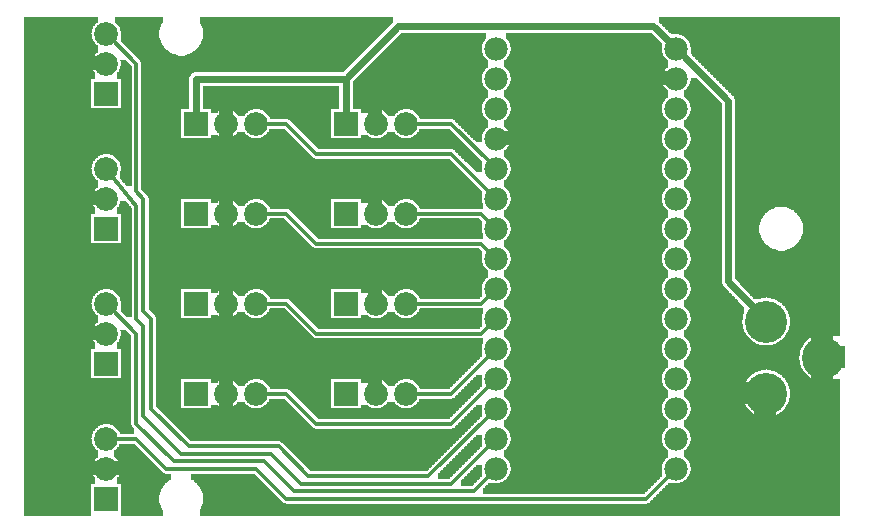
<source format=gtl>
G04 MADE WITH FRITZING*
G04 WWW.FRITZING.ORG*
G04 DOUBLE SIDED*
G04 HOLES PLATED*
G04 CONTOUR ON CENTER OF CONTOUR VECTOR*
%ASAXBY*%
%FSLAX23Y23*%
%MOIN*%
%OFA0B0*%
%SFA1.0B1.0*%
%ADD10C,0.075000*%
%ADD11C,0.078000*%
%ADD12C,0.140000*%
%ADD13C,0.079370*%
%ADD14R,0.079370X0.079370*%
%ADD15C,0.012000*%
%ADD16C,0.024000*%
%LNCOPPER1*%
G90*
G70*
G54D10*
X109Y1631D03*
X428Y1645D03*
X1301Y1577D03*
X1715Y1569D03*
X893Y1411D03*
X425Y185D03*
X2330Y1625D03*
G54D11*
X2213Y198D03*
X2213Y298D03*
X2213Y398D03*
X2213Y498D03*
X2213Y598D03*
X2213Y698D03*
X2213Y798D03*
X2213Y898D03*
X2213Y998D03*
X2213Y1098D03*
X2213Y1198D03*
X2213Y1298D03*
X2213Y1398D03*
X2213Y1498D03*
X2213Y1598D03*
X1613Y198D03*
X1613Y298D03*
X1613Y398D03*
X1613Y498D03*
X1613Y598D03*
X1613Y698D03*
X1613Y798D03*
X1613Y898D03*
X1613Y998D03*
X1613Y1098D03*
X1613Y1198D03*
X1613Y1298D03*
X1613Y1398D03*
X1613Y1498D03*
X1613Y1598D03*
G54D12*
X2513Y688D03*
X2513Y448D03*
X2703Y568D03*
G54D13*
X1113Y1348D03*
X1213Y1348D03*
X1313Y1348D03*
X613Y1348D03*
X713Y1348D03*
X813Y1348D03*
X613Y1048D03*
X713Y1048D03*
X813Y1048D03*
X1113Y448D03*
X1213Y448D03*
X1313Y448D03*
X613Y448D03*
X713Y448D03*
X813Y448D03*
X613Y748D03*
X713Y748D03*
X813Y748D03*
X1113Y748D03*
X1213Y748D03*
X1313Y748D03*
X1113Y1048D03*
X1213Y1048D03*
X1313Y1048D03*
X313Y1448D03*
X313Y1548D03*
X313Y1648D03*
X313Y998D03*
X313Y1098D03*
X313Y1198D03*
X313Y548D03*
X313Y648D03*
X313Y748D03*
X313Y98D03*
X313Y198D03*
X313Y298D03*
G54D14*
X1113Y1348D03*
X613Y1348D03*
X613Y1048D03*
X1113Y448D03*
X613Y448D03*
X613Y748D03*
X1113Y748D03*
X1113Y1048D03*
X313Y1448D03*
X313Y998D03*
X313Y548D03*
X313Y98D03*
G54D15*
X1591Y1219D02*
X1463Y1347D01*
D02*
X1463Y1347D02*
X1338Y1348D01*
D02*
X1013Y1247D02*
X1463Y1247D01*
D02*
X1463Y1247D02*
X1595Y1115D01*
D02*
X913Y1347D02*
X1013Y1247D01*
D02*
X838Y1348D02*
X913Y1347D01*
D02*
X1338Y1048D02*
X1562Y1048D01*
D02*
X1562Y1048D02*
X1595Y1015D01*
D02*
X1013Y948D02*
X1562Y948D01*
D02*
X1562Y948D02*
X1595Y915D01*
D02*
X913Y1048D02*
X1013Y948D01*
D02*
X843Y1048D02*
X913Y1048D01*
D02*
X1013Y648D02*
X1562Y648D01*
D02*
X1562Y648D02*
X1591Y677D01*
D02*
X913Y748D02*
X1013Y648D01*
D02*
X843Y748D02*
X913Y748D01*
D02*
X1562Y748D02*
X1343Y748D01*
D02*
X1591Y777D02*
X1562Y748D01*
D02*
X1591Y576D02*
X1463Y447D01*
D02*
X1463Y447D02*
X1343Y448D01*
D02*
X1463Y347D02*
X1591Y476D01*
D02*
X1013Y347D02*
X1463Y347D01*
D02*
X913Y447D02*
X1013Y347D01*
D02*
X838Y448D02*
X913Y447D01*
D02*
X1595Y380D02*
X1387Y172D01*
D02*
X1387Y172D02*
X987Y173D01*
D02*
X987Y173D02*
X888Y272D01*
D02*
X888Y272D02*
X588Y272D01*
D02*
X588Y272D02*
X462Y398D01*
D02*
X462Y398D02*
X462Y698D01*
D02*
X462Y698D02*
X437Y723D01*
D02*
X437Y723D02*
X437Y1098D01*
D02*
X437Y1098D02*
X413Y1123D01*
D02*
X413Y1123D02*
X413Y1548D01*
D02*
X413Y1548D02*
X331Y1630D01*
D02*
X1595Y280D02*
X1463Y148D01*
D02*
X1463Y148D02*
X962Y148D01*
D02*
X962Y148D02*
X863Y247D01*
D02*
X863Y247D02*
X563Y247D01*
D02*
X563Y247D02*
X437Y373D01*
D02*
X437Y373D02*
X437Y673D01*
D02*
X437Y673D02*
X413Y698D01*
D02*
X413Y698D02*
X413Y1073D01*
D02*
X413Y1073D02*
X328Y1178D01*
D02*
X1538Y123D02*
X938Y123D01*
D02*
X938Y123D02*
X838Y223D01*
D02*
X1595Y180D02*
X1538Y123D01*
D02*
X838Y223D02*
X538Y223D01*
D02*
X538Y223D02*
X413Y347D01*
D02*
X413Y347D02*
X413Y648D01*
D02*
X413Y648D02*
X331Y730D01*
D02*
X2113Y98D02*
X913Y98D01*
D02*
X913Y98D02*
X812Y197D01*
D02*
X2195Y180D02*
X2113Y98D01*
D02*
X812Y197D02*
X512Y197D01*
D02*
X512Y197D02*
X413Y297D01*
D02*
X413Y297D02*
X343Y298D01*
G54D16*
D02*
X1113Y1379D02*
X1113Y1497D01*
D02*
X612Y1497D02*
X613Y1379D01*
D02*
X1113Y1497D02*
X612Y1497D01*
D02*
X2387Y822D02*
X2387Y1423D01*
D02*
X2387Y1423D02*
X2234Y1576D01*
D02*
X2471Y732D02*
X2387Y822D01*
D02*
X1113Y1497D02*
X1287Y1673D01*
D02*
X1287Y1673D02*
X2137Y1673D01*
D02*
X2137Y1673D02*
X2191Y1619D01*
G36*
X40Y1705D02*
X40Y1399D01*
X262Y1399D01*
X262Y1497D01*
X276Y1497D01*
X276Y1519D01*
X274Y1519D01*
X274Y1521D01*
X272Y1521D01*
X272Y1523D01*
X270Y1523D01*
X270Y1527D01*
X268Y1527D01*
X268Y1531D01*
X266Y1531D01*
X266Y1535D01*
X264Y1535D01*
X264Y1547D01*
X262Y1547D01*
X262Y1549D01*
X264Y1549D01*
X264Y1561D01*
X266Y1561D01*
X266Y1565D01*
X268Y1565D01*
X268Y1569D01*
X270Y1569D01*
X270Y1573D01*
X272Y1573D01*
X272Y1575D01*
X274Y1575D01*
X274Y1577D01*
X276Y1577D01*
X276Y1581D01*
X278Y1581D01*
X278Y1583D01*
X280Y1583D01*
X280Y1585D01*
X284Y1585D01*
X284Y1587D01*
X286Y1587D01*
X286Y1609D01*
X284Y1609D01*
X284Y1611D01*
X280Y1611D01*
X280Y1613D01*
X278Y1613D01*
X278Y1615D01*
X276Y1615D01*
X276Y1619D01*
X274Y1619D01*
X274Y1621D01*
X272Y1621D01*
X272Y1623D01*
X270Y1623D01*
X270Y1627D01*
X268Y1627D01*
X268Y1631D01*
X266Y1631D01*
X266Y1635D01*
X264Y1635D01*
X264Y1647D01*
X262Y1647D01*
X262Y1649D01*
X264Y1649D01*
X264Y1661D01*
X266Y1661D01*
X266Y1665D01*
X268Y1665D01*
X268Y1669D01*
X270Y1669D01*
X270Y1673D01*
X272Y1673D01*
X272Y1675D01*
X274Y1675D01*
X274Y1677D01*
X276Y1677D01*
X276Y1681D01*
X278Y1681D01*
X278Y1683D01*
X280Y1683D01*
X280Y1685D01*
X284Y1685D01*
X284Y1705D01*
X40Y1705D01*
G37*
D02*
G36*
X360Y1559D02*
X360Y1557D01*
X362Y1557D01*
X362Y1539D01*
X360Y1539D01*
X360Y1533D01*
X358Y1533D01*
X358Y1529D01*
X356Y1529D01*
X356Y1525D01*
X354Y1525D01*
X354Y1521D01*
X352Y1521D01*
X352Y1519D01*
X350Y1519D01*
X350Y1517D01*
X348Y1517D01*
X348Y1497D01*
X362Y1497D01*
X362Y1399D01*
X398Y1399D01*
X398Y1541D01*
X396Y1541D01*
X396Y1543D01*
X394Y1543D01*
X394Y1545D01*
X392Y1545D01*
X392Y1547D01*
X390Y1547D01*
X390Y1549D01*
X388Y1549D01*
X388Y1551D01*
X386Y1551D01*
X386Y1553D01*
X384Y1553D01*
X384Y1555D01*
X382Y1555D01*
X382Y1557D01*
X380Y1557D01*
X380Y1559D01*
X360Y1559D01*
G37*
D02*
G36*
X40Y1399D02*
X40Y1397D01*
X398Y1397D01*
X398Y1399D01*
X40Y1399D01*
G37*
D02*
G36*
X40Y1399D02*
X40Y1397D01*
X398Y1397D01*
X398Y1399D01*
X40Y1399D01*
G37*
D02*
G36*
X40Y1397D02*
X40Y1247D01*
X324Y1247D01*
X324Y1245D01*
X330Y1245D01*
X330Y1243D01*
X334Y1243D01*
X334Y1241D01*
X336Y1241D01*
X336Y1239D01*
X340Y1239D01*
X340Y1237D01*
X342Y1237D01*
X342Y1235D01*
X344Y1235D01*
X344Y1233D01*
X346Y1233D01*
X346Y1231D01*
X348Y1231D01*
X348Y1229D01*
X350Y1229D01*
X350Y1227D01*
X352Y1227D01*
X352Y1225D01*
X354Y1225D01*
X354Y1221D01*
X356Y1221D01*
X356Y1219D01*
X358Y1219D01*
X358Y1213D01*
X360Y1213D01*
X360Y1207D01*
X362Y1207D01*
X362Y1189D01*
X360Y1189D01*
X360Y1163D01*
X362Y1163D01*
X362Y1161D01*
X364Y1161D01*
X364Y1159D01*
X366Y1159D01*
X366Y1155D01*
X368Y1155D01*
X368Y1153D01*
X370Y1153D01*
X370Y1151D01*
X372Y1151D01*
X372Y1149D01*
X374Y1149D01*
X374Y1145D01*
X376Y1145D01*
X376Y1143D01*
X378Y1143D01*
X378Y1141D01*
X398Y1141D01*
X398Y1397D01*
X40Y1397D01*
G37*
D02*
G36*
X40Y1247D02*
X40Y949D01*
X262Y949D01*
X262Y1047D01*
X276Y1047D01*
X276Y1069D01*
X274Y1069D01*
X274Y1071D01*
X272Y1071D01*
X272Y1073D01*
X270Y1073D01*
X270Y1077D01*
X268Y1077D01*
X268Y1081D01*
X266Y1081D01*
X266Y1085D01*
X264Y1085D01*
X264Y1097D01*
X262Y1097D01*
X262Y1099D01*
X264Y1099D01*
X264Y1111D01*
X266Y1111D01*
X266Y1115D01*
X268Y1115D01*
X268Y1119D01*
X270Y1119D01*
X270Y1123D01*
X272Y1123D01*
X272Y1125D01*
X274Y1125D01*
X274Y1127D01*
X276Y1127D01*
X276Y1131D01*
X278Y1131D01*
X278Y1133D01*
X280Y1133D01*
X280Y1135D01*
X284Y1135D01*
X284Y1137D01*
X286Y1137D01*
X286Y1159D01*
X284Y1159D01*
X284Y1161D01*
X280Y1161D01*
X280Y1163D01*
X278Y1163D01*
X278Y1165D01*
X276Y1165D01*
X276Y1169D01*
X274Y1169D01*
X274Y1171D01*
X272Y1171D01*
X272Y1173D01*
X270Y1173D01*
X270Y1177D01*
X268Y1177D01*
X268Y1181D01*
X266Y1181D01*
X266Y1185D01*
X264Y1185D01*
X264Y1197D01*
X262Y1197D01*
X262Y1199D01*
X264Y1199D01*
X264Y1211D01*
X266Y1211D01*
X266Y1215D01*
X268Y1215D01*
X268Y1219D01*
X270Y1219D01*
X270Y1223D01*
X272Y1223D01*
X272Y1225D01*
X274Y1225D01*
X274Y1227D01*
X276Y1227D01*
X276Y1231D01*
X278Y1231D01*
X278Y1233D01*
X280Y1233D01*
X280Y1235D01*
X284Y1235D01*
X284Y1237D01*
X286Y1237D01*
X286Y1239D01*
X288Y1239D01*
X288Y1241D01*
X292Y1241D01*
X292Y1243D01*
X296Y1243D01*
X296Y1245D01*
X302Y1245D01*
X302Y1247D01*
X40Y1247D01*
G37*
D02*
G36*
X360Y1089D02*
X360Y1083D01*
X358Y1083D01*
X358Y1079D01*
X356Y1079D01*
X356Y1075D01*
X354Y1075D01*
X354Y1071D01*
X352Y1071D01*
X352Y1069D01*
X350Y1069D01*
X350Y1067D01*
X348Y1067D01*
X348Y1047D01*
X362Y1047D01*
X362Y949D01*
X398Y949D01*
X398Y1067D01*
X396Y1067D01*
X396Y1069D01*
X394Y1069D01*
X394Y1073D01*
X392Y1073D01*
X392Y1075D01*
X390Y1075D01*
X390Y1077D01*
X388Y1077D01*
X388Y1079D01*
X386Y1079D01*
X386Y1083D01*
X384Y1083D01*
X384Y1085D01*
X382Y1085D01*
X382Y1087D01*
X380Y1087D01*
X380Y1089D01*
X360Y1089D01*
G37*
D02*
G36*
X40Y949D02*
X40Y947D01*
X398Y947D01*
X398Y949D01*
X40Y949D01*
G37*
D02*
G36*
X40Y949D02*
X40Y947D01*
X398Y947D01*
X398Y949D01*
X40Y949D01*
G37*
D02*
G36*
X40Y947D02*
X40Y797D01*
X324Y797D01*
X324Y795D01*
X330Y795D01*
X330Y793D01*
X334Y793D01*
X334Y791D01*
X336Y791D01*
X336Y789D01*
X340Y789D01*
X340Y787D01*
X342Y787D01*
X342Y785D01*
X344Y785D01*
X344Y783D01*
X346Y783D01*
X346Y781D01*
X348Y781D01*
X348Y779D01*
X350Y779D01*
X350Y777D01*
X352Y777D01*
X352Y775D01*
X354Y775D01*
X354Y771D01*
X356Y771D01*
X356Y769D01*
X358Y769D01*
X358Y763D01*
X360Y763D01*
X360Y757D01*
X362Y757D01*
X362Y721D01*
X364Y721D01*
X364Y719D01*
X366Y719D01*
X366Y717D01*
X368Y717D01*
X368Y715D01*
X370Y715D01*
X370Y713D01*
X372Y713D01*
X372Y711D01*
X374Y711D01*
X374Y709D01*
X376Y709D01*
X376Y707D01*
X378Y707D01*
X378Y705D01*
X398Y705D01*
X398Y947D01*
X40Y947D01*
G37*
D02*
G36*
X40Y797D02*
X40Y499D01*
X262Y499D01*
X262Y597D01*
X276Y597D01*
X276Y619D01*
X274Y619D01*
X274Y621D01*
X272Y621D01*
X272Y623D01*
X270Y623D01*
X270Y627D01*
X268Y627D01*
X268Y631D01*
X266Y631D01*
X266Y635D01*
X264Y635D01*
X264Y647D01*
X262Y647D01*
X262Y649D01*
X264Y649D01*
X264Y661D01*
X266Y661D01*
X266Y665D01*
X268Y665D01*
X268Y669D01*
X270Y669D01*
X270Y673D01*
X272Y673D01*
X272Y675D01*
X274Y675D01*
X274Y677D01*
X276Y677D01*
X276Y681D01*
X278Y681D01*
X278Y683D01*
X280Y683D01*
X280Y685D01*
X284Y685D01*
X284Y687D01*
X286Y687D01*
X286Y709D01*
X284Y709D01*
X284Y711D01*
X280Y711D01*
X280Y713D01*
X278Y713D01*
X278Y715D01*
X276Y715D01*
X276Y719D01*
X274Y719D01*
X274Y721D01*
X272Y721D01*
X272Y723D01*
X270Y723D01*
X270Y727D01*
X268Y727D01*
X268Y731D01*
X266Y731D01*
X266Y735D01*
X264Y735D01*
X264Y747D01*
X262Y747D01*
X262Y749D01*
X264Y749D01*
X264Y761D01*
X266Y761D01*
X266Y765D01*
X268Y765D01*
X268Y769D01*
X270Y769D01*
X270Y773D01*
X272Y773D01*
X272Y775D01*
X274Y775D01*
X274Y777D01*
X276Y777D01*
X276Y781D01*
X278Y781D01*
X278Y783D01*
X280Y783D01*
X280Y785D01*
X284Y785D01*
X284Y787D01*
X286Y787D01*
X286Y789D01*
X288Y789D01*
X288Y791D01*
X292Y791D01*
X292Y793D01*
X296Y793D01*
X296Y795D01*
X302Y795D01*
X302Y797D01*
X40Y797D01*
G37*
D02*
G36*
X360Y659D02*
X360Y657D01*
X362Y657D01*
X362Y639D01*
X360Y639D01*
X360Y633D01*
X358Y633D01*
X358Y629D01*
X356Y629D01*
X356Y625D01*
X354Y625D01*
X354Y621D01*
X352Y621D01*
X352Y619D01*
X350Y619D01*
X350Y617D01*
X348Y617D01*
X348Y597D01*
X362Y597D01*
X362Y499D01*
X396Y499D01*
X396Y643D01*
X394Y643D01*
X394Y645D01*
X392Y645D01*
X392Y647D01*
X390Y647D01*
X390Y649D01*
X388Y649D01*
X388Y651D01*
X386Y651D01*
X386Y653D01*
X384Y653D01*
X384Y655D01*
X382Y655D01*
X382Y657D01*
X380Y657D01*
X380Y659D01*
X360Y659D01*
G37*
D02*
G36*
X40Y499D02*
X40Y497D01*
X396Y497D01*
X396Y499D01*
X40Y499D01*
G37*
D02*
G36*
X40Y499D02*
X40Y497D01*
X396Y497D01*
X396Y499D01*
X40Y499D01*
G37*
D02*
G36*
X40Y497D02*
X40Y347D01*
X324Y347D01*
X324Y345D01*
X330Y345D01*
X330Y343D01*
X334Y343D01*
X334Y341D01*
X336Y341D01*
X336Y339D01*
X340Y339D01*
X340Y337D01*
X342Y337D01*
X342Y335D01*
X344Y335D01*
X344Y333D01*
X346Y333D01*
X346Y331D01*
X348Y331D01*
X348Y329D01*
X350Y329D01*
X350Y327D01*
X352Y327D01*
X352Y325D01*
X354Y325D01*
X354Y321D01*
X356Y321D01*
X356Y319D01*
X358Y319D01*
X358Y313D01*
X406Y313D01*
X406Y333D01*
X404Y333D01*
X404Y335D01*
X402Y335D01*
X402Y337D01*
X400Y337D01*
X400Y339D01*
X398Y339D01*
X398Y343D01*
X396Y343D01*
X396Y497D01*
X40Y497D01*
G37*
D02*
G36*
X40Y347D02*
X40Y41D01*
X262Y41D01*
X262Y147D01*
X276Y147D01*
X276Y169D01*
X274Y169D01*
X274Y171D01*
X272Y171D01*
X272Y173D01*
X270Y173D01*
X270Y177D01*
X268Y177D01*
X268Y181D01*
X266Y181D01*
X266Y185D01*
X264Y185D01*
X264Y197D01*
X262Y197D01*
X262Y199D01*
X264Y199D01*
X264Y211D01*
X266Y211D01*
X266Y215D01*
X268Y215D01*
X268Y219D01*
X270Y219D01*
X270Y223D01*
X272Y223D01*
X272Y225D01*
X274Y225D01*
X274Y227D01*
X276Y227D01*
X276Y231D01*
X278Y231D01*
X278Y233D01*
X280Y233D01*
X280Y235D01*
X284Y235D01*
X284Y237D01*
X286Y237D01*
X286Y259D01*
X284Y259D01*
X284Y261D01*
X280Y261D01*
X280Y263D01*
X278Y263D01*
X278Y265D01*
X276Y265D01*
X276Y269D01*
X274Y269D01*
X274Y271D01*
X272Y271D01*
X272Y273D01*
X270Y273D01*
X270Y277D01*
X268Y277D01*
X268Y281D01*
X266Y281D01*
X266Y285D01*
X264Y285D01*
X264Y297D01*
X262Y297D01*
X262Y299D01*
X264Y299D01*
X264Y311D01*
X266Y311D01*
X266Y315D01*
X268Y315D01*
X268Y319D01*
X270Y319D01*
X270Y323D01*
X272Y323D01*
X272Y325D01*
X274Y325D01*
X274Y327D01*
X276Y327D01*
X276Y331D01*
X278Y331D01*
X278Y333D01*
X280Y333D01*
X280Y335D01*
X284Y335D01*
X284Y337D01*
X286Y337D01*
X286Y339D01*
X288Y339D01*
X288Y341D01*
X292Y341D01*
X292Y343D01*
X296Y343D01*
X296Y345D01*
X302Y345D01*
X302Y347D01*
X40Y347D01*
G37*
D02*
G36*
X342Y1705D02*
X342Y1685D01*
X344Y1685D01*
X344Y1683D01*
X346Y1683D01*
X346Y1681D01*
X348Y1681D01*
X348Y1679D01*
X350Y1679D01*
X350Y1677D01*
X352Y1677D01*
X352Y1675D01*
X354Y1675D01*
X354Y1671D01*
X356Y1671D01*
X356Y1669D01*
X358Y1669D01*
X358Y1663D01*
X360Y1663D01*
X360Y1657D01*
X362Y1657D01*
X362Y1621D01*
X364Y1621D01*
X364Y1619D01*
X366Y1619D01*
X366Y1617D01*
X368Y1617D01*
X368Y1615D01*
X370Y1615D01*
X370Y1613D01*
X372Y1613D01*
X372Y1611D01*
X374Y1611D01*
X374Y1609D01*
X376Y1609D01*
X376Y1607D01*
X378Y1607D01*
X378Y1605D01*
X380Y1605D01*
X380Y1603D01*
X382Y1603D01*
X382Y1601D01*
X384Y1601D01*
X384Y1599D01*
X386Y1599D01*
X386Y1597D01*
X388Y1597D01*
X388Y1595D01*
X390Y1595D01*
X390Y1593D01*
X392Y1593D01*
X392Y1591D01*
X394Y1591D01*
X394Y1589D01*
X396Y1589D01*
X396Y1587D01*
X398Y1587D01*
X398Y1585D01*
X400Y1585D01*
X400Y1583D01*
X402Y1583D01*
X402Y1581D01*
X404Y1581D01*
X404Y1579D01*
X406Y1579D01*
X406Y1577D01*
X408Y1577D01*
X408Y1575D01*
X552Y1575D01*
X552Y1577D01*
X544Y1577D01*
X544Y1579D01*
X538Y1579D01*
X538Y1581D01*
X532Y1581D01*
X532Y1583D01*
X528Y1583D01*
X528Y1585D01*
X526Y1585D01*
X526Y1587D01*
X522Y1587D01*
X522Y1589D01*
X520Y1589D01*
X520Y1591D01*
X518Y1591D01*
X518Y1593D01*
X514Y1593D01*
X514Y1595D01*
X512Y1595D01*
X512Y1597D01*
X510Y1597D01*
X510Y1599D01*
X508Y1599D01*
X508Y1601D01*
X506Y1601D01*
X506Y1605D01*
X504Y1605D01*
X504Y1607D01*
X502Y1607D01*
X502Y1611D01*
X500Y1611D01*
X500Y1613D01*
X498Y1613D01*
X498Y1617D01*
X496Y1617D01*
X496Y1621D01*
X494Y1621D01*
X494Y1627D01*
X492Y1627D01*
X492Y1635D01*
X490Y1635D01*
X490Y1661D01*
X492Y1661D01*
X492Y1669D01*
X494Y1669D01*
X494Y1675D01*
X496Y1675D01*
X496Y1679D01*
X498Y1679D01*
X498Y1683D01*
X500Y1683D01*
X500Y1685D01*
X502Y1685D01*
X502Y1705D01*
X342Y1705D01*
G37*
D02*
G36*
X624Y1705D02*
X624Y1685D01*
X626Y1685D01*
X626Y1681D01*
X628Y1681D01*
X628Y1677D01*
X630Y1677D01*
X630Y1673D01*
X632Y1673D01*
X632Y1667D01*
X634Y1667D01*
X634Y1657D01*
X636Y1657D01*
X636Y1639D01*
X634Y1639D01*
X634Y1629D01*
X632Y1629D01*
X632Y1623D01*
X630Y1623D01*
X630Y1619D01*
X628Y1619D01*
X628Y1615D01*
X626Y1615D01*
X626Y1611D01*
X624Y1611D01*
X624Y1609D01*
X622Y1609D01*
X622Y1605D01*
X620Y1605D01*
X620Y1603D01*
X618Y1603D01*
X618Y1601D01*
X616Y1601D01*
X616Y1599D01*
X614Y1599D01*
X614Y1597D01*
X612Y1597D01*
X612Y1595D01*
X610Y1595D01*
X610Y1593D01*
X608Y1593D01*
X608Y1591D01*
X606Y1591D01*
X606Y1589D01*
X602Y1589D01*
X602Y1587D01*
X600Y1587D01*
X600Y1585D01*
X596Y1585D01*
X596Y1583D01*
X592Y1583D01*
X592Y1581D01*
X588Y1581D01*
X588Y1579D01*
X582Y1579D01*
X582Y1577D01*
X574Y1577D01*
X574Y1575D01*
X1160Y1575D01*
X1160Y1577D01*
X1162Y1577D01*
X1162Y1579D01*
X1164Y1579D01*
X1164Y1581D01*
X1166Y1581D01*
X1166Y1583D01*
X1168Y1583D01*
X1168Y1585D01*
X1170Y1585D01*
X1170Y1587D01*
X1172Y1587D01*
X1172Y1589D01*
X1174Y1589D01*
X1174Y1591D01*
X1176Y1591D01*
X1176Y1593D01*
X1178Y1593D01*
X1178Y1595D01*
X1180Y1595D01*
X1180Y1597D01*
X1182Y1597D01*
X1182Y1599D01*
X1184Y1599D01*
X1184Y1601D01*
X1186Y1601D01*
X1186Y1603D01*
X1188Y1603D01*
X1188Y1605D01*
X1190Y1605D01*
X1190Y1607D01*
X1192Y1607D01*
X1192Y1609D01*
X1194Y1609D01*
X1194Y1611D01*
X1196Y1611D01*
X1196Y1613D01*
X1198Y1613D01*
X1198Y1615D01*
X1200Y1615D01*
X1200Y1617D01*
X1202Y1617D01*
X1202Y1619D01*
X1204Y1619D01*
X1204Y1621D01*
X1206Y1621D01*
X1206Y1623D01*
X1208Y1623D01*
X1208Y1625D01*
X1210Y1625D01*
X1210Y1627D01*
X1212Y1627D01*
X1212Y1629D01*
X1214Y1629D01*
X1214Y1631D01*
X1216Y1631D01*
X1216Y1633D01*
X1218Y1633D01*
X1218Y1635D01*
X1220Y1635D01*
X1220Y1637D01*
X1222Y1637D01*
X1222Y1639D01*
X1224Y1639D01*
X1224Y1641D01*
X1226Y1641D01*
X1226Y1643D01*
X1228Y1643D01*
X1228Y1645D01*
X1230Y1645D01*
X1230Y1647D01*
X1232Y1647D01*
X1232Y1649D01*
X1234Y1649D01*
X1234Y1651D01*
X1236Y1651D01*
X1236Y1653D01*
X1238Y1653D01*
X1238Y1655D01*
X1240Y1655D01*
X1240Y1657D01*
X1242Y1657D01*
X1242Y1659D01*
X1244Y1659D01*
X1244Y1661D01*
X1246Y1661D01*
X1246Y1663D01*
X1248Y1663D01*
X1248Y1665D01*
X1250Y1665D01*
X1250Y1667D01*
X1252Y1667D01*
X1252Y1669D01*
X1254Y1669D01*
X1254Y1671D01*
X1256Y1671D01*
X1256Y1673D01*
X1258Y1673D01*
X1258Y1675D01*
X1260Y1675D01*
X1260Y1677D01*
X1262Y1677D01*
X1262Y1679D01*
X1264Y1679D01*
X1264Y1683D01*
X1266Y1683D01*
X1266Y1685D01*
X1268Y1685D01*
X1268Y1705D01*
X624Y1705D01*
G37*
D02*
G36*
X410Y1575D02*
X410Y1573D01*
X1158Y1573D01*
X1158Y1575D01*
X410Y1575D01*
G37*
D02*
G36*
X410Y1575D02*
X410Y1573D01*
X1158Y1573D01*
X1158Y1575D01*
X410Y1575D01*
G37*
D02*
G36*
X412Y1573D02*
X412Y1571D01*
X414Y1571D01*
X414Y1569D01*
X416Y1569D01*
X416Y1567D01*
X418Y1567D01*
X418Y1565D01*
X420Y1565D01*
X420Y1563D01*
X422Y1563D01*
X422Y1561D01*
X424Y1561D01*
X424Y1559D01*
X426Y1559D01*
X426Y1555D01*
X428Y1555D01*
X428Y1549D01*
X430Y1549D01*
X430Y1299D01*
X562Y1299D01*
X562Y1397D01*
X590Y1397D01*
X590Y1503D01*
X592Y1503D01*
X592Y1507D01*
X594Y1507D01*
X594Y1511D01*
X596Y1511D01*
X596Y1513D01*
X598Y1513D01*
X598Y1515D01*
X600Y1515D01*
X600Y1517D01*
X604Y1517D01*
X604Y1519D01*
X1104Y1519D01*
X1104Y1521D01*
X1106Y1521D01*
X1106Y1523D01*
X1108Y1523D01*
X1108Y1525D01*
X1110Y1525D01*
X1110Y1527D01*
X1112Y1527D01*
X1112Y1529D01*
X1114Y1529D01*
X1114Y1531D01*
X1116Y1531D01*
X1116Y1533D01*
X1118Y1533D01*
X1118Y1535D01*
X1120Y1535D01*
X1120Y1537D01*
X1122Y1537D01*
X1122Y1539D01*
X1124Y1539D01*
X1124Y1541D01*
X1126Y1541D01*
X1126Y1543D01*
X1128Y1543D01*
X1128Y1545D01*
X1130Y1545D01*
X1130Y1547D01*
X1132Y1547D01*
X1132Y1549D01*
X1134Y1549D01*
X1134Y1551D01*
X1136Y1551D01*
X1136Y1553D01*
X1138Y1553D01*
X1138Y1555D01*
X1140Y1555D01*
X1140Y1557D01*
X1142Y1557D01*
X1142Y1559D01*
X1144Y1559D01*
X1144Y1561D01*
X1146Y1561D01*
X1146Y1563D01*
X1148Y1563D01*
X1148Y1565D01*
X1150Y1565D01*
X1150Y1567D01*
X1152Y1567D01*
X1152Y1569D01*
X1154Y1569D01*
X1154Y1571D01*
X1156Y1571D01*
X1156Y1573D01*
X412Y1573D01*
G37*
D02*
G36*
X858Y1331D02*
X858Y1329D01*
X856Y1329D01*
X856Y1325D01*
X854Y1325D01*
X854Y1321D01*
X852Y1321D01*
X852Y1319D01*
X850Y1319D01*
X850Y1317D01*
X848Y1317D01*
X848Y1315D01*
X846Y1315D01*
X846Y1313D01*
X844Y1313D01*
X844Y1311D01*
X842Y1311D01*
X842Y1309D01*
X840Y1309D01*
X840Y1307D01*
X836Y1307D01*
X836Y1305D01*
X834Y1305D01*
X834Y1303D01*
X830Y1303D01*
X830Y1301D01*
X824Y1301D01*
X824Y1299D01*
X938Y1299D01*
X938Y1301D01*
X936Y1301D01*
X936Y1303D01*
X934Y1303D01*
X934Y1305D01*
X932Y1305D01*
X932Y1307D01*
X930Y1307D01*
X930Y1309D01*
X928Y1309D01*
X928Y1311D01*
X926Y1311D01*
X926Y1313D01*
X924Y1313D01*
X924Y1315D01*
X922Y1315D01*
X922Y1317D01*
X920Y1317D01*
X920Y1319D01*
X918Y1319D01*
X918Y1321D01*
X916Y1321D01*
X916Y1323D01*
X914Y1323D01*
X914Y1325D01*
X912Y1325D01*
X912Y1327D01*
X910Y1327D01*
X910Y1329D01*
X908Y1329D01*
X908Y1331D01*
X858Y1331D01*
G37*
D02*
G36*
X752Y1321D02*
X752Y1319D01*
X750Y1319D01*
X750Y1317D01*
X748Y1317D01*
X748Y1315D01*
X746Y1315D01*
X746Y1313D01*
X744Y1313D01*
X744Y1311D01*
X742Y1311D01*
X742Y1309D01*
X740Y1309D01*
X740Y1307D01*
X736Y1307D01*
X736Y1305D01*
X734Y1305D01*
X734Y1303D01*
X730Y1303D01*
X730Y1301D01*
X724Y1301D01*
X724Y1299D01*
X802Y1299D01*
X802Y1301D01*
X796Y1301D01*
X796Y1303D01*
X792Y1303D01*
X792Y1305D01*
X788Y1305D01*
X788Y1307D01*
X786Y1307D01*
X786Y1309D01*
X784Y1309D01*
X784Y1311D01*
X780Y1311D01*
X780Y1313D01*
X778Y1313D01*
X778Y1315D01*
X776Y1315D01*
X776Y1319D01*
X774Y1319D01*
X774Y1321D01*
X752Y1321D01*
G37*
D02*
G36*
X662Y1311D02*
X662Y1299D01*
X702Y1299D01*
X702Y1301D01*
X696Y1301D01*
X696Y1303D01*
X692Y1303D01*
X692Y1305D01*
X688Y1305D01*
X688Y1307D01*
X686Y1307D01*
X686Y1309D01*
X684Y1309D01*
X684Y1311D01*
X662Y1311D01*
G37*
D02*
G36*
X430Y1299D02*
X430Y1297D01*
X940Y1297D01*
X940Y1299D01*
X430Y1299D01*
G37*
D02*
G36*
X430Y1299D02*
X430Y1297D01*
X940Y1297D01*
X940Y1299D01*
X430Y1299D01*
G37*
D02*
G36*
X430Y1299D02*
X430Y1297D01*
X940Y1297D01*
X940Y1299D01*
X430Y1299D01*
G37*
D02*
G36*
X430Y1299D02*
X430Y1297D01*
X940Y1297D01*
X940Y1299D01*
X430Y1299D01*
G37*
D02*
G36*
X430Y1297D02*
X430Y1127D01*
X432Y1127D01*
X432Y1125D01*
X434Y1125D01*
X434Y1123D01*
X436Y1123D01*
X436Y1121D01*
X438Y1121D01*
X438Y1119D01*
X440Y1119D01*
X440Y1117D01*
X442Y1117D01*
X442Y1115D01*
X444Y1115D01*
X444Y1113D01*
X446Y1113D01*
X446Y1111D01*
X448Y1111D01*
X448Y1109D01*
X450Y1109D01*
X450Y1107D01*
X452Y1107D01*
X452Y1101D01*
X454Y1101D01*
X454Y1097D01*
X1324Y1097D01*
X1324Y1095D01*
X1330Y1095D01*
X1330Y1093D01*
X1334Y1093D01*
X1334Y1091D01*
X1336Y1091D01*
X1336Y1089D01*
X1340Y1089D01*
X1340Y1087D01*
X1342Y1087D01*
X1342Y1085D01*
X1344Y1085D01*
X1344Y1083D01*
X1346Y1083D01*
X1346Y1081D01*
X1348Y1081D01*
X1348Y1079D01*
X1350Y1079D01*
X1350Y1077D01*
X1352Y1077D01*
X1352Y1075D01*
X1354Y1075D01*
X1354Y1071D01*
X1356Y1071D01*
X1356Y1067D01*
X1358Y1067D01*
X1358Y1065D01*
X1568Y1065D01*
X1568Y1083D01*
X1566Y1083D01*
X1566Y1089D01*
X1564Y1089D01*
X1564Y1125D01*
X1562Y1125D01*
X1562Y1127D01*
X1560Y1127D01*
X1560Y1129D01*
X1558Y1129D01*
X1558Y1131D01*
X1556Y1131D01*
X1556Y1133D01*
X1554Y1133D01*
X1554Y1135D01*
X1552Y1135D01*
X1552Y1137D01*
X1550Y1137D01*
X1550Y1139D01*
X1548Y1139D01*
X1548Y1141D01*
X1546Y1141D01*
X1546Y1143D01*
X1544Y1143D01*
X1544Y1145D01*
X1542Y1145D01*
X1542Y1147D01*
X1540Y1147D01*
X1540Y1149D01*
X1538Y1149D01*
X1538Y1151D01*
X1536Y1151D01*
X1536Y1153D01*
X1534Y1153D01*
X1534Y1155D01*
X1532Y1155D01*
X1532Y1157D01*
X1530Y1157D01*
X1530Y1159D01*
X1528Y1159D01*
X1528Y1161D01*
X1526Y1161D01*
X1526Y1163D01*
X1524Y1163D01*
X1524Y1165D01*
X1522Y1165D01*
X1522Y1167D01*
X1520Y1167D01*
X1520Y1169D01*
X1518Y1169D01*
X1518Y1171D01*
X1516Y1171D01*
X1516Y1173D01*
X1514Y1173D01*
X1514Y1175D01*
X1512Y1175D01*
X1512Y1177D01*
X1510Y1177D01*
X1510Y1179D01*
X1508Y1179D01*
X1508Y1181D01*
X1506Y1181D01*
X1506Y1183D01*
X1504Y1183D01*
X1504Y1185D01*
X1502Y1185D01*
X1502Y1187D01*
X1500Y1187D01*
X1500Y1189D01*
X1498Y1189D01*
X1498Y1191D01*
X1496Y1191D01*
X1496Y1193D01*
X1494Y1193D01*
X1494Y1195D01*
X1492Y1195D01*
X1492Y1197D01*
X1490Y1197D01*
X1490Y1199D01*
X1488Y1199D01*
X1488Y1201D01*
X1486Y1201D01*
X1486Y1203D01*
X1484Y1203D01*
X1484Y1205D01*
X1482Y1205D01*
X1482Y1207D01*
X1480Y1207D01*
X1480Y1209D01*
X1478Y1209D01*
X1478Y1211D01*
X1476Y1211D01*
X1476Y1213D01*
X1474Y1213D01*
X1474Y1215D01*
X1472Y1215D01*
X1472Y1217D01*
X1470Y1217D01*
X1470Y1219D01*
X1468Y1219D01*
X1468Y1221D01*
X1466Y1221D01*
X1466Y1223D01*
X1464Y1223D01*
X1464Y1225D01*
X1462Y1225D01*
X1462Y1227D01*
X1460Y1227D01*
X1460Y1229D01*
X1458Y1229D01*
X1458Y1231D01*
X1010Y1231D01*
X1010Y1233D01*
X1006Y1233D01*
X1006Y1235D01*
X1002Y1235D01*
X1002Y1237D01*
X1000Y1237D01*
X1000Y1239D01*
X998Y1239D01*
X998Y1241D01*
X996Y1241D01*
X996Y1243D01*
X994Y1243D01*
X994Y1245D01*
X992Y1245D01*
X992Y1247D01*
X990Y1247D01*
X990Y1249D01*
X988Y1249D01*
X988Y1251D01*
X986Y1251D01*
X986Y1253D01*
X984Y1253D01*
X984Y1255D01*
X982Y1255D01*
X982Y1257D01*
X980Y1257D01*
X980Y1259D01*
X978Y1259D01*
X978Y1261D01*
X976Y1261D01*
X976Y1263D01*
X974Y1263D01*
X974Y1265D01*
X972Y1265D01*
X972Y1267D01*
X970Y1267D01*
X970Y1269D01*
X968Y1269D01*
X968Y1271D01*
X966Y1271D01*
X966Y1273D01*
X964Y1273D01*
X964Y1275D01*
X962Y1275D01*
X962Y1277D01*
X960Y1277D01*
X960Y1279D01*
X958Y1279D01*
X958Y1281D01*
X956Y1281D01*
X956Y1283D01*
X954Y1283D01*
X954Y1285D01*
X952Y1285D01*
X952Y1287D01*
X950Y1287D01*
X950Y1289D01*
X948Y1289D01*
X948Y1291D01*
X946Y1291D01*
X946Y1293D01*
X944Y1293D01*
X944Y1295D01*
X942Y1295D01*
X942Y1297D01*
X430Y1297D01*
G37*
D02*
G36*
X454Y1097D02*
X454Y999D01*
X562Y999D01*
X562Y1097D01*
X454Y1097D01*
G37*
D02*
G36*
X662Y1097D02*
X662Y1085D01*
X684Y1085D01*
X684Y1087D01*
X686Y1087D01*
X686Y1089D01*
X688Y1089D01*
X688Y1091D01*
X692Y1091D01*
X692Y1093D01*
X696Y1093D01*
X696Y1095D01*
X702Y1095D01*
X702Y1097D01*
X662Y1097D01*
G37*
D02*
G36*
X724Y1097D02*
X724Y1095D01*
X730Y1095D01*
X730Y1093D01*
X734Y1093D01*
X734Y1091D01*
X736Y1091D01*
X736Y1089D01*
X740Y1089D01*
X740Y1087D01*
X742Y1087D01*
X742Y1085D01*
X744Y1085D01*
X744Y1083D01*
X746Y1083D01*
X746Y1081D01*
X748Y1081D01*
X748Y1079D01*
X750Y1079D01*
X750Y1077D01*
X752Y1077D01*
X752Y1075D01*
X774Y1075D01*
X774Y1077D01*
X776Y1077D01*
X776Y1081D01*
X778Y1081D01*
X778Y1083D01*
X780Y1083D01*
X780Y1085D01*
X784Y1085D01*
X784Y1087D01*
X786Y1087D01*
X786Y1089D01*
X788Y1089D01*
X788Y1091D01*
X792Y1091D01*
X792Y1093D01*
X796Y1093D01*
X796Y1095D01*
X802Y1095D01*
X802Y1097D01*
X724Y1097D01*
G37*
D02*
G36*
X824Y1097D02*
X824Y1095D01*
X830Y1095D01*
X830Y1093D01*
X834Y1093D01*
X834Y1091D01*
X836Y1091D01*
X836Y1089D01*
X840Y1089D01*
X840Y1087D01*
X842Y1087D01*
X842Y1085D01*
X844Y1085D01*
X844Y1083D01*
X846Y1083D01*
X846Y1081D01*
X848Y1081D01*
X848Y1079D01*
X850Y1079D01*
X850Y1077D01*
X852Y1077D01*
X852Y1075D01*
X854Y1075D01*
X854Y1071D01*
X856Y1071D01*
X856Y1069D01*
X858Y1069D01*
X858Y1065D01*
X914Y1065D01*
X914Y1063D01*
X922Y1063D01*
X922Y1061D01*
X924Y1061D01*
X924Y1059D01*
X926Y1059D01*
X926Y1057D01*
X928Y1057D01*
X928Y1055D01*
X930Y1055D01*
X930Y1053D01*
X932Y1053D01*
X932Y1051D01*
X934Y1051D01*
X934Y1049D01*
X936Y1049D01*
X936Y1047D01*
X938Y1047D01*
X938Y1045D01*
X940Y1045D01*
X940Y1043D01*
X942Y1043D01*
X942Y1041D01*
X944Y1041D01*
X944Y1039D01*
X946Y1039D01*
X946Y1037D01*
X948Y1037D01*
X948Y1035D01*
X950Y1035D01*
X950Y1033D01*
X952Y1033D01*
X952Y1031D01*
X954Y1031D01*
X954Y1029D01*
X956Y1029D01*
X956Y1027D01*
X958Y1027D01*
X958Y1025D01*
X960Y1025D01*
X960Y1023D01*
X962Y1023D01*
X962Y1021D01*
X964Y1021D01*
X964Y1019D01*
X966Y1019D01*
X966Y1017D01*
X968Y1017D01*
X968Y1015D01*
X970Y1015D01*
X970Y1013D01*
X972Y1013D01*
X972Y1011D01*
X974Y1011D01*
X974Y1009D01*
X976Y1009D01*
X976Y1007D01*
X978Y1007D01*
X978Y1005D01*
X980Y1005D01*
X980Y1003D01*
X982Y1003D01*
X982Y1001D01*
X984Y1001D01*
X984Y999D01*
X1062Y999D01*
X1062Y1097D01*
X824Y1097D01*
G37*
D02*
G36*
X1162Y1097D02*
X1162Y1085D01*
X1184Y1085D01*
X1184Y1087D01*
X1186Y1087D01*
X1186Y1089D01*
X1188Y1089D01*
X1188Y1091D01*
X1192Y1091D01*
X1192Y1093D01*
X1196Y1093D01*
X1196Y1095D01*
X1202Y1095D01*
X1202Y1097D01*
X1162Y1097D01*
G37*
D02*
G36*
X1224Y1097D02*
X1224Y1095D01*
X1230Y1095D01*
X1230Y1093D01*
X1234Y1093D01*
X1234Y1091D01*
X1236Y1091D01*
X1236Y1089D01*
X1240Y1089D01*
X1240Y1087D01*
X1242Y1087D01*
X1242Y1085D01*
X1244Y1085D01*
X1244Y1083D01*
X1246Y1083D01*
X1246Y1081D01*
X1248Y1081D01*
X1248Y1079D01*
X1250Y1079D01*
X1250Y1077D01*
X1252Y1077D01*
X1252Y1075D01*
X1274Y1075D01*
X1274Y1077D01*
X1276Y1077D01*
X1276Y1081D01*
X1278Y1081D01*
X1278Y1083D01*
X1280Y1083D01*
X1280Y1085D01*
X1284Y1085D01*
X1284Y1087D01*
X1286Y1087D01*
X1286Y1089D01*
X1288Y1089D01*
X1288Y1091D01*
X1292Y1091D01*
X1292Y1093D01*
X1296Y1093D01*
X1296Y1095D01*
X1302Y1095D01*
X1302Y1097D01*
X1224Y1097D01*
G37*
D02*
G36*
X858Y1033D02*
X858Y1029D01*
X856Y1029D01*
X856Y1025D01*
X854Y1025D01*
X854Y1021D01*
X852Y1021D01*
X852Y1019D01*
X850Y1019D01*
X850Y1017D01*
X848Y1017D01*
X848Y1015D01*
X846Y1015D01*
X846Y1013D01*
X844Y1013D01*
X844Y1011D01*
X842Y1011D01*
X842Y1009D01*
X840Y1009D01*
X840Y1007D01*
X836Y1007D01*
X836Y1005D01*
X834Y1005D01*
X834Y1003D01*
X830Y1003D01*
X830Y1001D01*
X824Y1001D01*
X824Y999D01*
X938Y999D01*
X938Y1001D01*
X936Y1001D01*
X936Y1003D01*
X934Y1003D01*
X934Y1005D01*
X932Y1005D01*
X932Y1007D01*
X930Y1007D01*
X930Y1009D01*
X928Y1009D01*
X928Y1011D01*
X926Y1011D01*
X926Y1013D01*
X924Y1013D01*
X924Y1015D01*
X922Y1015D01*
X922Y1017D01*
X920Y1017D01*
X920Y1019D01*
X918Y1019D01*
X918Y1021D01*
X916Y1021D01*
X916Y1023D01*
X914Y1023D01*
X914Y1025D01*
X912Y1025D01*
X912Y1027D01*
X910Y1027D01*
X910Y1029D01*
X908Y1029D01*
X908Y1031D01*
X906Y1031D01*
X906Y1033D01*
X858Y1033D01*
G37*
D02*
G36*
X1358Y1033D02*
X1358Y1029D01*
X1356Y1029D01*
X1356Y1025D01*
X1354Y1025D01*
X1354Y1021D01*
X1352Y1021D01*
X1352Y1019D01*
X1350Y1019D01*
X1350Y1017D01*
X1348Y1017D01*
X1348Y1015D01*
X1346Y1015D01*
X1346Y1013D01*
X1344Y1013D01*
X1344Y1011D01*
X1342Y1011D01*
X1342Y1009D01*
X1340Y1009D01*
X1340Y1007D01*
X1336Y1007D01*
X1336Y1005D01*
X1334Y1005D01*
X1334Y1003D01*
X1330Y1003D01*
X1330Y1001D01*
X1324Y1001D01*
X1324Y999D01*
X1564Y999D01*
X1564Y1025D01*
X1562Y1025D01*
X1562Y1027D01*
X1560Y1027D01*
X1560Y1029D01*
X1558Y1029D01*
X1558Y1031D01*
X1556Y1031D01*
X1556Y1033D01*
X1358Y1033D01*
G37*
D02*
G36*
X752Y1021D02*
X752Y1019D01*
X750Y1019D01*
X750Y1017D01*
X748Y1017D01*
X748Y1015D01*
X746Y1015D01*
X746Y1013D01*
X744Y1013D01*
X744Y1011D01*
X742Y1011D01*
X742Y1009D01*
X740Y1009D01*
X740Y1007D01*
X736Y1007D01*
X736Y1005D01*
X734Y1005D01*
X734Y1003D01*
X730Y1003D01*
X730Y1001D01*
X724Y1001D01*
X724Y999D01*
X802Y999D01*
X802Y1001D01*
X796Y1001D01*
X796Y1003D01*
X792Y1003D01*
X792Y1005D01*
X788Y1005D01*
X788Y1007D01*
X786Y1007D01*
X786Y1009D01*
X784Y1009D01*
X784Y1011D01*
X780Y1011D01*
X780Y1013D01*
X778Y1013D01*
X778Y1015D01*
X776Y1015D01*
X776Y1019D01*
X774Y1019D01*
X774Y1021D01*
X752Y1021D01*
G37*
D02*
G36*
X1252Y1021D02*
X1252Y1019D01*
X1250Y1019D01*
X1250Y1017D01*
X1248Y1017D01*
X1248Y1015D01*
X1246Y1015D01*
X1246Y1013D01*
X1244Y1013D01*
X1244Y1011D01*
X1242Y1011D01*
X1242Y1009D01*
X1240Y1009D01*
X1240Y1007D01*
X1236Y1007D01*
X1236Y1005D01*
X1234Y1005D01*
X1234Y1003D01*
X1230Y1003D01*
X1230Y1001D01*
X1224Y1001D01*
X1224Y999D01*
X1302Y999D01*
X1302Y1001D01*
X1296Y1001D01*
X1296Y1003D01*
X1292Y1003D01*
X1292Y1005D01*
X1288Y1005D01*
X1288Y1007D01*
X1286Y1007D01*
X1286Y1009D01*
X1284Y1009D01*
X1284Y1011D01*
X1280Y1011D01*
X1280Y1013D01*
X1278Y1013D01*
X1278Y1015D01*
X1276Y1015D01*
X1276Y1019D01*
X1274Y1019D01*
X1274Y1021D01*
X1252Y1021D01*
G37*
D02*
G36*
X662Y1011D02*
X662Y999D01*
X702Y999D01*
X702Y1001D01*
X696Y1001D01*
X696Y1003D01*
X692Y1003D01*
X692Y1005D01*
X688Y1005D01*
X688Y1007D01*
X686Y1007D01*
X686Y1009D01*
X684Y1009D01*
X684Y1011D01*
X662Y1011D01*
G37*
D02*
G36*
X1162Y1011D02*
X1162Y999D01*
X1202Y999D01*
X1202Y1001D01*
X1196Y1001D01*
X1196Y1003D01*
X1192Y1003D01*
X1192Y1005D01*
X1188Y1005D01*
X1188Y1007D01*
X1186Y1007D01*
X1186Y1009D01*
X1184Y1009D01*
X1184Y1011D01*
X1162Y1011D01*
G37*
D02*
G36*
X454Y999D02*
X454Y997D01*
X940Y997D01*
X940Y999D01*
X454Y999D01*
G37*
D02*
G36*
X454Y999D02*
X454Y997D01*
X940Y997D01*
X940Y999D01*
X454Y999D01*
G37*
D02*
G36*
X454Y999D02*
X454Y997D01*
X940Y997D01*
X940Y999D01*
X454Y999D01*
G37*
D02*
G36*
X454Y999D02*
X454Y997D01*
X940Y997D01*
X940Y999D01*
X454Y999D01*
G37*
D02*
G36*
X986Y999D02*
X986Y997D01*
X1564Y997D01*
X1564Y999D01*
X986Y999D01*
G37*
D02*
G36*
X986Y999D02*
X986Y997D01*
X1564Y997D01*
X1564Y999D01*
X986Y999D01*
G37*
D02*
G36*
X986Y999D02*
X986Y997D01*
X1564Y997D01*
X1564Y999D01*
X986Y999D01*
G37*
D02*
G36*
X986Y999D02*
X986Y997D01*
X1564Y997D01*
X1564Y999D01*
X986Y999D01*
G37*
D02*
G36*
X454Y997D02*
X454Y797D01*
X1324Y797D01*
X1324Y795D01*
X1330Y795D01*
X1330Y793D01*
X1334Y793D01*
X1334Y791D01*
X1336Y791D01*
X1336Y789D01*
X1340Y789D01*
X1340Y787D01*
X1342Y787D01*
X1342Y785D01*
X1344Y785D01*
X1344Y783D01*
X1346Y783D01*
X1346Y781D01*
X1348Y781D01*
X1348Y779D01*
X1350Y779D01*
X1350Y777D01*
X1352Y777D01*
X1352Y775D01*
X1354Y775D01*
X1354Y771D01*
X1356Y771D01*
X1356Y767D01*
X1358Y767D01*
X1358Y765D01*
X1558Y765D01*
X1558Y767D01*
X1560Y767D01*
X1560Y769D01*
X1562Y769D01*
X1562Y771D01*
X1564Y771D01*
X1564Y807D01*
X1566Y807D01*
X1566Y813D01*
X1568Y813D01*
X1568Y817D01*
X1570Y817D01*
X1570Y821D01*
X1572Y821D01*
X1572Y825D01*
X1574Y825D01*
X1574Y827D01*
X1576Y827D01*
X1576Y829D01*
X1578Y829D01*
X1578Y831D01*
X1580Y831D01*
X1580Y833D01*
X1582Y833D01*
X1582Y835D01*
X1584Y835D01*
X1584Y837D01*
X1586Y837D01*
X1586Y859D01*
X1584Y859D01*
X1584Y861D01*
X1582Y861D01*
X1582Y863D01*
X1580Y863D01*
X1580Y865D01*
X1578Y865D01*
X1578Y867D01*
X1576Y867D01*
X1576Y869D01*
X1574Y869D01*
X1574Y871D01*
X1572Y871D01*
X1572Y875D01*
X1570Y875D01*
X1570Y879D01*
X1568Y879D01*
X1568Y883D01*
X1566Y883D01*
X1566Y889D01*
X1564Y889D01*
X1564Y925D01*
X1562Y925D01*
X1562Y927D01*
X1560Y927D01*
X1560Y929D01*
X1558Y929D01*
X1558Y931D01*
X1556Y931D01*
X1556Y933D01*
X1006Y933D01*
X1006Y935D01*
X1004Y935D01*
X1004Y937D01*
X1000Y937D01*
X1000Y939D01*
X998Y939D01*
X998Y941D01*
X996Y941D01*
X996Y943D01*
X994Y943D01*
X994Y945D01*
X992Y945D01*
X992Y947D01*
X990Y947D01*
X990Y949D01*
X988Y949D01*
X988Y951D01*
X986Y951D01*
X986Y953D01*
X984Y953D01*
X984Y955D01*
X982Y955D01*
X982Y957D01*
X980Y957D01*
X980Y959D01*
X978Y959D01*
X978Y961D01*
X976Y961D01*
X976Y963D01*
X974Y963D01*
X974Y965D01*
X972Y965D01*
X972Y967D01*
X970Y967D01*
X970Y969D01*
X968Y969D01*
X968Y971D01*
X966Y971D01*
X966Y973D01*
X964Y973D01*
X964Y975D01*
X962Y975D01*
X962Y977D01*
X960Y977D01*
X960Y979D01*
X958Y979D01*
X958Y981D01*
X956Y981D01*
X956Y983D01*
X954Y983D01*
X954Y985D01*
X952Y985D01*
X952Y987D01*
X950Y987D01*
X950Y989D01*
X948Y989D01*
X948Y991D01*
X946Y991D01*
X946Y993D01*
X944Y993D01*
X944Y995D01*
X942Y995D01*
X942Y997D01*
X454Y997D01*
G37*
D02*
G36*
X988Y997D02*
X988Y995D01*
X990Y995D01*
X990Y993D01*
X992Y993D01*
X992Y991D01*
X994Y991D01*
X994Y989D01*
X996Y989D01*
X996Y987D01*
X998Y987D01*
X998Y985D01*
X1000Y985D01*
X1000Y983D01*
X1002Y983D01*
X1002Y981D01*
X1004Y981D01*
X1004Y979D01*
X1006Y979D01*
X1006Y977D01*
X1008Y977D01*
X1008Y975D01*
X1010Y975D01*
X1010Y973D01*
X1012Y973D01*
X1012Y971D01*
X1014Y971D01*
X1014Y969D01*
X1016Y969D01*
X1016Y967D01*
X1018Y967D01*
X1018Y965D01*
X1568Y965D01*
X1568Y983D01*
X1566Y983D01*
X1566Y989D01*
X1564Y989D01*
X1564Y997D01*
X988Y997D01*
G37*
D02*
G36*
X454Y797D02*
X454Y729D01*
X456Y729D01*
X456Y727D01*
X458Y727D01*
X458Y725D01*
X460Y725D01*
X460Y723D01*
X462Y723D01*
X462Y721D01*
X464Y721D01*
X464Y719D01*
X466Y719D01*
X466Y717D01*
X468Y717D01*
X468Y715D01*
X470Y715D01*
X470Y713D01*
X472Y713D01*
X472Y711D01*
X474Y711D01*
X474Y709D01*
X476Y709D01*
X476Y705D01*
X478Y705D01*
X478Y699D01*
X562Y699D01*
X562Y797D01*
X454Y797D01*
G37*
D02*
G36*
X662Y797D02*
X662Y785D01*
X684Y785D01*
X684Y787D01*
X686Y787D01*
X686Y789D01*
X688Y789D01*
X688Y791D01*
X692Y791D01*
X692Y793D01*
X696Y793D01*
X696Y795D01*
X702Y795D01*
X702Y797D01*
X662Y797D01*
G37*
D02*
G36*
X724Y797D02*
X724Y795D01*
X730Y795D01*
X730Y793D01*
X734Y793D01*
X734Y791D01*
X736Y791D01*
X736Y789D01*
X740Y789D01*
X740Y787D01*
X742Y787D01*
X742Y785D01*
X744Y785D01*
X744Y783D01*
X746Y783D01*
X746Y781D01*
X748Y781D01*
X748Y779D01*
X750Y779D01*
X750Y777D01*
X752Y777D01*
X752Y775D01*
X774Y775D01*
X774Y777D01*
X776Y777D01*
X776Y781D01*
X778Y781D01*
X778Y783D01*
X780Y783D01*
X780Y785D01*
X784Y785D01*
X784Y787D01*
X786Y787D01*
X786Y789D01*
X788Y789D01*
X788Y791D01*
X792Y791D01*
X792Y793D01*
X796Y793D01*
X796Y795D01*
X802Y795D01*
X802Y797D01*
X724Y797D01*
G37*
D02*
G36*
X824Y797D02*
X824Y795D01*
X830Y795D01*
X830Y793D01*
X834Y793D01*
X834Y791D01*
X836Y791D01*
X836Y789D01*
X840Y789D01*
X840Y787D01*
X842Y787D01*
X842Y785D01*
X844Y785D01*
X844Y783D01*
X846Y783D01*
X846Y781D01*
X848Y781D01*
X848Y779D01*
X850Y779D01*
X850Y777D01*
X852Y777D01*
X852Y775D01*
X854Y775D01*
X854Y771D01*
X856Y771D01*
X856Y769D01*
X858Y769D01*
X858Y765D01*
X918Y765D01*
X918Y763D01*
X922Y763D01*
X922Y761D01*
X924Y761D01*
X924Y759D01*
X926Y759D01*
X926Y757D01*
X928Y757D01*
X928Y755D01*
X930Y755D01*
X930Y753D01*
X932Y753D01*
X932Y751D01*
X934Y751D01*
X934Y749D01*
X936Y749D01*
X936Y747D01*
X938Y747D01*
X938Y745D01*
X940Y745D01*
X940Y743D01*
X942Y743D01*
X942Y741D01*
X944Y741D01*
X944Y739D01*
X946Y739D01*
X946Y737D01*
X948Y737D01*
X948Y735D01*
X950Y735D01*
X950Y733D01*
X952Y733D01*
X952Y731D01*
X954Y731D01*
X954Y729D01*
X956Y729D01*
X956Y727D01*
X958Y727D01*
X958Y725D01*
X960Y725D01*
X960Y723D01*
X962Y723D01*
X962Y721D01*
X964Y721D01*
X964Y719D01*
X966Y719D01*
X966Y717D01*
X968Y717D01*
X968Y715D01*
X970Y715D01*
X970Y713D01*
X972Y713D01*
X972Y711D01*
X974Y711D01*
X974Y709D01*
X976Y709D01*
X976Y707D01*
X978Y707D01*
X978Y705D01*
X980Y705D01*
X980Y703D01*
X982Y703D01*
X982Y701D01*
X984Y701D01*
X984Y699D01*
X1062Y699D01*
X1062Y797D01*
X824Y797D01*
G37*
D02*
G36*
X1162Y797D02*
X1162Y785D01*
X1184Y785D01*
X1184Y787D01*
X1186Y787D01*
X1186Y789D01*
X1188Y789D01*
X1188Y791D01*
X1192Y791D01*
X1192Y793D01*
X1196Y793D01*
X1196Y795D01*
X1202Y795D01*
X1202Y797D01*
X1162Y797D01*
G37*
D02*
G36*
X1224Y797D02*
X1224Y795D01*
X1230Y795D01*
X1230Y793D01*
X1234Y793D01*
X1234Y791D01*
X1236Y791D01*
X1236Y789D01*
X1240Y789D01*
X1240Y787D01*
X1242Y787D01*
X1242Y785D01*
X1244Y785D01*
X1244Y783D01*
X1246Y783D01*
X1246Y781D01*
X1248Y781D01*
X1248Y779D01*
X1250Y779D01*
X1250Y777D01*
X1252Y777D01*
X1252Y775D01*
X1274Y775D01*
X1274Y777D01*
X1276Y777D01*
X1276Y781D01*
X1278Y781D01*
X1278Y783D01*
X1280Y783D01*
X1280Y785D01*
X1284Y785D01*
X1284Y787D01*
X1286Y787D01*
X1286Y789D01*
X1288Y789D01*
X1288Y791D01*
X1292Y791D01*
X1292Y793D01*
X1296Y793D01*
X1296Y795D01*
X1302Y795D01*
X1302Y797D01*
X1224Y797D01*
G37*
D02*
G36*
X858Y733D02*
X858Y729D01*
X856Y729D01*
X856Y725D01*
X854Y725D01*
X854Y721D01*
X852Y721D01*
X852Y719D01*
X850Y719D01*
X850Y717D01*
X848Y717D01*
X848Y715D01*
X846Y715D01*
X846Y713D01*
X844Y713D01*
X844Y711D01*
X842Y711D01*
X842Y709D01*
X840Y709D01*
X840Y707D01*
X836Y707D01*
X836Y705D01*
X834Y705D01*
X834Y703D01*
X830Y703D01*
X830Y701D01*
X824Y701D01*
X824Y699D01*
X940Y699D01*
X940Y701D01*
X938Y701D01*
X938Y703D01*
X936Y703D01*
X936Y705D01*
X934Y705D01*
X934Y707D01*
X932Y707D01*
X932Y709D01*
X930Y709D01*
X930Y711D01*
X928Y711D01*
X928Y713D01*
X926Y713D01*
X926Y715D01*
X924Y715D01*
X924Y717D01*
X922Y717D01*
X922Y719D01*
X920Y719D01*
X920Y721D01*
X918Y721D01*
X918Y723D01*
X916Y723D01*
X916Y725D01*
X914Y725D01*
X914Y727D01*
X912Y727D01*
X912Y729D01*
X910Y729D01*
X910Y731D01*
X908Y731D01*
X908Y733D01*
X858Y733D01*
G37*
D02*
G36*
X1358Y733D02*
X1358Y729D01*
X1356Y729D01*
X1356Y725D01*
X1354Y725D01*
X1354Y721D01*
X1352Y721D01*
X1352Y719D01*
X1350Y719D01*
X1350Y717D01*
X1348Y717D01*
X1348Y715D01*
X1346Y715D01*
X1346Y713D01*
X1344Y713D01*
X1344Y711D01*
X1342Y711D01*
X1342Y709D01*
X1340Y709D01*
X1340Y707D01*
X1336Y707D01*
X1336Y705D01*
X1334Y705D01*
X1334Y703D01*
X1330Y703D01*
X1330Y701D01*
X1324Y701D01*
X1324Y699D01*
X1564Y699D01*
X1564Y707D01*
X1566Y707D01*
X1566Y713D01*
X1568Y713D01*
X1568Y733D01*
X1358Y733D01*
G37*
D02*
G36*
X752Y721D02*
X752Y719D01*
X750Y719D01*
X750Y717D01*
X748Y717D01*
X748Y715D01*
X746Y715D01*
X746Y713D01*
X744Y713D01*
X744Y711D01*
X742Y711D01*
X742Y709D01*
X740Y709D01*
X740Y707D01*
X736Y707D01*
X736Y705D01*
X734Y705D01*
X734Y703D01*
X730Y703D01*
X730Y701D01*
X724Y701D01*
X724Y699D01*
X802Y699D01*
X802Y701D01*
X796Y701D01*
X796Y703D01*
X792Y703D01*
X792Y705D01*
X788Y705D01*
X788Y707D01*
X786Y707D01*
X786Y709D01*
X784Y709D01*
X784Y711D01*
X780Y711D01*
X780Y713D01*
X778Y713D01*
X778Y715D01*
X776Y715D01*
X776Y719D01*
X774Y719D01*
X774Y721D01*
X752Y721D01*
G37*
D02*
G36*
X1252Y721D02*
X1252Y719D01*
X1250Y719D01*
X1250Y717D01*
X1248Y717D01*
X1248Y715D01*
X1246Y715D01*
X1246Y713D01*
X1244Y713D01*
X1244Y711D01*
X1242Y711D01*
X1242Y709D01*
X1240Y709D01*
X1240Y707D01*
X1236Y707D01*
X1236Y705D01*
X1234Y705D01*
X1234Y703D01*
X1230Y703D01*
X1230Y701D01*
X1224Y701D01*
X1224Y699D01*
X1302Y699D01*
X1302Y701D01*
X1296Y701D01*
X1296Y703D01*
X1292Y703D01*
X1292Y705D01*
X1288Y705D01*
X1288Y707D01*
X1286Y707D01*
X1286Y709D01*
X1284Y709D01*
X1284Y711D01*
X1280Y711D01*
X1280Y713D01*
X1278Y713D01*
X1278Y715D01*
X1276Y715D01*
X1276Y719D01*
X1274Y719D01*
X1274Y721D01*
X1252Y721D01*
G37*
D02*
G36*
X662Y711D02*
X662Y699D01*
X702Y699D01*
X702Y701D01*
X696Y701D01*
X696Y703D01*
X692Y703D01*
X692Y705D01*
X688Y705D01*
X688Y707D01*
X686Y707D01*
X686Y709D01*
X684Y709D01*
X684Y711D01*
X662Y711D01*
G37*
D02*
G36*
X1162Y711D02*
X1162Y699D01*
X1202Y699D01*
X1202Y701D01*
X1196Y701D01*
X1196Y703D01*
X1192Y703D01*
X1192Y705D01*
X1188Y705D01*
X1188Y707D01*
X1186Y707D01*
X1186Y709D01*
X1184Y709D01*
X1184Y711D01*
X1162Y711D01*
G37*
D02*
G36*
X478Y699D02*
X478Y697D01*
X942Y697D01*
X942Y699D01*
X478Y699D01*
G37*
D02*
G36*
X478Y699D02*
X478Y697D01*
X942Y697D01*
X942Y699D01*
X478Y699D01*
G37*
D02*
G36*
X478Y699D02*
X478Y697D01*
X942Y697D01*
X942Y699D01*
X478Y699D01*
G37*
D02*
G36*
X478Y699D02*
X478Y697D01*
X942Y697D01*
X942Y699D01*
X478Y699D01*
G37*
D02*
G36*
X986Y699D02*
X986Y697D01*
X1564Y697D01*
X1564Y699D01*
X986Y699D01*
G37*
D02*
G36*
X986Y699D02*
X986Y697D01*
X1564Y697D01*
X1564Y699D01*
X986Y699D01*
G37*
D02*
G36*
X986Y699D02*
X986Y697D01*
X1564Y697D01*
X1564Y699D01*
X986Y699D01*
G37*
D02*
G36*
X986Y699D02*
X986Y697D01*
X1564Y697D01*
X1564Y699D01*
X986Y699D01*
G37*
D02*
G36*
X478Y697D02*
X478Y497D01*
X1324Y497D01*
X1324Y495D01*
X1330Y495D01*
X1330Y493D01*
X1334Y493D01*
X1334Y491D01*
X1336Y491D01*
X1336Y489D01*
X1340Y489D01*
X1340Y487D01*
X1342Y487D01*
X1342Y485D01*
X1344Y485D01*
X1344Y483D01*
X1346Y483D01*
X1346Y481D01*
X1348Y481D01*
X1348Y479D01*
X1350Y479D01*
X1350Y477D01*
X1352Y477D01*
X1352Y475D01*
X1354Y475D01*
X1354Y471D01*
X1356Y471D01*
X1356Y467D01*
X1358Y467D01*
X1358Y463D01*
X1456Y463D01*
X1456Y465D01*
X1458Y465D01*
X1458Y467D01*
X1460Y467D01*
X1460Y469D01*
X1462Y469D01*
X1462Y471D01*
X1464Y471D01*
X1464Y473D01*
X1466Y473D01*
X1466Y475D01*
X1468Y475D01*
X1468Y477D01*
X1470Y477D01*
X1470Y479D01*
X1472Y479D01*
X1472Y481D01*
X1474Y481D01*
X1474Y483D01*
X1476Y483D01*
X1476Y485D01*
X1478Y485D01*
X1478Y487D01*
X1480Y487D01*
X1480Y489D01*
X1482Y489D01*
X1482Y491D01*
X1484Y491D01*
X1484Y493D01*
X1486Y493D01*
X1486Y495D01*
X1488Y495D01*
X1488Y497D01*
X1490Y497D01*
X1490Y499D01*
X1492Y499D01*
X1492Y501D01*
X1494Y501D01*
X1494Y503D01*
X1496Y503D01*
X1496Y505D01*
X1498Y505D01*
X1498Y507D01*
X1500Y507D01*
X1500Y509D01*
X1502Y509D01*
X1502Y511D01*
X1504Y511D01*
X1504Y513D01*
X1506Y513D01*
X1506Y515D01*
X1508Y515D01*
X1508Y517D01*
X1510Y517D01*
X1510Y519D01*
X1512Y519D01*
X1512Y521D01*
X1514Y521D01*
X1514Y523D01*
X1516Y523D01*
X1516Y525D01*
X1518Y525D01*
X1518Y527D01*
X1520Y527D01*
X1520Y529D01*
X1522Y529D01*
X1522Y531D01*
X1524Y531D01*
X1524Y533D01*
X1526Y533D01*
X1526Y535D01*
X1528Y535D01*
X1528Y537D01*
X1530Y537D01*
X1530Y539D01*
X1532Y539D01*
X1532Y541D01*
X1534Y541D01*
X1534Y543D01*
X1536Y543D01*
X1536Y545D01*
X1538Y545D01*
X1538Y547D01*
X1540Y547D01*
X1540Y549D01*
X1542Y549D01*
X1542Y551D01*
X1544Y551D01*
X1544Y553D01*
X1546Y553D01*
X1546Y555D01*
X1548Y555D01*
X1548Y557D01*
X1550Y557D01*
X1550Y559D01*
X1552Y559D01*
X1552Y561D01*
X1554Y561D01*
X1554Y563D01*
X1556Y563D01*
X1556Y565D01*
X1558Y565D01*
X1558Y567D01*
X1560Y567D01*
X1560Y569D01*
X1562Y569D01*
X1562Y571D01*
X1564Y571D01*
X1564Y607D01*
X1566Y607D01*
X1566Y613D01*
X1568Y613D01*
X1568Y633D01*
X1008Y633D01*
X1008Y635D01*
X1004Y635D01*
X1004Y637D01*
X1002Y637D01*
X1002Y639D01*
X1000Y639D01*
X1000Y641D01*
X998Y641D01*
X998Y643D01*
X996Y643D01*
X996Y645D01*
X994Y645D01*
X994Y647D01*
X992Y647D01*
X992Y649D01*
X990Y649D01*
X990Y651D01*
X988Y651D01*
X988Y653D01*
X986Y653D01*
X986Y655D01*
X984Y655D01*
X984Y657D01*
X982Y657D01*
X982Y659D01*
X980Y659D01*
X980Y661D01*
X978Y661D01*
X978Y663D01*
X976Y663D01*
X976Y665D01*
X974Y665D01*
X974Y667D01*
X972Y667D01*
X972Y669D01*
X970Y669D01*
X970Y671D01*
X968Y671D01*
X968Y673D01*
X966Y673D01*
X966Y675D01*
X964Y675D01*
X964Y677D01*
X962Y677D01*
X962Y679D01*
X960Y679D01*
X960Y681D01*
X958Y681D01*
X958Y683D01*
X956Y683D01*
X956Y685D01*
X954Y685D01*
X954Y687D01*
X952Y687D01*
X952Y689D01*
X950Y689D01*
X950Y691D01*
X948Y691D01*
X948Y693D01*
X946Y693D01*
X946Y695D01*
X944Y695D01*
X944Y697D01*
X478Y697D01*
G37*
D02*
G36*
X988Y697D02*
X988Y695D01*
X990Y695D01*
X990Y693D01*
X992Y693D01*
X992Y691D01*
X994Y691D01*
X994Y689D01*
X996Y689D01*
X996Y687D01*
X998Y687D01*
X998Y685D01*
X1000Y685D01*
X1000Y683D01*
X1002Y683D01*
X1002Y681D01*
X1004Y681D01*
X1004Y679D01*
X1006Y679D01*
X1006Y677D01*
X1008Y677D01*
X1008Y675D01*
X1010Y675D01*
X1010Y673D01*
X1012Y673D01*
X1012Y671D01*
X1014Y671D01*
X1014Y669D01*
X1016Y669D01*
X1016Y667D01*
X1018Y667D01*
X1018Y665D01*
X1558Y665D01*
X1558Y667D01*
X1560Y667D01*
X1560Y669D01*
X1562Y669D01*
X1562Y671D01*
X1564Y671D01*
X1564Y697D01*
X988Y697D01*
G37*
D02*
G36*
X1546Y509D02*
X1546Y507D01*
X1544Y507D01*
X1544Y505D01*
X1542Y505D01*
X1542Y503D01*
X1540Y503D01*
X1540Y501D01*
X1538Y501D01*
X1538Y499D01*
X1536Y499D01*
X1536Y497D01*
X1534Y497D01*
X1534Y495D01*
X1532Y495D01*
X1532Y493D01*
X1530Y493D01*
X1530Y491D01*
X1528Y491D01*
X1528Y489D01*
X1526Y489D01*
X1526Y487D01*
X1524Y487D01*
X1524Y485D01*
X1522Y485D01*
X1522Y483D01*
X1520Y483D01*
X1520Y481D01*
X1518Y481D01*
X1518Y479D01*
X1516Y479D01*
X1516Y477D01*
X1514Y477D01*
X1514Y475D01*
X1512Y475D01*
X1512Y473D01*
X1510Y473D01*
X1510Y471D01*
X1508Y471D01*
X1508Y469D01*
X1506Y469D01*
X1506Y467D01*
X1504Y467D01*
X1504Y465D01*
X1502Y465D01*
X1502Y463D01*
X1500Y463D01*
X1500Y461D01*
X1498Y461D01*
X1498Y459D01*
X1496Y459D01*
X1496Y457D01*
X1494Y457D01*
X1494Y455D01*
X1492Y455D01*
X1492Y453D01*
X1490Y453D01*
X1490Y451D01*
X1488Y451D01*
X1488Y449D01*
X1486Y449D01*
X1486Y447D01*
X1484Y447D01*
X1484Y445D01*
X1482Y445D01*
X1482Y443D01*
X1480Y443D01*
X1480Y441D01*
X1478Y441D01*
X1478Y439D01*
X1476Y439D01*
X1476Y437D01*
X1474Y437D01*
X1474Y435D01*
X1472Y435D01*
X1472Y433D01*
X1466Y433D01*
X1466Y431D01*
X1358Y431D01*
X1358Y429D01*
X1356Y429D01*
X1356Y425D01*
X1354Y425D01*
X1354Y421D01*
X1352Y421D01*
X1352Y419D01*
X1350Y419D01*
X1350Y417D01*
X1348Y417D01*
X1348Y415D01*
X1346Y415D01*
X1346Y413D01*
X1344Y413D01*
X1344Y411D01*
X1342Y411D01*
X1342Y409D01*
X1340Y409D01*
X1340Y407D01*
X1336Y407D01*
X1336Y405D01*
X1334Y405D01*
X1334Y403D01*
X1330Y403D01*
X1330Y401D01*
X1324Y401D01*
X1324Y399D01*
X1492Y399D01*
X1492Y401D01*
X1494Y401D01*
X1494Y403D01*
X1496Y403D01*
X1496Y405D01*
X1498Y405D01*
X1498Y407D01*
X1500Y407D01*
X1500Y409D01*
X1502Y409D01*
X1502Y411D01*
X1504Y411D01*
X1504Y413D01*
X1506Y413D01*
X1506Y415D01*
X1508Y415D01*
X1508Y417D01*
X1510Y417D01*
X1510Y419D01*
X1512Y419D01*
X1512Y421D01*
X1514Y421D01*
X1514Y423D01*
X1516Y423D01*
X1516Y425D01*
X1518Y425D01*
X1518Y427D01*
X1520Y427D01*
X1520Y429D01*
X1522Y429D01*
X1522Y431D01*
X1524Y431D01*
X1524Y433D01*
X1526Y433D01*
X1526Y435D01*
X1528Y435D01*
X1528Y437D01*
X1530Y437D01*
X1530Y439D01*
X1532Y439D01*
X1532Y441D01*
X1534Y441D01*
X1534Y443D01*
X1536Y443D01*
X1536Y445D01*
X1538Y445D01*
X1538Y447D01*
X1540Y447D01*
X1540Y449D01*
X1542Y449D01*
X1542Y451D01*
X1544Y451D01*
X1544Y453D01*
X1546Y453D01*
X1546Y455D01*
X1548Y455D01*
X1548Y457D01*
X1550Y457D01*
X1550Y459D01*
X1552Y459D01*
X1552Y461D01*
X1554Y461D01*
X1554Y463D01*
X1556Y463D01*
X1556Y465D01*
X1558Y465D01*
X1558Y467D01*
X1560Y467D01*
X1560Y469D01*
X1562Y469D01*
X1562Y471D01*
X1564Y471D01*
X1564Y507D01*
X1566Y507D01*
X1566Y509D01*
X1546Y509D01*
G37*
D02*
G36*
X478Y497D02*
X478Y405D01*
X480Y405D01*
X480Y403D01*
X482Y403D01*
X482Y401D01*
X484Y401D01*
X484Y399D01*
X562Y399D01*
X562Y497D01*
X478Y497D01*
G37*
D02*
G36*
X662Y497D02*
X662Y485D01*
X684Y485D01*
X684Y487D01*
X686Y487D01*
X686Y489D01*
X688Y489D01*
X688Y491D01*
X692Y491D01*
X692Y493D01*
X696Y493D01*
X696Y495D01*
X702Y495D01*
X702Y497D01*
X662Y497D01*
G37*
D02*
G36*
X724Y497D02*
X724Y495D01*
X730Y495D01*
X730Y493D01*
X734Y493D01*
X734Y491D01*
X736Y491D01*
X736Y489D01*
X740Y489D01*
X740Y487D01*
X742Y487D01*
X742Y485D01*
X744Y485D01*
X744Y483D01*
X746Y483D01*
X746Y481D01*
X748Y481D01*
X748Y479D01*
X750Y479D01*
X750Y477D01*
X752Y477D01*
X752Y475D01*
X774Y475D01*
X774Y477D01*
X776Y477D01*
X776Y481D01*
X778Y481D01*
X778Y483D01*
X780Y483D01*
X780Y485D01*
X784Y485D01*
X784Y487D01*
X786Y487D01*
X786Y489D01*
X788Y489D01*
X788Y491D01*
X792Y491D01*
X792Y493D01*
X796Y493D01*
X796Y495D01*
X802Y495D01*
X802Y497D01*
X724Y497D01*
G37*
D02*
G36*
X824Y497D02*
X824Y495D01*
X830Y495D01*
X830Y493D01*
X834Y493D01*
X834Y491D01*
X836Y491D01*
X836Y489D01*
X840Y489D01*
X840Y487D01*
X842Y487D01*
X842Y485D01*
X844Y485D01*
X844Y483D01*
X846Y483D01*
X846Y481D01*
X848Y481D01*
X848Y479D01*
X850Y479D01*
X850Y477D01*
X852Y477D01*
X852Y475D01*
X854Y475D01*
X854Y471D01*
X856Y471D01*
X856Y469D01*
X858Y469D01*
X858Y463D01*
X920Y463D01*
X920Y461D01*
X924Y461D01*
X924Y459D01*
X926Y459D01*
X926Y457D01*
X928Y457D01*
X928Y455D01*
X930Y455D01*
X930Y453D01*
X932Y453D01*
X932Y451D01*
X934Y451D01*
X934Y449D01*
X936Y449D01*
X936Y447D01*
X938Y447D01*
X938Y445D01*
X940Y445D01*
X940Y443D01*
X942Y443D01*
X942Y441D01*
X944Y441D01*
X944Y439D01*
X946Y439D01*
X946Y437D01*
X948Y437D01*
X948Y435D01*
X950Y435D01*
X950Y433D01*
X952Y433D01*
X952Y431D01*
X954Y431D01*
X954Y429D01*
X956Y429D01*
X956Y427D01*
X958Y427D01*
X958Y425D01*
X960Y425D01*
X960Y423D01*
X962Y423D01*
X962Y421D01*
X964Y421D01*
X964Y419D01*
X966Y419D01*
X966Y417D01*
X968Y417D01*
X968Y415D01*
X970Y415D01*
X970Y413D01*
X972Y413D01*
X972Y411D01*
X974Y411D01*
X974Y409D01*
X976Y409D01*
X976Y407D01*
X978Y407D01*
X978Y405D01*
X980Y405D01*
X980Y403D01*
X982Y403D01*
X982Y401D01*
X984Y401D01*
X984Y399D01*
X1062Y399D01*
X1062Y497D01*
X824Y497D01*
G37*
D02*
G36*
X1162Y497D02*
X1162Y485D01*
X1184Y485D01*
X1184Y487D01*
X1186Y487D01*
X1186Y489D01*
X1188Y489D01*
X1188Y491D01*
X1192Y491D01*
X1192Y493D01*
X1196Y493D01*
X1196Y495D01*
X1202Y495D01*
X1202Y497D01*
X1162Y497D01*
G37*
D02*
G36*
X1224Y497D02*
X1224Y495D01*
X1230Y495D01*
X1230Y493D01*
X1234Y493D01*
X1234Y491D01*
X1236Y491D01*
X1236Y489D01*
X1240Y489D01*
X1240Y487D01*
X1242Y487D01*
X1242Y485D01*
X1244Y485D01*
X1244Y483D01*
X1246Y483D01*
X1246Y481D01*
X1248Y481D01*
X1248Y479D01*
X1250Y479D01*
X1250Y477D01*
X1252Y477D01*
X1252Y475D01*
X1274Y475D01*
X1274Y477D01*
X1276Y477D01*
X1276Y481D01*
X1278Y481D01*
X1278Y483D01*
X1280Y483D01*
X1280Y485D01*
X1284Y485D01*
X1284Y487D01*
X1286Y487D01*
X1286Y489D01*
X1288Y489D01*
X1288Y491D01*
X1292Y491D01*
X1292Y493D01*
X1296Y493D01*
X1296Y495D01*
X1302Y495D01*
X1302Y497D01*
X1224Y497D01*
G37*
D02*
G36*
X858Y431D02*
X858Y429D01*
X856Y429D01*
X856Y425D01*
X854Y425D01*
X854Y421D01*
X852Y421D01*
X852Y419D01*
X850Y419D01*
X850Y417D01*
X848Y417D01*
X848Y415D01*
X846Y415D01*
X846Y413D01*
X844Y413D01*
X844Y411D01*
X842Y411D01*
X842Y409D01*
X840Y409D01*
X840Y407D01*
X836Y407D01*
X836Y405D01*
X834Y405D01*
X834Y403D01*
X830Y403D01*
X830Y401D01*
X824Y401D01*
X824Y399D01*
X938Y399D01*
X938Y401D01*
X936Y401D01*
X936Y403D01*
X934Y403D01*
X934Y405D01*
X932Y405D01*
X932Y407D01*
X930Y407D01*
X930Y409D01*
X928Y409D01*
X928Y411D01*
X926Y411D01*
X926Y413D01*
X924Y413D01*
X924Y415D01*
X922Y415D01*
X922Y417D01*
X920Y417D01*
X920Y419D01*
X918Y419D01*
X918Y421D01*
X916Y421D01*
X916Y423D01*
X914Y423D01*
X914Y425D01*
X912Y425D01*
X912Y427D01*
X910Y427D01*
X910Y429D01*
X908Y429D01*
X908Y431D01*
X858Y431D01*
G37*
D02*
G36*
X752Y421D02*
X752Y419D01*
X750Y419D01*
X750Y417D01*
X748Y417D01*
X748Y415D01*
X746Y415D01*
X746Y413D01*
X744Y413D01*
X744Y411D01*
X742Y411D01*
X742Y409D01*
X740Y409D01*
X740Y407D01*
X736Y407D01*
X736Y405D01*
X734Y405D01*
X734Y403D01*
X730Y403D01*
X730Y401D01*
X724Y401D01*
X724Y399D01*
X802Y399D01*
X802Y401D01*
X796Y401D01*
X796Y403D01*
X792Y403D01*
X792Y405D01*
X788Y405D01*
X788Y407D01*
X786Y407D01*
X786Y409D01*
X784Y409D01*
X784Y411D01*
X780Y411D01*
X780Y413D01*
X778Y413D01*
X778Y415D01*
X776Y415D01*
X776Y419D01*
X774Y419D01*
X774Y421D01*
X752Y421D01*
G37*
D02*
G36*
X1252Y421D02*
X1252Y419D01*
X1250Y419D01*
X1250Y417D01*
X1248Y417D01*
X1248Y415D01*
X1246Y415D01*
X1246Y413D01*
X1244Y413D01*
X1244Y411D01*
X1242Y411D01*
X1242Y409D01*
X1240Y409D01*
X1240Y407D01*
X1236Y407D01*
X1236Y405D01*
X1234Y405D01*
X1234Y403D01*
X1230Y403D01*
X1230Y401D01*
X1224Y401D01*
X1224Y399D01*
X1302Y399D01*
X1302Y401D01*
X1296Y401D01*
X1296Y403D01*
X1292Y403D01*
X1292Y405D01*
X1288Y405D01*
X1288Y407D01*
X1286Y407D01*
X1286Y409D01*
X1284Y409D01*
X1284Y411D01*
X1280Y411D01*
X1280Y413D01*
X1278Y413D01*
X1278Y415D01*
X1276Y415D01*
X1276Y419D01*
X1274Y419D01*
X1274Y421D01*
X1252Y421D01*
G37*
D02*
G36*
X662Y411D02*
X662Y399D01*
X702Y399D01*
X702Y401D01*
X696Y401D01*
X696Y403D01*
X692Y403D01*
X692Y405D01*
X688Y405D01*
X688Y407D01*
X686Y407D01*
X686Y409D01*
X684Y409D01*
X684Y411D01*
X662Y411D01*
G37*
D02*
G36*
X1162Y411D02*
X1162Y399D01*
X1202Y399D01*
X1202Y401D01*
X1196Y401D01*
X1196Y403D01*
X1192Y403D01*
X1192Y405D01*
X1188Y405D01*
X1188Y407D01*
X1186Y407D01*
X1186Y409D01*
X1184Y409D01*
X1184Y411D01*
X1162Y411D01*
G37*
D02*
G36*
X1546Y409D02*
X1546Y407D01*
X1544Y407D01*
X1544Y405D01*
X1542Y405D01*
X1542Y403D01*
X1540Y403D01*
X1540Y401D01*
X1538Y401D01*
X1538Y399D01*
X1536Y399D01*
X1536Y397D01*
X1534Y397D01*
X1534Y395D01*
X1532Y395D01*
X1532Y393D01*
X1530Y393D01*
X1530Y391D01*
X1528Y391D01*
X1528Y389D01*
X1526Y389D01*
X1526Y387D01*
X1524Y387D01*
X1524Y385D01*
X1522Y385D01*
X1522Y383D01*
X1520Y383D01*
X1520Y381D01*
X1518Y381D01*
X1518Y379D01*
X1516Y379D01*
X1516Y377D01*
X1514Y377D01*
X1514Y375D01*
X1512Y375D01*
X1512Y373D01*
X1510Y373D01*
X1510Y371D01*
X1508Y371D01*
X1508Y369D01*
X1506Y369D01*
X1506Y367D01*
X1504Y367D01*
X1504Y365D01*
X1502Y365D01*
X1502Y363D01*
X1500Y363D01*
X1500Y361D01*
X1498Y361D01*
X1498Y359D01*
X1496Y359D01*
X1496Y357D01*
X1494Y357D01*
X1494Y355D01*
X1492Y355D01*
X1492Y353D01*
X1490Y353D01*
X1490Y351D01*
X1488Y351D01*
X1488Y349D01*
X1486Y349D01*
X1486Y347D01*
X1484Y347D01*
X1484Y345D01*
X1482Y345D01*
X1482Y343D01*
X1480Y343D01*
X1480Y341D01*
X1478Y341D01*
X1478Y339D01*
X1476Y339D01*
X1476Y337D01*
X1474Y337D01*
X1474Y335D01*
X1470Y335D01*
X1470Y333D01*
X1466Y333D01*
X1466Y331D01*
X1524Y331D01*
X1524Y333D01*
X1526Y333D01*
X1526Y335D01*
X1528Y335D01*
X1528Y337D01*
X1530Y337D01*
X1530Y339D01*
X1532Y339D01*
X1532Y341D01*
X1534Y341D01*
X1534Y343D01*
X1536Y343D01*
X1536Y345D01*
X1538Y345D01*
X1538Y347D01*
X1540Y347D01*
X1540Y349D01*
X1542Y349D01*
X1542Y351D01*
X1544Y351D01*
X1544Y353D01*
X1546Y353D01*
X1546Y355D01*
X1548Y355D01*
X1548Y357D01*
X1550Y357D01*
X1550Y359D01*
X1552Y359D01*
X1552Y361D01*
X1554Y361D01*
X1554Y363D01*
X1556Y363D01*
X1556Y365D01*
X1558Y365D01*
X1558Y367D01*
X1560Y367D01*
X1560Y369D01*
X1562Y369D01*
X1562Y371D01*
X1564Y371D01*
X1564Y407D01*
X1566Y407D01*
X1566Y409D01*
X1546Y409D01*
G37*
D02*
G36*
X486Y399D02*
X486Y397D01*
X940Y397D01*
X940Y399D01*
X486Y399D01*
G37*
D02*
G36*
X486Y399D02*
X486Y397D01*
X940Y397D01*
X940Y399D01*
X486Y399D01*
G37*
D02*
G36*
X486Y399D02*
X486Y397D01*
X940Y397D01*
X940Y399D01*
X486Y399D01*
G37*
D02*
G36*
X486Y399D02*
X486Y397D01*
X940Y397D01*
X940Y399D01*
X486Y399D01*
G37*
D02*
G36*
X986Y399D02*
X986Y397D01*
X1490Y397D01*
X1490Y399D01*
X986Y399D01*
G37*
D02*
G36*
X986Y399D02*
X986Y397D01*
X1490Y397D01*
X1490Y399D01*
X986Y399D01*
G37*
D02*
G36*
X986Y399D02*
X986Y397D01*
X1490Y397D01*
X1490Y399D01*
X986Y399D01*
G37*
D02*
G36*
X986Y399D02*
X986Y397D01*
X1490Y397D01*
X1490Y399D01*
X986Y399D01*
G37*
D02*
G36*
X488Y397D02*
X488Y395D01*
X490Y395D01*
X490Y393D01*
X492Y393D01*
X492Y391D01*
X494Y391D01*
X494Y389D01*
X496Y389D01*
X496Y387D01*
X498Y387D01*
X498Y385D01*
X500Y385D01*
X500Y383D01*
X502Y383D01*
X502Y381D01*
X504Y381D01*
X504Y379D01*
X506Y379D01*
X506Y377D01*
X508Y377D01*
X508Y375D01*
X510Y375D01*
X510Y373D01*
X512Y373D01*
X512Y371D01*
X514Y371D01*
X514Y369D01*
X516Y369D01*
X516Y367D01*
X518Y367D01*
X518Y365D01*
X520Y365D01*
X520Y363D01*
X522Y363D01*
X522Y361D01*
X524Y361D01*
X524Y359D01*
X526Y359D01*
X526Y357D01*
X528Y357D01*
X528Y355D01*
X530Y355D01*
X530Y353D01*
X532Y353D01*
X532Y351D01*
X534Y351D01*
X534Y349D01*
X536Y349D01*
X536Y347D01*
X538Y347D01*
X538Y345D01*
X540Y345D01*
X540Y343D01*
X542Y343D01*
X542Y341D01*
X544Y341D01*
X544Y339D01*
X546Y339D01*
X546Y337D01*
X548Y337D01*
X548Y335D01*
X550Y335D01*
X550Y333D01*
X552Y333D01*
X552Y331D01*
X1010Y331D01*
X1010Y333D01*
X1004Y333D01*
X1004Y335D01*
X1002Y335D01*
X1002Y337D01*
X1000Y337D01*
X1000Y339D01*
X998Y339D01*
X998Y341D01*
X996Y341D01*
X996Y343D01*
X994Y343D01*
X994Y345D01*
X992Y345D01*
X992Y347D01*
X990Y347D01*
X990Y349D01*
X988Y349D01*
X988Y351D01*
X986Y351D01*
X986Y353D01*
X984Y353D01*
X984Y355D01*
X982Y355D01*
X982Y357D01*
X980Y357D01*
X980Y359D01*
X978Y359D01*
X978Y361D01*
X976Y361D01*
X976Y363D01*
X974Y363D01*
X974Y365D01*
X972Y365D01*
X972Y367D01*
X970Y367D01*
X970Y369D01*
X968Y369D01*
X968Y371D01*
X966Y371D01*
X966Y373D01*
X964Y373D01*
X964Y375D01*
X962Y375D01*
X962Y377D01*
X960Y377D01*
X960Y379D01*
X958Y379D01*
X958Y381D01*
X956Y381D01*
X956Y383D01*
X954Y383D01*
X954Y385D01*
X952Y385D01*
X952Y387D01*
X950Y387D01*
X950Y389D01*
X948Y389D01*
X948Y391D01*
X946Y391D01*
X946Y393D01*
X944Y393D01*
X944Y395D01*
X942Y395D01*
X942Y397D01*
X488Y397D01*
G37*
D02*
G36*
X988Y397D02*
X988Y395D01*
X990Y395D01*
X990Y393D01*
X992Y393D01*
X992Y391D01*
X994Y391D01*
X994Y389D01*
X996Y389D01*
X996Y387D01*
X998Y387D01*
X998Y385D01*
X1000Y385D01*
X1000Y383D01*
X1002Y383D01*
X1002Y381D01*
X1004Y381D01*
X1004Y379D01*
X1006Y379D01*
X1006Y377D01*
X1008Y377D01*
X1008Y375D01*
X1010Y375D01*
X1010Y373D01*
X1012Y373D01*
X1012Y371D01*
X1014Y371D01*
X1014Y369D01*
X1016Y369D01*
X1016Y367D01*
X1018Y367D01*
X1018Y365D01*
X1020Y365D01*
X1020Y363D01*
X1456Y363D01*
X1456Y365D01*
X1458Y365D01*
X1458Y367D01*
X1460Y367D01*
X1460Y369D01*
X1462Y369D01*
X1462Y371D01*
X1464Y371D01*
X1464Y373D01*
X1466Y373D01*
X1466Y375D01*
X1468Y375D01*
X1468Y377D01*
X1470Y377D01*
X1470Y379D01*
X1472Y379D01*
X1472Y381D01*
X1474Y381D01*
X1474Y383D01*
X1476Y383D01*
X1476Y385D01*
X1478Y385D01*
X1478Y387D01*
X1480Y387D01*
X1480Y389D01*
X1482Y389D01*
X1482Y391D01*
X1484Y391D01*
X1484Y393D01*
X1486Y393D01*
X1486Y395D01*
X1488Y395D01*
X1488Y397D01*
X988Y397D01*
G37*
D02*
G36*
X554Y331D02*
X554Y329D01*
X1522Y329D01*
X1522Y331D01*
X554Y331D01*
G37*
D02*
G36*
X554Y331D02*
X554Y329D01*
X1522Y329D01*
X1522Y331D01*
X554Y331D01*
G37*
D02*
G36*
X556Y329D02*
X556Y327D01*
X558Y327D01*
X558Y325D01*
X560Y325D01*
X560Y323D01*
X562Y323D01*
X562Y321D01*
X564Y321D01*
X564Y319D01*
X566Y319D01*
X566Y317D01*
X568Y317D01*
X568Y315D01*
X570Y315D01*
X570Y313D01*
X572Y313D01*
X572Y311D01*
X574Y311D01*
X574Y309D01*
X576Y309D01*
X576Y307D01*
X578Y307D01*
X578Y305D01*
X580Y305D01*
X580Y303D01*
X582Y303D01*
X582Y301D01*
X584Y301D01*
X584Y299D01*
X586Y299D01*
X586Y297D01*
X588Y297D01*
X588Y295D01*
X590Y295D01*
X590Y293D01*
X592Y293D01*
X592Y291D01*
X594Y291D01*
X594Y289D01*
X892Y289D01*
X892Y287D01*
X896Y287D01*
X896Y285D01*
X900Y285D01*
X900Y283D01*
X902Y283D01*
X902Y281D01*
X904Y281D01*
X904Y279D01*
X906Y279D01*
X906Y277D01*
X908Y277D01*
X908Y275D01*
X910Y275D01*
X910Y273D01*
X912Y273D01*
X912Y271D01*
X914Y271D01*
X914Y269D01*
X916Y269D01*
X916Y267D01*
X918Y267D01*
X918Y265D01*
X920Y265D01*
X920Y263D01*
X922Y263D01*
X922Y261D01*
X924Y261D01*
X924Y259D01*
X926Y259D01*
X926Y257D01*
X928Y257D01*
X928Y255D01*
X930Y255D01*
X930Y253D01*
X932Y253D01*
X932Y251D01*
X934Y251D01*
X934Y249D01*
X936Y249D01*
X936Y247D01*
X938Y247D01*
X938Y245D01*
X940Y245D01*
X940Y243D01*
X942Y243D01*
X942Y241D01*
X944Y241D01*
X944Y239D01*
X946Y239D01*
X946Y237D01*
X948Y237D01*
X948Y235D01*
X950Y235D01*
X950Y233D01*
X952Y233D01*
X952Y231D01*
X954Y231D01*
X954Y229D01*
X956Y229D01*
X956Y227D01*
X958Y227D01*
X958Y225D01*
X960Y225D01*
X960Y223D01*
X962Y223D01*
X962Y221D01*
X964Y221D01*
X964Y219D01*
X966Y219D01*
X966Y217D01*
X968Y217D01*
X968Y215D01*
X970Y215D01*
X970Y213D01*
X972Y213D01*
X972Y211D01*
X974Y211D01*
X974Y209D01*
X976Y209D01*
X976Y207D01*
X978Y207D01*
X978Y205D01*
X980Y205D01*
X980Y203D01*
X982Y203D01*
X982Y201D01*
X984Y201D01*
X984Y199D01*
X986Y199D01*
X986Y197D01*
X988Y197D01*
X988Y195D01*
X990Y195D01*
X990Y193D01*
X992Y193D01*
X992Y191D01*
X994Y191D01*
X994Y189D01*
X1382Y189D01*
X1382Y191D01*
X1384Y191D01*
X1384Y193D01*
X1386Y193D01*
X1386Y195D01*
X1388Y195D01*
X1388Y197D01*
X1390Y197D01*
X1390Y199D01*
X1392Y199D01*
X1392Y201D01*
X1394Y201D01*
X1394Y203D01*
X1396Y203D01*
X1396Y205D01*
X1398Y205D01*
X1398Y207D01*
X1400Y207D01*
X1400Y209D01*
X1402Y209D01*
X1402Y211D01*
X1404Y211D01*
X1404Y213D01*
X1406Y213D01*
X1406Y215D01*
X1408Y215D01*
X1408Y217D01*
X1410Y217D01*
X1410Y219D01*
X1412Y219D01*
X1412Y221D01*
X1414Y221D01*
X1414Y223D01*
X1416Y223D01*
X1416Y225D01*
X1418Y225D01*
X1418Y227D01*
X1420Y227D01*
X1420Y229D01*
X1422Y229D01*
X1422Y231D01*
X1424Y231D01*
X1424Y233D01*
X1426Y233D01*
X1426Y235D01*
X1428Y235D01*
X1428Y237D01*
X1430Y237D01*
X1430Y239D01*
X1432Y239D01*
X1432Y241D01*
X1434Y241D01*
X1434Y243D01*
X1436Y243D01*
X1436Y245D01*
X1438Y245D01*
X1438Y247D01*
X1440Y247D01*
X1440Y249D01*
X1442Y249D01*
X1442Y251D01*
X1444Y251D01*
X1444Y253D01*
X1446Y253D01*
X1446Y255D01*
X1448Y255D01*
X1448Y257D01*
X1450Y257D01*
X1450Y259D01*
X1452Y259D01*
X1452Y261D01*
X1454Y261D01*
X1454Y263D01*
X1456Y263D01*
X1456Y265D01*
X1458Y265D01*
X1458Y267D01*
X1460Y267D01*
X1460Y269D01*
X1462Y269D01*
X1462Y271D01*
X1464Y271D01*
X1464Y273D01*
X1466Y273D01*
X1466Y275D01*
X1468Y275D01*
X1468Y277D01*
X1470Y277D01*
X1470Y279D01*
X1472Y279D01*
X1472Y281D01*
X1474Y281D01*
X1474Y283D01*
X1476Y283D01*
X1476Y285D01*
X1478Y285D01*
X1478Y287D01*
X1480Y287D01*
X1480Y289D01*
X1482Y289D01*
X1482Y291D01*
X1484Y291D01*
X1484Y293D01*
X1486Y293D01*
X1486Y295D01*
X1488Y295D01*
X1488Y297D01*
X1490Y297D01*
X1490Y299D01*
X1492Y299D01*
X1492Y301D01*
X1494Y301D01*
X1494Y303D01*
X1496Y303D01*
X1496Y305D01*
X1498Y305D01*
X1498Y307D01*
X1500Y307D01*
X1500Y309D01*
X1502Y309D01*
X1502Y311D01*
X1504Y311D01*
X1504Y313D01*
X1506Y313D01*
X1506Y315D01*
X1508Y315D01*
X1508Y317D01*
X1510Y317D01*
X1510Y319D01*
X1512Y319D01*
X1512Y321D01*
X1514Y321D01*
X1514Y323D01*
X1516Y323D01*
X1516Y325D01*
X1518Y325D01*
X1518Y327D01*
X1520Y327D01*
X1520Y329D01*
X556Y329D01*
G37*
D02*
G36*
X1296Y1651D02*
X1296Y1649D01*
X1294Y1649D01*
X1294Y1647D01*
X1292Y1647D01*
X1292Y1645D01*
X1290Y1645D01*
X1290Y1643D01*
X1288Y1643D01*
X1288Y1641D01*
X1286Y1641D01*
X1286Y1639D01*
X1284Y1639D01*
X1284Y1637D01*
X1282Y1637D01*
X1282Y1635D01*
X1280Y1635D01*
X1280Y1633D01*
X1278Y1633D01*
X1278Y1631D01*
X1276Y1631D01*
X1276Y1629D01*
X1274Y1629D01*
X1274Y1627D01*
X1272Y1627D01*
X1272Y1625D01*
X1270Y1625D01*
X1270Y1623D01*
X1268Y1623D01*
X1268Y1621D01*
X1266Y1621D01*
X1266Y1619D01*
X1264Y1619D01*
X1264Y1617D01*
X1262Y1617D01*
X1262Y1615D01*
X1260Y1615D01*
X1260Y1613D01*
X1258Y1613D01*
X1258Y1611D01*
X1256Y1611D01*
X1256Y1609D01*
X1254Y1609D01*
X1254Y1607D01*
X1252Y1607D01*
X1252Y1605D01*
X1250Y1605D01*
X1250Y1603D01*
X1248Y1603D01*
X1248Y1601D01*
X1246Y1601D01*
X1246Y1599D01*
X1244Y1599D01*
X1244Y1597D01*
X1242Y1597D01*
X1242Y1595D01*
X1240Y1595D01*
X1240Y1593D01*
X1238Y1593D01*
X1238Y1591D01*
X1236Y1591D01*
X1236Y1589D01*
X1234Y1589D01*
X1234Y1587D01*
X1232Y1587D01*
X1232Y1585D01*
X1230Y1585D01*
X1230Y1583D01*
X1228Y1583D01*
X1228Y1581D01*
X1226Y1581D01*
X1226Y1579D01*
X1224Y1579D01*
X1224Y1577D01*
X1222Y1577D01*
X1222Y1575D01*
X1220Y1575D01*
X1220Y1573D01*
X1218Y1573D01*
X1218Y1571D01*
X1216Y1571D01*
X1216Y1569D01*
X1214Y1569D01*
X1214Y1567D01*
X1212Y1567D01*
X1212Y1565D01*
X1210Y1565D01*
X1210Y1563D01*
X1208Y1563D01*
X1208Y1561D01*
X1206Y1561D01*
X1206Y1559D01*
X1204Y1559D01*
X1204Y1557D01*
X1202Y1557D01*
X1202Y1555D01*
X1200Y1555D01*
X1200Y1553D01*
X1198Y1553D01*
X1198Y1551D01*
X1196Y1551D01*
X1196Y1549D01*
X1194Y1549D01*
X1194Y1547D01*
X1192Y1547D01*
X1192Y1545D01*
X1190Y1545D01*
X1190Y1543D01*
X1188Y1543D01*
X1188Y1541D01*
X1186Y1541D01*
X1186Y1539D01*
X1184Y1539D01*
X1184Y1537D01*
X1182Y1537D01*
X1182Y1535D01*
X1180Y1535D01*
X1180Y1533D01*
X1178Y1533D01*
X1178Y1531D01*
X1176Y1531D01*
X1176Y1529D01*
X1174Y1529D01*
X1174Y1527D01*
X1172Y1527D01*
X1172Y1525D01*
X1170Y1525D01*
X1170Y1523D01*
X1168Y1523D01*
X1168Y1521D01*
X1166Y1521D01*
X1166Y1519D01*
X1164Y1519D01*
X1164Y1517D01*
X1162Y1517D01*
X1162Y1515D01*
X1160Y1515D01*
X1160Y1513D01*
X1158Y1513D01*
X1158Y1511D01*
X1156Y1511D01*
X1156Y1509D01*
X1154Y1509D01*
X1154Y1507D01*
X1152Y1507D01*
X1152Y1505D01*
X1150Y1505D01*
X1150Y1503D01*
X1148Y1503D01*
X1148Y1501D01*
X1146Y1501D01*
X1146Y1499D01*
X1144Y1499D01*
X1144Y1497D01*
X1142Y1497D01*
X1142Y1495D01*
X1140Y1495D01*
X1140Y1493D01*
X1138Y1493D01*
X1138Y1491D01*
X1136Y1491D01*
X1136Y1463D01*
X1134Y1463D01*
X1134Y1397D01*
X1324Y1397D01*
X1324Y1395D01*
X1330Y1395D01*
X1330Y1393D01*
X1334Y1393D01*
X1334Y1391D01*
X1336Y1391D01*
X1336Y1389D01*
X1340Y1389D01*
X1340Y1387D01*
X1342Y1387D01*
X1342Y1385D01*
X1344Y1385D01*
X1344Y1383D01*
X1346Y1383D01*
X1346Y1381D01*
X1348Y1381D01*
X1348Y1379D01*
X1350Y1379D01*
X1350Y1377D01*
X1352Y1377D01*
X1352Y1375D01*
X1354Y1375D01*
X1354Y1371D01*
X1356Y1371D01*
X1356Y1367D01*
X1358Y1367D01*
X1358Y1363D01*
X1470Y1363D01*
X1470Y1361D01*
X1472Y1361D01*
X1472Y1359D01*
X1474Y1359D01*
X1474Y1357D01*
X1476Y1357D01*
X1476Y1355D01*
X1478Y1355D01*
X1478Y1353D01*
X1480Y1353D01*
X1480Y1351D01*
X1482Y1351D01*
X1482Y1349D01*
X1484Y1349D01*
X1484Y1347D01*
X1486Y1347D01*
X1486Y1345D01*
X1488Y1345D01*
X1488Y1343D01*
X1490Y1343D01*
X1490Y1341D01*
X1492Y1341D01*
X1492Y1339D01*
X1494Y1339D01*
X1494Y1337D01*
X1496Y1337D01*
X1496Y1335D01*
X1498Y1335D01*
X1498Y1333D01*
X1500Y1333D01*
X1500Y1331D01*
X1502Y1331D01*
X1502Y1329D01*
X1504Y1329D01*
X1504Y1327D01*
X1506Y1327D01*
X1506Y1325D01*
X1508Y1325D01*
X1508Y1323D01*
X1510Y1323D01*
X1510Y1321D01*
X1512Y1321D01*
X1512Y1319D01*
X1514Y1319D01*
X1514Y1317D01*
X1516Y1317D01*
X1516Y1315D01*
X1518Y1315D01*
X1518Y1313D01*
X1520Y1313D01*
X1520Y1311D01*
X1522Y1311D01*
X1522Y1309D01*
X1524Y1309D01*
X1524Y1307D01*
X1526Y1307D01*
X1526Y1305D01*
X1528Y1305D01*
X1528Y1303D01*
X1530Y1303D01*
X1530Y1301D01*
X1532Y1301D01*
X1532Y1299D01*
X1534Y1299D01*
X1534Y1297D01*
X1536Y1297D01*
X1536Y1295D01*
X1538Y1295D01*
X1538Y1293D01*
X1542Y1293D01*
X1542Y1291D01*
X1544Y1291D01*
X1544Y1289D01*
X1546Y1289D01*
X1546Y1287D01*
X1566Y1287D01*
X1566Y1289D01*
X1564Y1289D01*
X1564Y1307D01*
X1566Y1307D01*
X1566Y1313D01*
X1568Y1313D01*
X1568Y1317D01*
X1570Y1317D01*
X1570Y1321D01*
X1572Y1321D01*
X1572Y1325D01*
X1574Y1325D01*
X1574Y1327D01*
X1576Y1327D01*
X1576Y1329D01*
X1578Y1329D01*
X1578Y1331D01*
X1580Y1331D01*
X1580Y1333D01*
X1582Y1333D01*
X1582Y1335D01*
X1584Y1335D01*
X1584Y1337D01*
X1586Y1337D01*
X1586Y1359D01*
X1584Y1359D01*
X1584Y1361D01*
X1582Y1361D01*
X1582Y1363D01*
X1580Y1363D01*
X1580Y1365D01*
X1578Y1365D01*
X1578Y1367D01*
X1576Y1367D01*
X1576Y1369D01*
X1574Y1369D01*
X1574Y1371D01*
X1572Y1371D01*
X1572Y1375D01*
X1570Y1375D01*
X1570Y1379D01*
X1568Y1379D01*
X1568Y1383D01*
X1566Y1383D01*
X1566Y1389D01*
X1564Y1389D01*
X1564Y1407D01*
X1566Y1407D01*
X1566Y1413D01*
X1568Y1413D01*
X1568Y1417D01*
X1570Y1417D01*
X1570Y1421D01*
X1572Y1421D01*
X1572Y1425D01*
X1574Y1425D01*
X1574Y1427D01*
X1576Y1427D01*
X1576Y1429D01*
X1578Y1429D01*
X1578Y1431D01*
X1580Y1431D01*
X1580Y1433D01*
X1582Y1433D01*
X1582Y1435D01*
X1584Y1435D01*
X1584Y1437D01*
X1586Y1437D01*
X1586Y1459D01*
X1584Y1459D01*
X1584Y1461D01*
X1582Y1461D01*
X1582Y1463D01*
X1580Y1463D01*
X1580Y1465D01*
X1578Y1465D01*
X1578Y1467D01*
X1576Y1467D01*
X1576Y1469D01*
X1574Y1469D01*
X1574Y1471D01*
X1572Y1471D01*
X1572Y1475D01*
X1570Y1475D01*
X1570Y1479D01*
X1568Y1479D01*
X1568Y1483D01*
X1566Y1483D01*
X1566Y1489D01*
X1564Y1489D01*
X1564Y1507D01*
X1566Y1507D01*
X1566Y1513D01*
X1568Y1513D01*
X1568Y1517D01*
X1570Y1517D01*
X1570Y1521D01*
X1572Y1521D01*
X1572Y1525D01*
X1574Y1525D01*
X1574Y1527D01*
X1576Y1527D01*
X1576Y1529D01*
X1578Y1529D01*
X1578Y1531D01*
X1580Y1531D01*
X1580Y1533D01*
X1582Y1533D01*
X1582Y1535D01*
X1584Y1535D01*
X1584Y1537D01*
X1586Y1537D01*
X1586Y1559D01*
X1584Y1559D01*
X1584Y1561D01*
X1582Y1561D01*
X1582Y1563D01*
X1580Y1563D01*
X1580Y1565D01*
X1578Y1565D01*
X1578Y1567D01*
X1576Y1567D01*
X1576Y1569D01*
X1574Y1569D01*
X1574Y1571D01*
X1572Y1571D01*
X1572Y1575D01*
X1570Y1575D01*
X1570Y1579D01*
X1568Y1579D01*
X1568Y1583D01*
X1566Y1583D01*
X1566Y1589D01*
X1564Y1589D01*
X1564Y1607D01*
X1566Y1607D01*
X1566Y1613D01*
X1568Y1613D01*
X1568Y1617D01*
X1570Y1617D01*
X1570Y1621D01*
X1572Y1621D01*
X1572Y1625D01*
X1574Y1625D01*
X1574Y1627D01*
X1576Y1627D01*
X1576Y1629D01*
X1578Y1629D01*
X1578Y1631D01*
X1580Y1631D01*
X1580Y1651D01*
X1296Y1651D01*
G37*
D02*
G36*
X1162Y1397D02*
X1162Y1385D01*
X1184Y1385D01*
X1184Y1387D01*
X1186Y1387D01*
X1186Y1389D01*
X1188Y1389D01*
X1188Y1391D01*
X1192Y1391D01*
X1192Y1393D01*
X1196Y1393D01*
X1196Y1395D01*
X1202Y1395D01*
X1202Y1397D01*
X1162Y1397D01*
G37*
D02*
G36*
X1224Y1397D02*
X1224Y1395D01*
X1230Y1395D01*
X1230Y1393D01*
X1234Y1393D01*
X1234Y1391D01*
X1236Y1391D01*
X1236Y1389D01*
X1240Y1389D01*
X1240Y1387D01*
X1242Y1387D01*
X1242Y1385D01*
X1244Y1385D01*
X1244Y1383D01*
X1246Y1383D01*
X1246Y1381D01*
X1248Y1381D01*
X1248Y1379D01*
X1250Y1379D01*
X1250Y1377D01*
X1252Y1377D01*
X1252Y1375D01*
X1274Y1375D01*
X1274Y1377D01*
X1276Y1377D01*
X1276Y1381D01*
X1278Y1381D01*
X1278Y1383D01*
X1280Y1383D01*
X1280Y1385D01*
X1284Y1385D01*
X1284Y1387D01*
X1286Y1387D01*
X1286Y1389D01*
X1288Y1389D01*
X1288Y1391D01*
X1292Y1391D01*
X1292Y1393D01*
X1296Y1393D01*
X1296Y1395D01*
X1302Y1395D01*
X1302Y1397D01*
X1224Y1397D01*
G37*
D02*
G36*
X1646Y1651D02*
X1646Y1631D01*
X1648Y1631D01*
X1648Y1629D01*
X1650Y1629D01*
X1650Y1627D01*
X1652Y1627D01*
X1652Y1623D01*
X1654Y1623D01*
X1654Y1621D01*
X1656Y1621D01*
X1656Y1617D01*
X1658Y1617D01*
X1658Y1611D01*
X1660Y1611D01*
X1660Y1605D01*
X1662Y1605D01*
X1662Y1591D01*
X1660Y1591D01*
X1660Y1585D01*
X1658Y1585D01*
X1658Y1579D01*
X1656Y1579D01*
X1656Y1577D01*
X1654Y1577D01*
X1654Y1573D01*
X1652Y1573D01*
X1652Y1569D01*
X1650Y1569D01*
X1650Y1567D01*
X1648Y1567D01*
X1648Y1565D01*
X1646Y1565D01*
X1646Y1563D01*
X1644Y1563D01*
X1644Y1561D01*
X1642Y1561D01*
X1642Y1559D01*
X1638Y1559D01*
X1638Y1537D01*
X1642Y1537D01*
X1642Y1535D01*
X1644Y1535D01*
X1644Y1533D01*
X1646Y1533D01*
X1646Y1531D01*
X1648Y1531D01*
X1648Y1529D01*
X1650Y1529D01*
X1650Y1527D01*
X1652Y1527D01*
X1652Y1523D01*
X1654Y1523D01*
X1654Y1521D01*
X1656Y1521D01*
X1656Y1517D01*
X1658Y1517D01*
X1658Y1511D01*
X1660Y1511D01*
X1660Y1505D01*
X1662Y1505D01*
X1662Y1491D01*
X1660Y1491D01*
X1660Y1485D01*
X1658Y1485D01*
X1658Y1479D01*
X1656Y1479D01*
X1656Y1477D01*
X1654Y1477D01*
X1654Y1473D01*
X1652Y1473D01*
X1652Y1469D01*
X1650Y1469D01*
X1650Y1467D01*
X1648Y1467D01*
X1648Y1465D01*
X1646Y1465D01*
X1646Y1463D01*
X1644Y1463D01*
X1644Y1461D01*
X1642Y1461D01*
X1642Y1459D01*
X1638Y1459D01*
X1638Y1437D01*
X1642Y1437D01*
X1642Y1435D01*
X1644Y1435D01*
X1644Y1433D01*
X1646Y1433D01*
X1646Y1431D01*
X1648Y1431D01*
X1648Y1429D01*
X1650Y1429D01*
X1650Y1427D01*
X1652Y1427D01*
X1652Y1423D01*
X1654Y1423D01*
X1654Y1421D01*
X1656Y1421D01*
X1656Y1417D01*
X1658Y1417D01*
X1658Y1411D01*
X1660Y1411D01*
X1660Y1405D01*
X1662Y1405D01*
X1662Y1391D01*
X1660Y1391D01*
X1660Y1385D01*
X1658Y1385D01*
X1658Y1379D01*
X1656Y1379D01*
X1656Y1377D01*
X1654Y1377D01*
X1654Y1373D01*
X1652Y1373D01*
X1652Y1369D01*
X1650Y1369D01*
X1650Y1367D01*
X1648Y1367D01*
X1648Y1365D01*
X1646Y1365D01*
X1646Y1363D01*
X1644Y1363D01*
X1644Y1361D01*
X1642Y1361D01*
X1642Y1359D01*
X1638Y1359D01*
X1638Y1337D01*
X1642Y1337D01*
X1642Y1335D01*
X1644Y1335D01*
X1644Y1333D01*
X1646Y1333D01*
X1646Y1331D01*
X1648Y1331D01*
X1648Y1329D01*
X1650Y1329D01*
X1650Y1327D01*
X1652Y1327D01*
X1652Y1323D01*
X1654Y1323D01*
X1654Y1321D01*
X1656Y1321D01*
X1656Y1317D01*
X1658Y1317D01*
X1658Y1311D01*
X1660Y1311D01*
X1660Y1305D01*
X1662Y1305D01*
X1662Y1291D01*
X1660Y1291D01*
X1660Y1285D01*
X1658Y1285D01*
X1658Y1279D01*
X1656Y1279D01*
X1656Y1277D01*
X1654Y1277D01*
X1654Y1273D01*
X1652Y1273D01*
X1652Y1269D01*
X1650Y1269D01*
X1650Y1267D01*
X1648Y1267D01*
X1648Y1265D01*
X1646Y1265D01*
X1646Y1263D01*
X1644Y1263D01*
X1644Y1261D01*
X1642Y1261D01*
X1642Y1259D01*
X1638Y1259D01*
X1638Y1237D01*
X1642Y1237D01*
X1642Y1235D01*
X1644Y1235D01*
X1644Y1233D01*
X1646Y1233D01*
X1646Y1231D01*
X1648Y1231D01*
X1648Y1229D01*
X1650Y1229D01*
X1650Y1227D01*
X1652Y1227D01*
X1652Y1223D01*
X1654Y1223D01*
X1654Y1221D01*
X1656Y1221D01*
X1656Y1217D01*
X1658Y1217D01*
X1658Y1211D01*
X1660Y1211D01*
X1660Y1205D01*
X1662Y1205D01*
X1662Y1191D01*
X1660Y1191D01*
X1660Y1185D01*
X1658Y1185D01*
X1658Y1179D01*
X1656Y1179D01*
X1656Y1177D01*
X1654Y1177D01*
X1654Y1173D01*
X1652Y1173D01*
X1652Y1169D01*
X1650Y1169D01*
X1650Y1167D01*
X1648Y1167D01*
X1648Y1165D01*
X1646Y1165D01*
X1646Y1163D01*
X1644Y1163D01*
X1644Y1161D01*
X1642Y1161D01*
X1642Y1159D01*
X1638Y1159D01*
X1638Y1137D01*
X1642Y1137D01*
X1642Y1135D01*
X1644Y1135D01*
X1644Y1133D01*
X1646Y1133D01*
X1646Y1131D01*
X1648Y1131D01*
X1648Y1129D01*
X1650Y1129D01*
X1650Y1127D01*
X1652Y1127D01*
X1652Y1123D01*
X1654Y1123D01*
X1654Y1121D01*
X1656Y1121D01*
X1656Y1117D01*
X1658Y1117D01*
X1658Y1111D01*
X1660Y1111D01*
X1660Y1105D01*
X1662Y1105D01*
X1662Y1091D01*
X1660Y1091D01*
X1660Y1085D01*
X1658Y1085D01*
X1658Y1079D01*
X1656Y1079D01*
X1656Y1077D01*
X1654Y1077D01*
X1654Y1073D01*
X1652Y1073D01*
X1652Y1069D01*
X1650Y1069D01*
X1650Y1067D01*
X1648Y1067D01*
X1648Y1065D01*
X1646Y1065D01*
X1646Y1063D01*
X1644Y1063D01*
X1644Y1061D01*
X1642Y1061D01*
X1642Y1059D01*
X1638Y1059D01*
X1638Y1037D01*
X1642Y1037D01*
X1642Y1035D01*
X1644Y1035D01*
X1644Y1033D01*
X1646Y1033D01*
X1646Y1031D01*
X1648Y1031D01*
X1648Y1029D01*
X1650Y1029D01*
X1650Y1027D01*
X1652Y1027D01*
X1652Y1023D01*
X1654Y1023D01*
X1654Y1021D01*
X1656Y1021D01*
X1656Y1017D01*
X1658Y1017D01*
X1658Y1011D01*
X1660Y1011D01*
X1660Y1005D01*
X1662Y1005D01*
X1662Y991D01*
X1660Y991D01*
X1660Y985D01*
X1658Y985D01*
X1658Y979D01*
X1656Y979D01*
X1656Y977D01*
X1654Y977D01*
X1654Y973D01*
X1652Y973D01*
X1652Y969D01*
X1650Y969D01*
X1650Y967D01*
X1648Y967D01*
X1648Y965D01*
X1646Y965D01*
X1646Y963D01*
X1644Y963D01*
X1644Y961D01*
X1642Y961D01*
X1642Y959D01*
X1638Y959D01*
X1638Y937D01*
X1642Y937D01*
X1642Y935D01*
X1644Y935D01*
X1644Y933D01*
X1646Y933D01*
X1646Y931D01*
X1648Y931D01*
X1648Y929D01*
X1650Y929D01*
X1650Y927D01*
X1652Y927D01*
X1652Y923D01*
X1654Y923D01*
X1654Y921D01*
X1656Y921D01*
X1656Y917D01*
X1658Y917D01*
X1658Y911D01*
X1660Y911D01*
X1660Y905D01*
X1662Y905D01*
X1662Y891D01*
X1660Y891D01*
X1660Y885D01*
X1658Y885D01*
X1658Y879D01*
X1656Y879D01*
X1656Y877D01*
X1654Y877D01*
X1654Y873D01*
X1652Y873D01*
X1652Y869D01*
X1650Y869D01*
X1650Y867D01*
X1648Y867D01*
X1648Y865D01*
X1646Y865D01*
X1646Y863D01*
X1644Y863D01*
X1644Y861D01*
X1642Y861D01*
X1642Y859D01*
X1638Y859D01*
X1638Y837D01*
X1642Y837D01*
X1642Y835D01*
X1644Y835D01*
X1644Y833D01*
X1646Y833D01*
X1646Y831D01*
X1648Y831D01*
X1648Y829D01*
X1650Y829D01*
X1650Y827D01*
X1652Y827D01*
X1652Y823D01*
X1654Y823D01*
X1654Y821D01*
X1656Y821D01*
X1656Y817D01*
X1658Y817D01*
X1658Y811D01*
X1660Y811D01*
X1660Y805D01*
X1662Y805D01*
X1662Y791D01*
X1660Y791D01*
X1660Y785D01*
X1658Y785D01*
X1658Y779D01*
X1656Y779D01*
X1656Y777D01*
X1654Y777D01*
X1654Y773D01*
X1652Y773D01*
X1652Y769D01*
X1650Y769D01*
X1650Y767D01*
X1648Y767D01*
X1648Y765D01*
X1646Y765D01*
X1646Y763D01*
X1644Y763D01*
X1644Y761D01*
X1642Y761D01*
X1642Y759D01*
X1638Y759D01*
X1638Y737D01*
X1642Y737D01*
X1642Y735D01*
X1644Y735D01*
X1644Y733D01*
X1646Y733D01*
X1646Y731D01*
X1648Y731D01*
X1648Y729D01*
X1650Y729D01*
X1650Y727D01*
X1652Y727D01*
X1652Y723D01*
X1654Y723D01*
X1654Y721D01*
X1656Y721D01*
X1656Y717D01*
X1658Y717D01*
X1658Y711D01*
X1660Y711D01*
X1660Y705D01*
X1662Y705D01*
X1662Y691D01*
X1660Y691D01*
X1660Y685D01*
X1658Y685D01*
X1658Y679D01*
X1656Y679D01*
X1656Y677D01*
X1654Y677D01*
X1654Y673D01*
X1652Y673D01*
X1652Y669D01*
X1650Y669D01*
X1650Y667D01*
X1648Y667D01*
X1648Y665D01*
X1646Y665D01*
X1646Y663D01*
X1644Y663D01*
X1644Y661D01*
X1642Y661D01*
X1642Y659D01*
X1638Y659D01*
X1638Y637D01*
X1642Y637D01*
X1642Y635D01*
X1644Y635D01*
X1644Y633D01*
X1646Y633D01*
X1646Y631D01*
X1648Y631D01*
X1648Y629D01*
X1650Y629D01*
X1650Y627D01*
X1652Y627D01*
X1652Y623D01*
X1654Y623D01*
X1654Y621D01*
X1656Y621D01*
X1656Y617D01*
X1658Y617D01*
X1658Y611D01*
X1660Y611D01*
X1660Y605D01*
X1662Y605D01*
X1662Y591D01*
X1660Y591D01*
X1660Y585D01*
X1658Y585D01*
X1658Y579D01*
X1656Y579D01*
X1656Y577D01*
X1654Y577D01*
X1654Y573D01*
X1652Y573D01*
X1652Y569D01*
X1650Y569D01*
X1650Y567D01*
X1648Y567D01*
X1648Y565D01*
X1646Y565D01*
X1646Y563D01*
X1644Y563D01*
X1644Y561D01*
X1642Y561D01*
X1642Y559D01*
X1638Y559D01*
X1638Y537D01*
X1642Y537D01*
X1642Y535D01*
X1644Y535D01*
X1644Y533D01*
X1646Y533D01*
X1646Y531D01*
X1648Y531D01*
X1648Y529D01*
X1650Y529D01*
X1650Y527D01*
X1652Y527D01*
X1652Y523D01*
X1654Y523D01*
X1654Y521D01*
X1656Y521D01*
X1656Y517D01*
X1658Y517D01*
X1658Y511D01*
X1660Y511D01*
X1660Y505D01*
X1662Y505D01*
X1662Y491D01*
X1660Y491D01*
X1660Y485D01*
X1658Y485D01*
X1658Y479D01*
X1656Y479D01*
X1656Y477D01*
X1654Y477D01*
X1654Y473D01*
X1652Y473D01*
X1652Y469D01*
X1650Y469D01*
X1650Y467D01*
X1648Y467D01*
X1648Y465D01*
X1646Y465D01*
X1646Y463D01*
X1644Y463D01*
X1644Y461D01*
X1642Y461D01*
X1642Y459D01*
X1638Y459D01*
X1638Y437D01*
X1642Y437D01*
X1642Y435D01*
X1644Y435D01*
X1644Y433D01*
X1646Y433D01*
X1646Y431D01*
X1648Y431D01*
X1648Y429D01*
X1650Y429D01*
X1650Y427D01*
X1652Y427D01*
X1652Y423D01*
X1654Y423D01*
X1654Y421D01*
X1656Y421D01*
X1656Y417D01*
X1658Y417D01*
X1658Y411D01*
X1660Y411D01*
X1660Y405D01*
X1662Y405D01*
X1662Y391D01*
X1660Y391D01*
X1660Y385D01*
X1658Y385D01*
X1658Y379D01*
X1656Y379D01*
X1656Y377D01*
X1654Y377D01*
X1654Y373D01*
X1652Y373D01*
X1652Y369D01*
X1650Y369D01*
X1650Y367D01*
X1648Y367D01*
X1648Y365D01*
X1646Y365D01*
X1646Y363D01*
X1644Y363D01*
X1644Y361D01*
X1642Y361D01*
X1642Y359D01*
X1638Y359D01*
X1638Y337D01*
X1642Y337D01*
X1642Y335D01*
X1644Y335D01*
X1644Y333D01*
X1646Y333D01*
X1646Y331D01*
X1648Y331D01*
X1648Y329D01*
X1650Y329D01*
X1650Y327D01*
X1652Y327D01*
X1652Y323D01*
X1654Y323D01*
X1654Y321D01*
X1656Y321D01*
X1656Y317D01*
X1658Y317D01*
X1658Y311D01*
X1660Y311D01*
X1660Y305D01*
X1662Y305D01*
X1662Y291D01*
X1660Y291D01*
X1660Y285D01*
X1658Y285D01*
X1658Y279D01*
X1656Y279D01*
X1656Y277D01*
X1654Y277D01*
X1654Y273D01*
X1652Y273D01*
X1652Y269D01*
X1650Y269D01*
X1650Y267D01*
X1648Y267D01*
X1648Y265D01*
X1646Y265D01*
X1646Y263D01*
X1644Y263D01*
X1644Y261D01*
X1642Y261D01*
X1642Y259D01*
X1638Y259D01*
X1638Y237D01*
X1642Y237D01*
X1642Y235D01*
X1644Y235D01*
X1644Y233D01*
X1646Y233D01*
X1646Y231D01*
X1648Y231D01*
X1648Y229D01*
X1650Y229D01*
X1650Y227D01*
X1652Y227D01*
X1652Y223D01*
X1654Y223D01*
X1654Y221D01*
X1656Y221D01*
X1656Y217D01*
X1658Y217D01*
X1658Y211D01*
X1660Y211D01*
X1660Y205D01*
X1662Y205D01*
X1662Y191D01*
X1660Y191D01*
X1660Y185D01*
X1658Y185D01*
X1658Y179D01*
X1656Y179D01*
X1656Y177D01*
X1654Y177D01*
X1654Y173D01*
X1652Y173D01*
X1652Y169D01*
X1650Y169D01*
X1650Y167D01*
X1648Y167D01*
X1648Y165D01*
X1646Y165D01*
X1646Y163D01*
X1644Y163D01*
X1644Y161D01*
X1642Y161D01*
X1642Y159D01*
X1638Y159D01*
X1638Y157D01*
X1636Y157D01*
X1636Y155D01*
X1632Y155D01*
X1632Y153D01*
X1626Y153D01*
X1626Y151D01*
X1620Y151D01*
X1620Y149D01*
X1586Y149D01*
X1586Y147D01*
X1584Y147D01*
X1584Y145D01*
X1582Y145D01*
X1582Y143D01*
X1580Y143D01*
X1580Y141D01*
X1578Y141D01*
X1578Y139D01*
X1576Y139D01*
X1576Y137D01*
X1574Y137D01*
X1574Y135D01*
X1572Y135D01*
X1572Y133D01*
X1570Y133D01*
X1570Y113D01*
X2106Y113D01*
X2106Y115D01*
X2108Y115D01*
X2108Y117D01*
X2110Y117D01*
X2110Y119D01*
X2112Y119D01*
X2112Y121D01*
X2114Y121D01*
X2114Y123D01*
X2116Y123D01*
X2116Y125D01*
X2118Y125D01*
X2118Y127D01*
X2120Y127D01*
X2120Y129D01*
X2122Y129D01*
X2122Y131D01*
X2124Y131D01*
X2124Y133D01*
X2126Y133D01*
X2126Y135D01*
X2128Y135D01*
X2128Y137D01*
X2130Y137D01*
X2130Y139D01*
X2132Y139D01*
X2132Y141D01*
X2134Y141D01*
X2134Y143D01*
X2136Y143D01*
X2136Y145D01*
X2138Y145D01*
X2138Y147D01*
X2140Y147D01*
X2140Y149D01*
X2142Y149D01*
X2142Y151D01*
X2144Y151D01*
X2144Y153D01*
X2146Y153D01*
X2146Y155D01*
X2148Y155D01*
X2148Y157D01*
X2150Y157D01*
X2150Y159D01*
X2152Y159D01*
X2152Y161D01*
X2154Y161D01*
X2154Y163D01*
X2156Y163D01*
X2156Y165D01*
X2158Y165D01*
X2158Y167D01*
X2160Y167D01*
X2160Y169D01*
X2162Y169D01*
X2162Y171D01*
X2164Y171D01*
X2164Y207D01*
X2166Y207D01*
X2166Y213D01*
X2168Y213D01*
X2168Y217D01*
X2170Y217D01*
X2170Y221D01*
X2172Y221D01*
X2172Y225D01*
X2174Y225D01*
X2174Y227D01*
X2176Y227D01*
X2176Y229D01*
X2178Y229D01*
X2178Y231D01*
X2180Y231D01*
X2180Y233D01*
X2182Y233D01*
X2182Y235D01*
X2184Y235D01*
X2184Y237D01*
X2186Y237D01*
X2186Y259D01*
X2184Y259D01*
X2184Y261D01*
X2182Y261D01*
X2182Y263D01*
X2180Y263D01*
X2180Y265D01*
X2178Y265D01*
X2178Y267D01*
X2176Y267D01*
X2176Y269D01*
X2174Y269D01*
X2174Y271D01*
X2172Y271D01*
X2172Y275D01*
X2170Y275D01*
X2170Y279D01*
X2168Y279D01*
X2168Y283D01*
X2166Y283D01*
X2166Y289D01*
X2164Y289D01*
X2164Y307D01*
X2166Y307D01*
X2166Y313D01*
X2168Y313D01*
X2168Y317D01*
X2170Y317D01*
X2170Y321D01*
X2172Y321D01*
X2172Y325D01*
X2174Y325D01*
X2174Y327D01*
X2176Y327D01*
X2176Y329D01*
X2178Y329D01*
X2178Y331D01*
X2180Y331D01*
X2180Y333D01*
X2182Y333D01*
X2182Y335D01*
X2184Y335D01*
X2184Y337D01*
X2186Y337D01*
X2186Y359D01*
X2184Y359D01*
X2184Y361D01*
X2182Y361D01*
X2182Y363D01*
X2180Y363D01*
X2180Y365D01*
X2178Y365D01*
X2178Y367D01*
X2176Y367D01*
X2176Y369D01*
X2174Y369D01*
X2174Y371D01*
X2172Y371D01*
X2172Y375D01*
X2170Y375D01*
X2170Y379D01*
X2168Y379D01*
X2168Y383D01*
X2166Y383D01*
X2166Y389D01*
X2164Y389D01*
X2164Y407D01*
X2166Y407D01*
X2166Y413D01*
X2168Y413D01*
X2168Y417D01*
X2170Y417D01*
X2170Y421D01*
X2172Y421D01*
X2172Y425D01*
X2174Y425D01*
X2174Y427D01*
X2176Y427D01*
X2176Y429D01*
X2178Y429D01*
X2178Y431D01*
X2180Y431D01*
X2180Y433D01*
X2182Y433D01*
X2182Y435D01*
X2184Y435D01*
X2184Y437D01*
X2186Y437D01*
X2186Y459D01*
X2184Y459D01*
X2184Y461D01*
X2182Y461D01*
X2182Y463D01*
X2180Y463D01*
X2180Y465D01*
X2178Y465D01*
X2178Y467D01*
X2176Y467D01*
X2176Y469D01*
X2174Y469D01*
X2174Y471D01*
X2172Y471D01*
X2172Y475D01*
X2170Y475D01*
X2170Y479D01*
X2168Y479D01*
X2168Y483D01*
X2166Y483D01*
X2166Y489D01*
X2164Y489D01*
X2164Y507D01*
X2166Y507D01*
X2166Y513D01*
X2168Y513D01*
X2168Y517D01*
X2170Y517D01*
X2170Y521D01*
X2172Y521D01*
X2172Y525D01*
X2174Y525D01*
X2174Y527D01*
X2176Y527D01*
X2176Y529D01*
X2178Y529D01*
X2178Y531D01*
X2180Y531D01*
X2180Y533D01*
X2182Y533D01*
X2182Y535D01*
X2184Y535D01*
X2184Y537D01*
X2186Y537D01*
X2186Y559D01*
X2184Y559D01*
X2184Y561D01*
X2182Y561D01*
X2182Y563D01*
X2180Y563D01*
X2180Y565D01*
X2178Y565D01*
X2178Y567D01*
X2176Y567D01*
X2176Y569D01*
X2174Y569D01*
X2174Y571D01*
X2172Y571D01*
X2172Y575D01*
X2170Y575D01*
X2170Y579D01*
X2168Y579D01*
X2168Y583D01*
X2166Y583D01*
X2166Y589D01*
X2164Y589D01*
X2164Y607D01*
X2166Y607D01*
X2166Y613D01*
X2168Y613D01*
X2168Y617D01*
X2170Y617D01*
X2170Y621D01*
X2172Y621D01*
X2172Y625D01*
X2174Y625D01*
X2174Y627D01*
X2176Y627D01*
X2176Y629D01*
X2178Y629D01*
X2178Y631D01*
X2180Y631D01*
X2180Y633D01*
X2182Y633D01*
X2182Y635D01*
X2184Y635D01*
X2184Y637D01*
X2186Y637D01*
X2186Y659D01*
X2184Y659D01*
X2184Y661D01*
X2182Y661D01*
X2182Y663D01*
X2180Y663D01*
X2180Y665D01*
X2178Y665D01*
X2178Y667D01*
X2176Y667D01*
X2176Y669D01*
X2174Y669D01*
X2174Y671D01*
X2172Y671D01*
X2172Y675D01*
X2170Y675D01*
X2170Y679D01*
X2168Y679D01*
X2168Y683D01*
X2166Y683D01*
X2166Y689D01*
X2164Y689D01*
X2164Y707D01*
X2166Y707D01*
X2166Y713D01*
X2168Y713D01*
X2168Y717D01*
X2170Y717D01*
X2170Y721D01*
X2172Y721D01*
X2172Y725D01*
X2174Y725D01*
X2174Y727D01*
X2176Y727D01*
X2176Y729D01*
X2178Y729D01*
X2178Y731D01*
X2180Y731D01*
X2180Y733D01*
X2182Y733D01*
X2182Y735D01*
X2184Y735D01*
X2184Y737D01*
X2186Y737D01*
X2186Y759D01*
X2184Y759D01*
X2184Y761D01*
X2182Y761D01*
X2182Y763D01*
X2180Y763D01*
X2180Y765D01*
X2178Y765D01*
X2178Y767D01*
X2176Y767D01*
X2176Y769D01*
X2174Y769D01*
X2174Y771D01*
X2172Y771D01*
X2172Y775D01*
X2170Y775D01*
X2170Y779D01*
X2168Y779D01*
X2168Y783D01*
X2166Y783D01*
X2166Y789D01*
X2164Y789D01*
X2164Y807D01*
X2166Y807D01*
X2166Y813D01*
X2168Y813D01*
X2168Y817D01*
X2170Y817D01*
X2170Y821D01*
X2172Y821D01*
X2172Y825D01*
X2174Y825D01*
X2174Y827D01*
X2176Y827D01*
X2176Y829D01*
X2178Y829D01*
X2178Y831D01*
X2180Y831D01*
X2180Y833D01*
X2182Y833D01*
X2182Y835D01*
X2184Y835D01*
X2184Y837D01*
X2186Y837D01*
X2186Y859D01*
X2184Y859D01*
X2184Y861D01*
X2182Y861D01*
X2182Y863D01*
X2180Y863D01*
X2180Y865D01*
X2178Y865D01*
X2178Y867D01*
X2176Y867D01*
X2176Y869D01*
X2174Y869D01*
X2174Y871D01*
X2172Y871D01*
X2172Y875D01*
X2170Y875D01*
X2170Y879D01*
X2168Y879D01*
X2168Y883D01*
X2166Y883D01*
X2166Y889D01*
X2164Y889D01*
X2164Y907D01*
X2166Y907D01*
X2166Y913D01*
X2168Y913D01*
X2168Y917D01*
X2170Y917D01*
X2170Y921D01*
X2172Y921D01*
X2172Y925D01*
X2174Y925D01*
X2174Y927D01*
X2176Y927D01*
X2176Y929D01*
X2178Y929D01*
X2178Y931D01*
X2180Y931D01*
X2180Y933D01*
X2182Y933D01*
X2182Y935D01*
X2184Y935D01*
X2184Y937D01*
X2186Y937D01*
X2186Y959D01*
X2184Y959D01*
X2184Y961D01*
X2182Y961D01*
X2182Y963D01*
X2180Y963D01*
X2180Y965D01*
X2178Y965D01*
X2178Y967D01*
X2176Y967D01*
X2176Y969D01*
X2174Y969D01*
X2174Y971D01*
X2172Y971D01*
X2172Y975D01*
X2170Y975D01*
X2170Y979D01*
X2168Y979D01*
X2168Y983D01*
X2166Y983D01*
X2166Y989D01*
X2164Y989D01*
X2164Y1007D01*
X2166Y1007D01*
X2166Y1013D01*
X2168Y1013D01*
X2168Y1017D01*
X2170Y1017D01*
X2170Y1021D01*
X2172Y1021D01*
X2172Y1025D01*
X2174Y1025D01*
X2174Y1027D01*
X2176Y1027D01*
X2176Y1029D01*
X2178Y1029D01*
X2178Y1031D01*
X2180Y1031D01*
X2180Y1033D01*
X2182Y1033D01*
X2182Y1035D01*
X2184Y1035D01*
X2184Y1037D01*
X2186Y1037D01*
X2186Y1059D01*
X2184Y1059D01*
X2184Y1061D01*
X2182Y1061D01*
X2182Y1063D01*
X2180Y1063D01*
X2180Y1065D01*
X2178Y1065D01*
X2178Y1067D01*
X2176Y1067D01*
X2176Y1069D01*
X2174Y1069D01*
X2174Y1071D01*
X2172Y1071D01*
X2172Y1075D01*
X2170Y1075D01*
X2170Y1079D01*
X2168Y1079D01*
X2168Y1083D01*
X2166Y1083D01*
X2166Y1089D01*
X2164Y1089D01*
X2164Y1107D01*
X2166Y1107D01*
X2166Y1113D01*
X2168Y1113D01*
X2168Y1117D01*
X2170Y1117D01*
X2170Y1121D01*
X2172Y1121D01*
X2172Y1125D01*
X2174Y1125D01*
X2174Y1127D01*
X2176Y1127D01*
X2176Y1129D01*
X2178Y1129D01*
X2178Y1131D01*
X2180Y1131D01*
X2180Y1133D01*
X2182Y1133D01*
X2182Y1135D01*
X2184Y1135D01*
X2184Y1137D01*
X2186Y1137D01*
X2186Y1159D01*
X2184Y1159D01*
X2184Y1161D01*
X2182Y1161D01*
X2182Y1163D01*
X2180Y1163D01*
X2180Y1165D01*
X2178Y1165D01*
X2178Y1167D01*
X2176Y1167D01*
X2176Y1169D01*
X2174Y1169D01*
X2174Y1171D01*
X2172Y1171D01*
X2172Y1175D01*
X2170Y1175D01*
X2170Y1179D01*
X2168Y1179D01*
X2168Y1183D01*
X2166Y1183D01*
X2166Y1189D01*
X2164Y1189D01*
X2164Y1207D01*
X2166Y1207D01*
X2166Y1213D01*
X2168Y1213D01*
X2168Y1217D01*
X2170Y1217D01*
X2170Y1221D01*
X2172Y1221D01*
X2172Y1225D01*
X2174Y1225D01*
X2174Y1227D01*
X2176Y1227D01*
X2176Y1229D01*
X2178Y1229D01*
X2178Y1231D01*
X2180Y1231D01*
X2180Y1233D01*
X2182Y1233D01*
X2182Y1235D01*
X2184Y1235D01*
X2184Y1237D01*
X2186Y1237D01*
X2186Y1259D01*
X2184Y1259D01*
X2184Y1261D01*
X2182Y1261D01*
X2182Y1263D01*
X2180Y1263D01*
X2180Y1265D01*
X2178Y1265D01*
X2178Y1267D01*
X2176Y1267D01*
X2176Y1269D01*
X2174Y1269D01*
X2174Y1271D01*
X2172Y1271D01*
X2172Y1275D01*
X2170Y1275D01*
X2170Y1279D01*
X2168Y1279D01*
X2168Y1283D01*
X2166Y1283D01*
X2166Y1289D01*
X2164Y1289D01*
X2164Y1307D01*
X2166Y1307D01*
X2166Y1313D01*
X2168Y1313D01*
X2168Y1317D01*
X2170Y1317D01*
X2170Y1321D01*
X2172Y1321D01*
X2172Y1325D01*
X2174Y1325D01*
X2174Y1327D01*
X2176Y1327D01*
X2176Y1329D01*
X2178Y1329D01*
X2178Y1331D01*
X2180Y1331D01*
X2180Y1333D01*
X2182Y1333D01*
X2182Y1335D01*
X2184Y1335D01*
X2184Y1337D01*
X2186Y1337D01*
X2186Y1359D01*
X2184Y1359D01*
X2184Y1361D01*
X2182Y1361D01*
X2182Y1363D01*
X2180Y1363D01*
X2180Y1365D01*
X2178Y1365D01*
X2178Y1367D01*
X2176Y1367D01*
X2176Y1369D01*
X2174Y1369D01*
X2174Y1371D01*
X2172Y1371D01*
X2172Y1375D01*
X2170Y1375D01*
X2170Y1379D01*
X2168Y1379D01*
X2168Y1383D01*
X2166Y1383D01*
X2166Y1389D01*
X2164Y1389D01*
X2164Y1407D01*
X2166Y1407D01*
X2166Y1413D01*
X2168Y1413D01*
X2168Y1417D01*
X2170Y1417D01*
X2170Y1421D01*
X2172Y1421D01*
X2172Y1425D01*
X2174Y1425D01*
X2174Y1427D01*
X2176Y1427D01*
X2176Y1429D01*
X2178Y1429D01*
X2178Y1431D01*
X2180Y1431D01*
X2180Y1433D01*
X2182Y1433D01*
X2182Y1435D01*
X2184Y1435D01*
X2184Y1437D01*
X2186Y1437D01*
X2186Y1459D01*
X2184Y1459D01*
X2184Y1461D01*
X2182Y1461D01*
X2182Y1463D01*
X2180Y1463D01*
X2180Y1465D01*
X2178Y1465D01*
X2178Y1467D01*
X2176Y1467D01*
X2176Y1469D01*
X2174Y1469D01*
X2174Y1471D01*
X2172Y1471D01*
X2172Y1475D01*
X2170Y1475D01*
X2170Y1479D01*
X2168Y1479D01*
X2168Y1483D01*
X2166Y1483D01*
X2166Y1489D01*
X2164Y1489D01*
X2164Y1507D01*
X2166Y1507D01*
X2166Y1513D01*
X2168Y1513D01*
X2168Y1517D01*
X2170Y1517D01*
X2170Y1521D01*
X2172Y1521D01*
X2172Y1525D01*
X2174Y1525D01*
X2174Y1527D01*
X2176Y1527D01*
X2176Y1529D01*
X2178Y1529D01*
X2178Y1531D01*
X2180Y1531D01*
X2180Y1533D01*
X2182Y1533D01*
X2182Y1535D01*
X2184Y1535D01*
X2184Y1537D01*
X2186Y1537D01*
X2186Y1559D01*
X2184Y1559D01*
X2184Y1561D01*
X2182Y1561D01*
X2182Y1563D01*
X2180Y1563D01*
X2180Y1565D01*
X2178Y1565D01*
X2178Y1567D01*
X2176Y1567D01*
X2176Y1569D01*
X2174Y1569D01*
X2174Y1571D01*
X2172Y1571D01*
X2172Y1575D01*
X2170Y1575D01*
X2170Y1579D01*
X2168Y1579D01*
X2168Y1583D01*
X2166Y1583D01*
X2166Y1589D01*
X2164Y1589D01*
X2164Y1617D01*
X2162Y1617D01*
X2162Y1619D01*
X2160Y1619D01*
X2160Y1621D01*
X2158Y1621D01*
X2158Y1623D01*
X2156Y1623D01*
X2156Y1625D01*
X2154Y1625D01*
X2154Y1627D01*
X2152Y1627D01*
X2152Y1629D01*
X2150Y1629D01*
X2150Y1631D01*
X2148Y1631D01*
X2148Y1633D01*
X2146Y1633D01*
X2146Y1635D01*
X2144Y1635D01*
X2144Y1637D01*
X2142Y1637D01*
X2142Y1639D01*
X2140Y1639D01*
X2140Y1641D01*
X2138Y1641D01*
X2138Y1643D01*
X2136Y1643D01*
X2136Y1645D01*
X2134Y1645D01*
X2134Y1647D01*
X2132Y1647D01*
X2132Y1649D01*
X2130Y1649D01*
X2130Y1651D01*
X1646Y1651D01*
G37*
D02*
G36*
X634Y1475D02*
X634Y1397D01*
X824Y1397D01*
X824Y1395D01*
X830Y1395D01*
X830Y1393D01*
X834Y1393D01*
X834Y1391D01*
X836Y1391D01*
X836Y1389D01*
X840Y1389D01*
X840Y1387D01*
X842Y1387D01*
X842Y1385D01*
X844Y1385D01*
X844Y1383D01*
X846Y1383D01*
X846Y1381D01*
X848Y1381D01*
X848Y1379D01*
X850Y1379D01*
X850Y1377D01*
X852Y1377D01*
X852Y1375D01*
X854Y1375D01*
X854Y1371D01*
X856Y1371D01*
X856Y1369D01*
X858Y1369D01*
X858Y1363D01*
X920Y1363D01*
X920Y1361D01*
X924Y1361D01*
X924Y1359D01*
X926Y1359D01*
X926Y1357D01*
X928Y1357D01*
X928Y1355D01*
X930Y1355D01*
X930Y1353D01*
X932Y1353D01*
X932Y1351D01*
X934Y1351D01*
X934Y1349D01*
X936Y1349D01*
X936Y1347D01*
X938Y1347D01*
X938Y1345D01*
X940Y1345D01*
X940Y1343D01*
X942Y1343D01*
X942Y1341D01*
X944Y1341D01*
X944Y1339D01*
X946Y1339D01*
X946Y1337D01*
X948Y1337D01*
X948Y1335D01*
X950Y1335D01*
X950Y1333D01*
X952Y1333D01*
X952Y1331D01*
X954Y1331D01*
X954Y1329D01*
X956Y1329D01*
X956Y1327D01*
X958Y1327D01*
X958Y1325D01*
X960Y1325D01*
X960Y1323D01*
X962Y1323D01*
X962Y1321D01*
X964Y1321D01*
X964Y1319D01*
X966Y1319D01*
X966Y1317D01*
X968Y1317D01*
X968Y1315D01*
X970Y1315D01*
X970Y1313D01*
X972Y1313D01*
X972Y1311D01*
X974Y1311D01*
X974Y1309D01*
X976Y1309D01*
X976Y1307D01*
X978Y1307D01*
X978Y1305D01*
X980Y1305D01*
X980Y1303D01*
X982Y1303D01*
X982Y1301D01*
X984Y1301D01*
X984Y1299D01*
X1062Y1299D01*
X1062Y1397D01*
X1090Y1397D01*
X1090Y1475D01*
X634Y1475D01*
G37*
D02*
G36*
X662Y1397D02*
X662Y1385D01*
X684Y1385D01*
X684Y1387D01*
X686Y1387D01*
X686Y1389D01*
X688Y1389D01*
X688Y1391D01*
X692Y1391D01*
X692Y1393D01*
X696Y1393D01*
X696Y1395D01*
X702Y1395D01*
X702Y1397D01*
X662Y1397D01*
G37*
D02*
G36*
X724Y1397D02*
X724Y1395D01*
X730Y1395D01*
X730Y1393D01*
X734Y1393D01*
X734Y1391D01*
X736Y1391D01*
X736Y1389D01*
X740Y1389D01*
X740Y1387D01*
X742Y1387D01*
X742Y1385D01*
X744Y1385D01*
X744Y1383D01*
X746Y1383D01*
X746Y1381D01*
X748Y1381D01*
X748Y1379D01*
X750Y1379D01*
X750Y1377D01*
X752Y1377D01*
X752Y1375D01*
X774Y1375D01*
X774Y1377D01*
X776Y1377D01*
X776Y1381D01*
X778Y1381D01*
X778Y1383D01*
X780Y1383D01*
X780Y1385D01*
X784Y1385D01*
X784Y1387D01*
X786Y1387D01*
X786Y1389D01*
X788Y1389D01*
X788Y1391D01*
X792Y1391D01*
X792Y1393D01*
X796Y1393D01*
X796Y1395D01*
X802Y1395D01*
X802Y1397D01*
X724Y1397D01*
G37*
D02*
G36*
X1358Y1331D02*
X1358Y1329D01*
X1356Y1329D01*
X1356Y1325D01*
X1354Y1325D01*
X1354Y1321D01*
X1352Y1321D01*
X1352Y1319D01*
X1350Y1319D01*
X1350Y1317D01*
X1348Y1317D01*
X1348Y1315D01*
X1346Y1315D01*
X1346Y1313D01*
X1344Y1313D01*
X1344Y1311D01*
X1342Y1311D01*
X1342Y1309D01*
X1340Y1309D01*
X1340Y1307D01*
X1336Y1307D01*
X1336Y1305D01*
X1334Y1305D01*
X1334Y1303D01*
X1330Y1303D01*
X1330Y1301D01*
X1324Y1301D01*
X1324Y1299D01*
X1488Y1299D01*
X1488Y1301D01*
X1486Y1301D01*
X1486Y1303D01*
X1484Y1303D01*
X1484Y1305D01*
X1482Y1305D01*
X1482Y1307D01*
X1480Y1307D01*
X1480Y1309D01*
X1478Y1309D01*
X1478Y1311D01*
X1476Y1311D01*
X1476Y1313D01*
X1474Y1313D01*
X1474Y1315D01*
X1472Y1315D01*
X1472Y1317D01*
X1470Y1317D01*
X1470Y1319D01*
X1468Y1319D01*
X1468Y1321D01*
X1466Y1321D01*
X1466Y1323D01*
X1464Y1323D01*
X1464Y1325D01*
X1462Y1325D01*
X1462Y1327D01*
X1460Y1327D01*
X1460Y1329D01*
X1458Y1329D01*
X1458Y1331D01*
X1358Y1331D01*
G37*
D02*
G36*
X1252Y1321D02*
X1252Y1319D01*
X1250Y1319D01*
X1250Y1317D01*
X1248Y1317D01*
X1248Y1315D01*
X1246Y1315D01*
X1246Y1313D01*
X1244Y1313D01*
X1244Y1311D01*
X1242Y1311D01*
X1242Y1309D01*
X1240Y1309D01*
X1240Y1307D01*
X1236Y1307D01*
X1236Y1305D01*
X1234Y1305D01*
X1234Y1303D01*
X1230Y1303D01*
X1230Y1301D01*
X1224Y1301D01*
X1224Y1299D01*
X1302Y1299D01*
X1302Y1301D01*
X1296Y1301D01*
X1296Y1303D01*
X1292Y1303D01*
X1292Y1305D01*
X1288Y1305D01*
X1288Y1307D01*
X1286Y1307D01*
X1286Y1309D01*
X1284Y1309D01*
X1284Y1311D01*
X1280Y1311D01*
X1280Y1313D01*
X1278Y1313D01*
X1278Y1315D01*
X1276Y1315D01*
X1276Y1319D01*
X1274Y1319D01*
X1274Y1321D01*
X1252Y1321D01*
G37*
D02*
G36*
X1162Y1311D02*
X1162Y1299D01*
X1202Y1299D01*
X1202Y1301D01*
X1196Y1301D01*
X1196Y1303D01*
X1192Y1303D01*
X1192Y1305D01*
X1188Y1305D01*
X1188Y1307D01*
X1186Y1307D01*
X1186Y1309D01*
X1184Y1309D01*
X1184Y1311D01*
X1162Y1311D01*
G37*
D02*
G36*
X986Y1299D02*
X986Y1297D01*
X1490Y1297D01*
X1490Y1299D01*
X986Y1299D01*
G37*
D02*
G36*
X986Y1299D02*
X986Y1297D01*
X1490Y1297D01*
X1490Y1299D01*
X986Y1299D01*
G37*
D02*
G36*
X986Y1299D02*
X986Y1297D01*
X1490Y1297D01*
X1490Y1299D01*
X986Y1299D01*
G37*
D02*
G36*
X986Y1299D02*
X986Y1297D01*
X1490Y1297D01*
X1490Y1299D01*
X986Y1299D01*
G37*
D02*
G36*
X988Y1297D02*
X988Y1295D01*
X990Y1295D01*
X990Y1293D01*
X992Y1293D01*
X992Y1291D01*
X994Y1291D01*
X994Y1289D01*
X996Y1289D01*
X996Y1287D01*
X998Y1287D01*
X998Y1285D01*
X1000Y1285D01*
X1000Y1283D01*
X1002Y1283D01*
X1002Y1281D01*
X1004Y1281D01*
X1004Y1279D01*
X1006Y1279D01*
X1006Y1277D01*
X1008Y1277D01*
X1008Y1275D01*
X1010Y1275D01*
X1010Y1273D01*
X1012Y1273D01*
X1012Y1271D01*
X1014Y1271D01*
X1014Y1269D01*
X1016Y1269D01*
X1016Y1267D01*
X1018Y1267D01*
X1018Y1265D01*
X1020Y1265D01*
X1020Y1263D01*
X1470Y1263D01*
X1470Y1261D01*
X1472Y1261D01*
X1472Y1259D01*
X1474Y1259D01*
X1474Y1257D01*
X1476Y1257D01*
X1476Y1255D01*
X1478Y1255D01*
X1478Y1253D01*
X1480Y1253D01*
X1480Y1251D01*
X1482Y1251D01*
X1482Y1249D01*
X1484Y1249D01*
X1484Y1247D01*
X1486Y1247D01*
X1486Y1245D01*
X1488Y1245D01*
X1488Y1243D01*
X1490Y1243D01*
X1490Y1241D01*
X1492Y1241D01*
X1492Y1239D01*
X1494Y1239D01*
X1494Y1237D01*
X1496Y1237D01*
X1496Y1235D01*
X1498Y1235D01*
X1498Y1233D01*
X1500Y1233D01*
X1500Y1231D01*
X1502Y1231D01*
X1502Y1229D01*
X1504Y1229D01*
X1504Y1227D01*
X1506Y1227D01*
X1506Y1225D01*
X1508Y1225D01*
X1508Y1223D01*
X1510Y1223D01*
X1510Y1221D01*
X1512Y1221D01*
X1512Y1219D01*
X1516Y1219D01*
X1516Y1217D01*
X1518Y1217D01*
X1518Y1215D01*
X1520Y1215D01*
X1520Y1213D01*
X1522Y1213D01*
X1522Y1211D01*
X1524Y1211D01*
X1524Y1209D01*
X1526Y1209D01*
X1526Y1207D01*
X1528Y1207D01*
X1528Y1205D01*
X1530Y1205D01*
X1530Y1203D01*
X1532Y1203D01*
X1532Y1201D01*
X1534Y1201D01*
X1534Y1199D01*
X1536Y1199D01*
X1536Y1197D01*
X1538Y1197D01*
X1538Y1195D01*
X1540Y1195D01*
X1540Y1193D01*
X1542Y1193D01*
X1542Y1191D01*
X1544Y1191D01*
X1544Y1189D01*
X1546Y1189D01*
X1546Y1187D01*
X1566Y1187D01*
X1566Y1189D01*
X1564Y1189D01*
X1564Y1225D01*
X1562Y1225D01*
X1562Y1227D01*
X1560Y1227D01*
X1560Y1229D01*
X1558Y1229D01*
X1558Y1231D01*
X1556Y1231D01*
X1556Y1233D01*
X1554Y1233D01*
X1554Y1235D01*
X1552Y1235D01*
X1552Y1237D01*
X1550Y1237D01*
X1550Y1239D01*
X1548Y1239D01*
X1548Y1241D01*
X1546Y1241D01*
X1546Y1243D01*
X1544Y1243D01*
X1544Y1245D01*
X1542Y1245D01*
X1542Y1247D01*
X1540Y1247D01*
X1540Y1249D01*
X1538Y1249D01*
X1538Y1251D01*
X1536Y1251D01*
X1536Y1253D01*
X1534Y1253D01*
X1534Y1255D01*
X1532Y1255D01*
X1532Y1257D01*
X1530Y1257D01*
X1530Y1259D01*
X1528Y1259D01*
X1528Y1261D01*
X1526Y1261D01*
X1526Y1263D01*
X1524Y1263D01*
X1524Y1265D01*
X1522Y1265D01*
X1522Y1267D01*
X1520Y1267D01*
X1520Y1269D01*
X1518Y1269D01*
X1518Y1271D01*
X1516Y1271D01*
X1516Y1273D01*
X1514Y1273D01*
X1514Y1275D01*
X1512Y1275D01*
X1512Y1277D01*
X1510Y1277D01*
X1510Y1279D01*
X1508Y1279D01*
X1508Y1281D01*
X1506Y1281D01*
X1506Y1283D01*
X1504Y1283D01*
X1504Y1285D01*
X1502Y1285D01*
X1502Y1287D01*
X1500Y1287D01*
X1500Y1289D01*
X1498Y1289D01*
X1498Y1291D01*
X1496Y1291D01*
X1496Y1293D01*
X1494Y1293D01*
X1494Y1295D01*
X1492Y1295D01*
X1492Y1297D01*
X988Y1297D01*
G37*
D02*
G36*
X1546Y309D02*
X1546Y307D01*
X1544Y307D01*
X1544Y305D01*
X1542Y305D01*
X1542Y303D01*
X1540Y303D01*
X1540Y301D01*
X1538Y301D01*
X1538Y299D01*
X1536Y299D01*
X1536Y297D01*
X1534Y297D01*
X1534Y295D01*
X1532Y295D01*
X1532Y293D01*
X1530Y293D01*
X1530Y291D01*
X1528Y291D01*
X1528Y289D01*
X1526Y289D01*
X1526Y287D01*
X1524Y287D01*
X1524Y285D01*
X1522Y285D01*
X1522Y283D01*
X1520Y283D01*
X1520Y281D01*
X1518Y281D01*
X1518Y279D01*
X1516Y279D01*
X1516Y277D01*
X1514Y277D01*
X1514Y275D01*
X1512Y275D01*
X1512Y273D01*
X1510Y273D01*
X1510Y271D01*
X1508Y271D01*
X1508Y269D01*
X1506Y269D01*
X1506Y267D01*
X1504Y267D01*
X1504Y265D01*
X1502Y265D01*
X1502Y263D01*
X1500Y263D01*
X1500Y261D01*
X1498Y261D01*
X1498Y259D01*
X1496Y259D01*
X1496Y257D01*
X1494Y257D01*
X1494Y255D01*
X1492Y255D01*
X1492Y253D01*
X1490Y253D01*
X1490Y251D01*
X1488Y251D01*
X1488Y249D01*
X1486Y249D01*
X1486Y247D01*
X1484Y247D01*
X1484Y245D01*
X1482Y245D01*
X1482Y243D01*
X1480Y243D01*
X1480Y241D01*
X1478Y241D01*
X1478Y239D01*
X1476Y239D01*
X1476Y237D01*
X1474Y237D01*
X1474Y235D01*
X1472Y235D01*
X1472Y233D01*
X1470Y233D01*
X1470Y231D01*
X1468Y231D01*
X1468Y229D01*
X1466Y229D01*
X1466Y227D01*
X1464Y227D01*
X1464Y225D01*
X1462Y225D01*
X1462Y223D01*
X1460Y223D01*
X1460Y221D01*
X1458Y221D01*
X1458Y219D01*
X1456Y219D01*
X1456Y217D01*
X1454Y217D01*
X1454Y215D01*
X1452Y215D01*
X1452Y213D01*
X1450Y213D01*
X1450Y211D01*
X1448Y211D01*
X1448Y209D01*
X1446Y209D01*
X1446Y207D01*
X1444Y207D01*
X1444Y205D01*
X1442Y205D01*
X1442Y203D01*
X1440Y203D01*
X1440Y201D01*
X1438Y201D01*
X1438Y199D01*
X1436Y199D01*
X1436Y197D01*
X1434Y197D01*
X1434Y195D01*
X1432Y195D01*
X1432Y193D01*
X1430Y193D01*
X1430Y191D01*
X1428Y191D01*
X1428Y189D01*
X1426Y189D01*
X1426Y187D01*
X1424Y187D01*
X1424Y185D01*
X1422Y185D01*
X1422Y183D01*
X1420Y183D01*
X1420Y163D01*
X1456Y163D01*
X1456Y165D01*
X1458Y165D01*
X1458Y167D01*
X1460Y167D01*
X1460Y169D01*
X1462Y169D01*
X1462Y171D01*
X1464Y171D01*
X1464Y173D01*
X1466Y173D01*
X1466Y175D01*
X1468Y175D01*
X1468Y177D01*
X1470Y177D01*
X1470Y179D01*
X1472Y179D01*
X1472Y181D01*
X1474Y181D01*
X1474Y183D01*
X1476Y183D01*
X1476Y185D01*
X1478Y185D01*
X1478Y187D01*
X1480Y187D01*
X1480Y189D01*
X1482Y189D01*
X1482Y191D01*
X1484Y191D01*
X1484Y193D01*
X1486Y193D01*
X1486Y195D01*
X1488Y195D01*
X1488Y197D01*
X1490Y197D01*
X1490Y199D01*
X1492Y199D01*
X1492Y201D01*
X1494Y201D01*
X1494Y203D01*
X1496Y203D01*
X1496Y205D01*
X1498Y205D01*
X1498Y207D01*
X1500Y207D01*
X1500Y209D01*
X1502Y209D01*
X1502Y211D01*
X1504Y211D01*
X1504Y213D01*
X1506Y213D01*
X1506Y215D01*
X1508Y215D01*
X1508Y217D01*
X1510Y217D01*
X1510Y219D01*
X1512Y219D01*
X1512Y221D01*
X1514Y221D01*
X1514Y223D01*
X1516Y223D01*
X1516Y225D01*
X1518Y225D01*
X1518Y227D01*
X1520Y227D01*
X1520Y229D01*
X1522Y229D01*
X1522Y231D01*
X1524Y231D01*
X1524Y233D01*
X1526Y233D01*
X1526Y235D01*
X1528Y235D01*
X1528Y237D01*
X1530Y237D01*
X1530Y239D01*
X1532Y239D01*
X1532Y241D01*
X1534Y241D01*
X1534Y243D01*
X1536Y243D01*
X1536Y245D01*
X1538Y245D01*
X1538Y247D01*
X1540Y247D01*
X1540Y249D01*
X1542Y249D01*
X1542Y251D01*
X1544Y251D01*
X1544Y253D01*
X1546Y253D01*
X1546Y255D01*
X1548Y255D01*
X1548Y257D01*
X1550Y257D01*
X1550Y259D01*
X1552Y259D01*
X1552Y261D01*
X1554Y261D01*
X1554Y263D01*
X1556Y263D01*
X1556Y265D01*
X1558Y265D01*
X1558Y267D01*
X1560Y267D01*
X1560Y269D01*
X1562Y269D01*
X1562Y271D01*
X1564Y271D01*
X1564Y307D01*
X1566Y307D01*
X1566Y309D01*
X1546Y309D01*
G37*
D02*
G36*
X358Y281D02*
X358Y279D01*
X356Y279D01*
X356Y275D01*
X354Y275D01*
X354Y271D01*
X352Y271D01*
X352Y269D01*
X350Y269D01*
X350Y267D01*
X348Y267D01*
X348Y265D01*
X346Y265D01*
X346Y263D01*
X344Y263D01*
X344Y261D01*
X342Y261D01*
X342Y259D01*
X340Y259D01*
X340Y237D01*
X342Y237D01*
X342Y235D01*
X344Y235D01*
X344Y233D01*
X346Y233D01*
X346Y231D01*
X348Y231D01*
X348Y229D01*
X350Y229D01*
X350Y227D01*
X352Y227D01*
X352Y225D01*
X354Y225D01*
X354Y221D01*
X356Y221D01*
X356Y219D01*
X358Y219D01*
X358Y213D01*
X360Y213D01*
X360Y207D01*
X362Y207D01*
X362Y189D01*
X360Y189D01*
X360Y183D01*
X358Y183D01*
X358Y179D01*
X356Y179D01*
X356Y175D01*
X354Y175D01*
X354Y171D01*
X352Y171D01*
X352Y169D01*
X350Y169D01*
X350Y167D01*
X348Y167D01*
X348Y147D01*
X362Y147D01*
X362Y41D01*
X502Y41D01*
X502Y61D01*
X500Y61D01*
X500Y63D01*
X498Y63D01*
X498Y67D01*
X496Y67D01*
X496Y71D01*
X494Y71D01*
X494Y77D01*
X492Y77D01*
X492Y85D01*
X490Y85D01*
X490Y111D01*
X492Y111D01*
X492Y119D01*
X494Y119D01*
X494Y125D01*
X496Y125D01*
X496Y129D01*
X498Y129D01*
X498Y133D01*
X500Y133D01*
X500Y135D01*
X502Y135D01*
X502Y139D01*
X504Y139D01*
X504Y141D01*
X506Y141D01*
X506Y145D01*
X508Y145D01*
X508Y147D01*
X510Y147D01*
X510Y149D01*
X512Y149D01*
X512Y151D01*
X514Y151D01*
X514Y153D01*
X516Y153D01*
X516Y155D01*
X520Y155D01*
X520Y157D01*
X522Y157D01*
X522Y159D01*
X526Y159D01*
X526Y161D01*
X528Y161D01*
X528Y181D01*
X510Y181D01*
X510Y183D01*
X504Y183D01*
X504Y185D01*
X502Y185D01*
X502Y187D01*
X500Y187D01*
X500Y189D01*
X498Y189D01*
X498Y191D01*
X496Y191D01*
X496Y193D01*
X494Y193D01*
X494Y195D01*
X492Y195D01*
X492Y197D01*
X490Y197D01*
X490Y199D01*
X488Y199D01*
X488Y201D01*
X486Y201D01*
X486Y203D01*
X484Y203D01*
X484Y205D01*
X482Y205D01*
X482Y207D01*
X480Y207D01*
X480Y209D01*
X478Y209D01*
X478Y211D01*
X476Y211D01*
X476Y213D01*
X474Y213D01*
X474Y215D01*
X472Y215D01*
X472Y217D01*
X470Y217D01*
X470Y219D01*
X468Y219D01*
X468Y221D01*
X466Y221D01*
X466Y223D01*
X464Y223D01*
X464Y225D01*
X462Y225D01*
X462Y227D01*
X460Y227D01*
X460Y229D01*
X458Y229D01*
X458Y231D01*
X456Y231D01*
X456Y233D01*
X454Y233D01*
X454Y235D01*
X452Y235D01*
X452Y237D01*
X450Y237D01*
X450Y239D01*
X448Y239D01*
X448Y241D01*
X446Y241D01*
X446Y243D01*
X444Y243D01*
X444Y245D01*
X442Y245D01*
X442Y247D01*
X440Y247D01*
X440Y249D01*
X438Y249D01*
X438Y251D01*
X436Y251D01*
X436Y253D01*
X434Y253D01*
X434Y255D01*
X432Y255D01*
X432Y257D01*
X430Y257D01*
X430Y259D01*
X428Y259D01*
X428Y261D01*
X426Y261D01*
X426Y263D01*
X424Y263D01*
X424Y265D01*
X422Y265D01*
X422Y267D01*
X420Y267D01*
X420Y269D01*
X418Y269D01*
X418Y271D01*
X416Y271D01*
X416Y273D01*
X414Y273D01*
X414Y275D01*
X412Y275D01*
X412Y277D01*
X410Y277D01*
X410Y279D01*
X408Y279D01*
X408Y281D01*
X358Y281D01*
G37*
D02*
G36*
X1546Y209D02*
X1546Y207D01*
X1544Y207D01*
X1544Y205D01*
X1542Y205D01*
X1542Y203D01*
X1540Y203D01*
X1540Y201D01*
X1538Y201D01*
X1538Y199D01*
X1536Y199D01*
X1536Y197D01*
X1534Y197D01*
X1534Y195D01*
X1532Y195D01*
X1532Y193D01*
X1530Y193D01*
X1530Y191D01*
X1528Y191D01*
X1528Y189D01*
X1526Y189D01*
X1526Y187D01*
X1524Y187D01*
X1524Y185D01*
X1522Y185D01*
X1522Y183D01*
X1520Y183D01*
X1520Y181D01*
X1518Y181D01*
X1518Y179D01*
X1516Y179D01*
X1516Y177D01*
X1514Y177D01*
X1514Y175D01*
X1512Y175D01*
X1512Y173D01*
X1510Y173D01*
X1510Y171D01*
X1508Y171D01*
X1508Y169D01*
X1506Y169D01*
X1506Y167D01*
X1504Y167D01*
X1504Y165D01*
X1502Y165D01*
X1502Y163D01*
X1500Y163D01*
X1500Y161D01*
X1498Y161D01*
X1498Y159D01*
X1496Y159D01*
X1496Y139D01*
X1532Y139D01*
X1532Y141D01*
X1534Y141D01*
X1534Y143D01*
X1536Y143D01*
X1536Y145D01*
X1538Y145D01*
X1538Y147D01*
X1540Y147D01*
X1540Y149D01*
X1542Y149D01*
X1542Y151D01*
X1544Y151D01*
X1544Y153D01*
X1546Y153D01*
X1546Y155D01*
X1548Y155D01*
X1548Y157D01*
X1550Y157D01*
X1550Y159D01*
X1552Y159D01*
X1552Y161D01*
X1554Y161D01*
X1554Y163D01*
X1556Y163D01*
X1556Y165D01*
X1558Y165D01*
X1558Y167D01*
X1560Y167D01*
X1560Y169D01*
X1562Y169D01*
X1562Y171D01*
X1564Y171D01*
X1564Y207D01*
X1566Y207D01*
X1566Y209D01*
X1546Y209D01*
G37*
D02*
G36*
X2156Y1705D02*
X2156Y1685D01*
X2158Y1685D01*
X2158Y1683D01*
X2160Y1683D01*
X2160Y1681D01*
X2162Y1681D01*
X2162Y1679D01*
X2164Y1679D01*
X2164Y1677D01*
X2166Y1677D01*
X2166Y1675D01*
X2168Y1675D01*
X2168Y1673D01*
X2170Y1673D01*
X2170Y1671D01*
X2172Y1671D01*
X2172Y1669D01*
X2174Y1669D01*
X2174Y1667D01*
X2176Y1667D01*
X2176Y1665D01*
X2178Y1665D01*
X2178Y1663D01*
X2180Y1663D01*
X2180Y1661D01*
X2182Y1661D01*
X2182Y1659D01*
X2184Y1659D01*
X2184Y1657D01*
X2186Y1657D01*
X2186Y1655D01*
X2188Y1655D01*
X2188Y1653D01*
X2190Y1653D01*
X2190Y1651D01*
X2192Y1651D01*
X2192Y1649D01*
X2194Y1649D01*
X2194Y1647D01*
X2222Y1647D01*
X2222Y1645D01*
X2228Y1645D01*
X2228Y1643D01*
X2232Y1643D01*
X2232Y1641D01*
X2236Y1641D01*
X2236Y1639D01*
X2238Y1639D01*
X2238Y1637D01*
X2242Y1637D01*
X2242Y1635D01*
X2244Y1635D01*
X2244Y1633D01*
X2246Y1633D01*
X2246Y1631D01*
X2248Y1631D01*
X2248Y1629D01*
X2250Y1629D01*
X2250Y1627D01*
X2252Y1627D01*
X2252Y1623D01*
X2254Y1623D01*
X2254Y1621D01*
X2256Y1621D01*
X2256Y1617D01*
X2258Y1617D01*
X2258Y1611D01*
X2260Y1611D01*
X2260Y1605D01*
X2262Y1605D01*
X2262Y1579D01*
X2264Y1579D01*
X2264Y1577D01*
X2266Y1577D01*
X2266Y1575D01*
X2268Y1575D01*
X2268Y1573D01*
X2270Y1573D01*
X2270Y1571D01*
X2272Y1571D01*
X2272Y1569D01*
X2274Y1569D01*
X2274Y1567D01*
X2276Y1567D01*
X2276Y1565D01*
X2278Y1565D01*
X2278Y1563D01*
X2280Y1563D01*
X2280Y1561D01*
X2282Y1561D01*
X2282Y1559D01*
X2284Y1559D01*
X2284Y1557D01*
X2286Y1557D01*
X2286Y1555D01*
X2288Y1555D01*
X2288Y1553D01*
X2290Y1553D01*
X2290Y1551D01*
X2292Y1551D01*
X2292Y1549D01*
X2294Y1549D01*
X2294Y1547D01*
X2296Y1547D01*
X2296Y1545D01*
X2298Y1545D01*
X2298Y1543D01*
X2300Y1543D01*
X2300Y1541D01*
X2302Y1541D01*
X2302Y1539D01*
X2304Y1539D01*
X2304Y1537D01*
X2306Y1537D01*
X2306Y1535D01*
X2308Y1535D01*
X2308Y1533D01*
X2310Y1533D01*
X2310Y1531D01*
X2312Y1531D01*
X2312Y1529D01*
X2314Y1529D01*
X2314Y1527D01*
X2316Y1527D01*
X2316Y1525D01*
X2318Y1525D01*
X2318Y1523D01*
X2320Y1523D01*
X2320Y1521D01*
X2322Y1521D01*
X2322Y1519D01*
X2324Y1519D01*
X2324Y1517D01*
X2326Y1517D01*
X2326Y1515D01*
X2328Y1515D01*
X2328Y1513D01*
X2330Y1513D01*
X2330Y1511D01*
X2332Y1511D01*
X2332Y1509D01*
X2334Y1509D01*
X2334Y1507D01*
X2336Y1507D01*
X2336Y1505D01*
X2338Y1505D01*
X2338Y1503D01*
X2340Y1503D01*
X2340Y1501D01*
X2342Y1501D01*
X2342Y1499D01*
X2344Y1499D01*
X2344Y1497D01*
X2346Y1497D01*
X2346Y1495D01*
X2348Y1495D01*
X2348Y1493D01*
X2350Y1493D01*
X2350Y1491D01*
X2352Y1491D01*
X2352Y1489D01*
X2354Y1489D01*
X2354Y1487D01*
X2356Y1487D01*
X2356Y1485D01*
X2358Y1485D01*
X2358Y1483D01*
X2360Y1483D01*
X2360Y1481D01*
X2362Y1481D01*
X2362Y1479D01*
X2364Y1479D01*
X2364Y1477D01*
X2366Y1477D01*
X2366Y1475D01*
X2368Y1475D01*
X2368Y1473D01*
X2370Y1473D01*
X2370Y1471D01*
X2372Y1471D01*
X2372Y1469D01*
X2374Y1469D01*
X2374Y1467D01*
X2376Y1467D01*
X2376Y1465D01*
X2378Y1465D01*
X2378Y1463D01*
X2380Y1463D01*
X2380Y1461D01*
X2382Y1461D01*
X2382Y1459D01*
X2384Y1459D01*
X2384Y1457D01*
X2386Y1457D01*
X2386Y1455D01*
X2388Y1455D01*
X2388Y1453D01*
X2390Y1453D01*
X2390Y1451D01*
X2392Y1451D01*
X2392Y1449D01*
X2394Y1449D01*
X2394Y1447D01*
X2396Y1447D01*
X2396Y1445D01*
X2398Y1445D01*
X2398Y1443D01*
X2400Y1443D01*
X2400Y1441D01*
X2402Y1441D01*
X2402Y1439D01*
X2404Y1439D01*
X2404Y1435D01*
X2406Y1435D01*
X2406Y1431D01*
X2408Y1431D01*
X2408Y1071D01*
X2574Y1071D01*
X2574Y1069D01*
X2582Y1069D01*
X2582Y1067D01*
X2588Y1067D01*
X2588Y1065D01*
X2592Y1065D01*
X2592Y1063D01*
X2596Y1063D01*
X2596Y1061D01*
X2600Y1061D01*
X2600Y1059D01*
X2604Y1059D01*
X2604Y1057D01*
X2606Y1057D01*
X2606Y1055D01*
X2608Y1055D01*
X2608Y1053D01*
X2610Y1053D01*
X2610Y1051D01*
X2612Y1051D01*
X2612Y1049D01*
X2614Y1049D01*
X2614Y1047D01*
X2616Y1047D01*
X2616Y1045D01*
X2618Y1045D01*
X2618Y1043D01*
X2620Y1043D01*
X2620Y1041D01*
X2622Y1041D01*
X2622Y1037D01*
X2624Y1037D01*
X2624Y1035D01*
X2626Y1035D01*
X2626Y1031D01*
X2628Y1031D01*
X2628Y1027D01*
X2630Y1027D01*
X2630Y1023D01*
X2632Y1023D01*
X2632Y1017D01*
X2634Y1017D01*
X2634Y1007D01*
X2636Y1007D01*
X2636Y989D01*
X2634Y989D01*
X2634Y979D01*
X2632Y979D01*
X2632Y973D01*
X2630Y973D01*
X2630Y969D01*
X2628Y969D01*
X2628Y965D01*
X2626Y965D01*
X2626Y961D01*
X2624Y961D01*
X2624Y959D01*
X2622Y959D01*
X2622Y955D01*
X2620Y955D01*
X2620Y953D01*
X2618Y953D01*
X2618Y951D01*
X2616Y951D01*
X2616Y949D01*
X2614Y949D01*
X2614Y947D01*
X2612Y947D01*
X2612Y945D01*
X2610Y945D01*
X2610Y943D01*
X2608Y943D01*
X2608Y941D01*
X2606Y941D01*
X2606Y939D01*
X2604Y939D01*
X2604Y937D01*
X2600Y937D01*
X2600Y935D01*
X2596Y935D01*
X2596Y933D01*
X2592Y933D01*
X2592Y931D01*
X2588Y931D01*
X2588Y929D01*
X2582Y929D01*
X2582Y927D01*
X2574Y927D01*
X2574Y925D01*
X2758Y925D01*
X2758Y1705D01*
X2156Y1705D01*
G37*
D02*
G36*
X2262Y1499D02*
X2262Y1491D01*
X2260Y1491D01*
X2260Y1485D01*
X2258Y1485D01*
X2258Y1479D01*
X2256Y1479D01*
X2256Y1477D01*
X2254Y1477D01*
X2254Y1473D01*
X2252Y1473D01*
X2252Y1469D01*
X2250Y1469D01*
X2250Y1467D01*
X2248Y1467D01*
X2248Y1465D01*
X2246Y1465D01*
X2246Y1463D01*
X2244Y1463D01*
X2244Y1461D01*
X2242Y1461D01*
X2242Y1459D01*
X2238Y1459D01*
X2238Y1437D01*
X2242Y1437D01*
X2242Y1435D01*
X2244Y1435D01*
X2244Y1433D01*
X2246Y1433D01*
X2246Y1431D01*
X2248Y1431D01*
X2248Y1429D01*
X2250Y1429D01*
X2250Y1427D01*
X2252Y1427D01*
X2252Y1423D01*
X2254Y1423D01*
X2254Y1421D01*
X2256Y1421D01*
X2256Y1417D01*
X2258Y1417D01*
X2258Y1411D01*
X2260Y1411D01*
X2260Y1405D01*
X2262Y1405D01*
X2262Y1391D01*
X2260Y1391D01*
X2260Y1385D01*
X2258Y1385D01*
X2258Y1379D01*
X2256Y1379D01*
X2256Y1377D01*
X2254Y1377D01*
X2254Y1373D01*
X2252Y1373D01*
X2252Y1369D01*
X2250Y1369D01*
X2250Y1367D01*
X2248Y1367D01*
X2248Y1365D01*
X2246Y1365D01*
X2246Y1363D01*
X2244Y1363D01*
X2244Y1361D01*
X2242Y1361D01*
X2242Y1359D01*
X2238Y1359D01*
X2238Y1337D01*
X2242Y1337D01*
X2242Y1335D01*
X2244Y1335D01*
X2244Y1333D01*
X2246Y1333D01*
X2246Y1331D01*
X2248Y1331D01*
X2248Y1329D01*
X2250Y1329D01*
X2250Y1327D01*
X2252Y1327D01*
X2252Y1323D01*
X2254Y1323D01*
X2254Y1321D01*
X2256Y1321D01*
X2256Y1317D01*
X2258Y1317D01*
X2258Y1311D01*
X2260Y1311D01*
X2260Y1305D01*
X2262Y1305D01*
X2262Y1291D01*
X2260Y1291D01*
X2260Y1285D01*
X2258Y1285D01*
X2258Y1279D01*
X2256Y1279D01*
X2256Y1277D01*
X2254Y1277D01*
X2254Y1273D01*
X2252Y1273D01*
X2252Y1269D01*
X2250Y1269D01*
X2250Y1267D01*
X2248Y1267D01*
X2248Y1265D01*
X2246Y1265D01*
X2246Y1263D01*
X2244Y1263D01*
X2244Y1261D01*
X2242Y1261D01*
X2242Y1259D01*
X2238Y1259D01*
X2238Y1237D01*
X2242Y1237D01*
X2242Y1235D01*
X2244Y1235D01*
X2244Y1233D01*
X2246Y1233D01*
X2246Y1231D01*
X2248Y1231D01*
X2248Y1229D01*
X2250Y1229D01*
X2250Y1227D01*
X2252Y1227D01*
X2252Y1223D01*
X2254Y1223D01*
X2254Y1221D01*
X2256Y1221D01*
X2256Y1217D01*
X2258Y1217D01*
X2258Y1211D01*
X2260Y1211D01*
X2260Y1205D01*
X2262Y1205D01*
X2262Y1191D01*
X2260Y1191D01*
X2260Y1185D01*
X2258Y1185D01*
X2258Y1179D01*
X2256Y1179D01*
X2256Y1177D01*
X2254Y1177D01*
X2254Y1173D01*
X2252Y1173D01*
X2252Y1169D01*
X2250Y1169D01*
X2250Y1167D01*
X2248Y1167D01*
X2248Y1165D01*
X2246Y1165D01*
X2246Y1163D01*
X2244Y1163D01*
X2244Y1161D01*
X2242Y1161D01*
X2242Y1159D01*
X2238Y1159D01*
X2238Y1137D01*
X2242Y1137D01*
X2242Y1135D01*
X2244Y1135D01*
X2244Y1133D01*
X2246Y1133D01*
X2246Y1131D01*
X2248Y1131D01*
X2248Y1129D01*
X2250Y1129D01*
X2250Y1127D01*
X2252Y1127D01*
X2252Y1123D01*
X2254Y1123D01*
X2254Y1121D01*
X2256Y1121D01*
X2256Y1117D01*
X2258Y1117D01*
X2258Y1111D01*
X2260Y1111D01*
X2260Y1105D01*
X2262Y1105D01*
X2262Y1091D01*
X2260Y1091D01*
X2260Y1085D01*
X2258Y1085D01*
X2258Y1079D01*
X2256Y1079D01*
X2256Y1077D01*
X2254Y1077D01*
X2254Y1073D01*
X2252Y1073D01*
X2252Y1069D01*
X2250Y1069D01*
X2250Y1067D01*
X2248Y1067D01*
X2248Y1065D01*
X2246Y1065D01*
X2246Y1063D01*
X2244Y1063D01*
X2244Y1061D01*
X2242Y1061D01*
X2242Y1059D01*
X2238Y1059D01*
X2238Y1037D01*
X2242Y1037D01*
X2242Y1035D01*
X2244Y1035D01*
X2244Y1033D01*
X2246Y1033D01*
X2246Y1031D01*
X2248Y1031D01*
X2248Y1029D01*
X2250Y1029D01*
X2250Y1027D01*
X2252Y1027D01*
X2252Y1023D01*
X2254Y1023D01*
X2254Y1021D01*
X2256Y1021D01*
X2256Y1017D01*
X2258Y1017D01*
X2258Y1011D01*
X2260Y1011D01*
X2260Y1005D01*
X2262Y1005D01*
X2262Y991D01*
X2260Y991D01*
X2260Y985D01*
X2258Y985D01*
X2258Y979D01*
X2256Y979D01*
X2256Y977D01*
X2254Y977D01*
X2254Y973D01*
X2252Y973D01*
X2252Y969D01*
X2250Y969D01*
X2250Y967D01*
X2248Y967D01*
X2248Y965D01*
X2246Y965D01*
X2246Y963D01*
X2244Y963D01*
X2244Y961D01*
X2242Y961D01*
X2242Y959D01*
X2238Y959D01*
X2238Y937D01*
X2242Y937D01*
X2242Y935D01*
X2244Y935D01*
X2244Y933D01*
X2246Y933D01*
X2246Y931D01*
X2248Y931D01*
X2248Y929D01*
X2250Y929D01*
X2250Y927D01*
X2252Y927D01*
X2252Y923D01*
X2254Y923D01*
X2254Y921D01*
X2256Y921D01*
X2256Y917D01*
X2258Y917D01*
X2258Y911D01*
X2260Y911D01*
X2260Y905D01*
X2262Y905D01*
X2262Y891D01*
X2260Y891D01*
X2260Y885D01*
X2258Y885D01*
X2258Y879D01*
X2256Y879D01*
X2256Y877D01*
X2254Y877D01*
X2254Y873D01*
X2252Y873D01*
X2252Y869D01*
X2250Y869D01*
X2250Y867D01*
X2248Y867D01*
X2248Y865D01*
X2246Y865D01*
X2246Y863D01*
X2244Y863D01*
X2244Y861D01*
X2242Y861D01*
X2242Y859D01*
X2238Y859D01*
X2238Y837D01*
X2242Y837D01*
X2242Y835D01*
X2244Y835D01*
X2244Y833D01*
X2246Y833D01*
X2246Y831D01*
X2248Y831D01*
X2248Y829D01*
X2250Y829D01*
X2250Y827D01*
X2252Y827D01*
X2252Y823D01*
X2254Y823D01*
X2254Y821D01*
X2256Y821D01*
X2256Y817D01*
X2258Y817D01*
X2258Y811D01*
X2260Y811D01*
X2260Y805D01*
X2262Y805D01*
X2262Y791D01*
X2260Y791D01*
X2260Y785D01*
X2258Y785D01*
X2258Y779D01*
X2256Y779D01*
X2256Y777D01*
X2254Y777D01*
X2254Y773D01*
X2252Y773D01*
X2252Y769D01*
X2250Y769D01*
X2250Y767D01*
X2248Y767D01*
X2248Y765D01*
X2246Y765D01*
X2246Y763D01*
X2244Y763D01*
X2244Y761D01*
X2242Y761D01*
X2242Y759D01*
X2238Y759D01*
X2238Y737D01*
X2242Y737D01*
X2242Y735D01*
X2244Y735D01*
X2244Y733D01*
X2246Y733D01*
X2246Y731D01*
X2248Y731D01*
X2248Y729D01*
X2250Y729D01*
X2250Y727D01*
X2252Y727D01*
X2252Y723D01*
X2254Y723D01*
X2254Y721D01*
X2256Y721D01*
X2256Y717D01*
X2258Y717D01*
X2258Y711D01*
X2260Y711D01*
X2260Y705D01*
X2262Y705D01*
X2262Y691D01*
X2260Y691D01*
X2260Y685D01*
X2258Y685D01*
X2258Y679D01*
X2256Y679D01*
X2256Y677D01*
X2254Y677D01*
X2254Y673D01*
X2252Y673D01*
X2252Y669D01*
X2250Y669D01*
X2250Y667D01*
X2248Y667D01*
X2248Y665D01*
X2246Y665D01*
X2246Y663D01*
X2244Y663D01*
X2244Y661D01*
X2242Y661D01*
X2242Y659D01*
X2238Y659D01*
X2238Y637D01*
X2242Y637D01*
X2242Y635D01*
X2244Y635D01*
X2244Y633D01*
X2246Y633D01*
X2246Y631D01*
X2248Y631D01*
X2248Y629D01*
X2250Y629D01*
X2250Y627D01*
X2252Y627D01*
X2252Y623D01*
X2254Y623D01*
X2254Y621D01*
X2256Y621D01*
X2256Y617D01*
X2258Y617D01*
X2258Y611D01*
X2260Y611D01*
X2260Y609D01*
X2496Y609D01*
X2496Y611D01*
X2490Y611D01*
X2490Y613D01*
X2484Y613D01*
X2484Y615D01*
X2480Y615D01*
X2480Y617D01*
X2476Y617D01*
X2476Y619D01*
X2472Y619D01*
X2472Y621D01*
X2470Y621D01*
X2470Y623D01*
X2468Y623D01*
X2468Y625D01*
X2464Y625D01*
X2464Y627D01*
X2462Y627D01*
X2462Y629D01*
X2460Y629D01*
X2460Y631D01*
X2458Y631D01*
X2458Y633D01*
X2456Y633D01*
X2456Y635D01*
X2454Y635D01*
X2454Y637D01*
X2452Y637D01*
X2452Y639D01*
X2450Y639D01*
X2450Y641D01*
X2448Y641D01*
X2448Y645D01*
X2446Y645D01*
X2446Y647D01*
X2444Y647D01*
X2444Y651D01*
X2442Y651D01*
X2442Y655D01*
X2440Y655D01*
X2440Y659D01*
X2438Y659D01*
X2438Y663D01*
X2436Y663D01*
X2436Y671D01*
X2434Y671D01*
X2434Y681D01*
X2432Y681D01*
X2432Y695D01*
X2434Y695D01*
X2434Y705D01*
X2436Y705D01*
X2436Y713D01*
X2438Y713D01*
X2438Y737D01*
X2436Y737D01*
X2436Y739D01*
X2434Y739D01*
X2434Y741D01*
X2432Y741D01*
X2432Y743D01*
X2430Y743D01*
X2430Y745D01*
X2428Y745D01*
X2428Y747D01*
X2426Y747D01*
X2426Y749D01*
X2424Y749D01*
X2424Y751D01*
X2422Y751D01*
X2422Y753D01*
X2420Y753D01*
X2420Y755D01*
X2418Y755D01*
X2418Y759D01*
X2416Y759D01*
X2416Y761D01*
X2414Y761D01*
X2414Y763D01*
X2412Y763D01*
X2412Y765D01*
X2410Y765D01*
X2410Y767D01*
X2408Y767D01*
X2408Y769D01*
X2406Y769D01*
X2406Y771D01*
X2404Y771D01*
X2404Y773D01*
X2402Y773D01*
X2402Y775D01*
X2400Y775D01*
X2400Y777D01*
X2398Y777D01*
X2398Y779D01*
X2396Y779D01*
X2396Y781D01*
X2394Y781D01*
X2394Y783D01*
X2392Y783D01*
X2392Y785D01*
X2390Y785D01*
X2390Y789D01*
X2388Y789D01*
X2388Y791D01*
X2386Y791D01*
X2386Y793D01*
X2384Y793D01*
X2384Y795D01*
X2382Y795D01*
X2382Y797D01*
X2380Y797D01*
X2380Y799D01*
X2378Y799D01*
X2378Y801D01*
X2376Y801D01*
X2376Y803D01*
X2374Y803D01*
X2374Y805D01*
X2372Y805D01*
X2372Y807D01*
X2370Y807D01*
X2370Y809D01*
X2368Y809D01*
X2368Y813D01*
X2366Y813D01*
X2366Y821D01*
X2364Y821D01*
X2364Y1417D01*
X2362Y1417D01*
X2362Y1419D01*
X2360Y1419D01*
X2360Y1421D01*
X2358Y1421D01*
X2358Y1423D01*
X2356Y1423D01*
X2356Y1425D01*
X2354Y1425D01*
X2354Y1427D01*
X2352Y1427D01*
X2352Y1429D01*
X2350Y1429D01*
X2350Y1431D01*
X2348Y1431D01*
X2348Y1433D01*
X2346Y1433D01*
X2346Y1435D01*
X2344Y1435D01*
X2344Y1437D01*
X2342Y1437D01*
X2342Y1439D01*
X2340Y1439D01*
X2340Y1441D01*
X2338Y1441D01*
X2338Y1443D01*
X2336Y1443D01*
X2336Y1445D01*
X2334Y1445D01*
X2334Y1447D01*
X2332Y1447D01*
X2332Y1449D01*
X2330Y1449D01*
X2330Y1451D01*
X2328Y1451D01*
X2328Y1453D01*
X2326Y1453D01*
X2326Y1455D01*
X2324Y1455D01*
X2324Y1457D01*
X2322Y1457D01*
X2322Y1459D01*
X2320Y1459D01*
X2320Y1461D01*
X2318Y1461D01*
X2318Y1463D01*
X2316Y1463D01*
X2316Y1465D01*
X2314Y1465D01*
X2314Y1467D01*
X2312Y1467D01*
X2312Y1469D01*
X2310Y1469D01*
X2310Y1471D01*
X2308Y1471D01*
X2308Y1473D01*
X2306Y1473D01*
X2306Y1475D01*
X2304Y1475D01*
X2304Y1477D01*
X2302Y1477D01*
X2302Y1479D01*
X2300Y1479D01*
X2300Y1481D01*
X2298Y1481D01*
X2298Y1483D01*
X2296Y1483D01*
X2296Y1485D01*
X2294Y1485D01*
X2294Y1487D01*
X2292Y1487D01*
X2292Y1489D01*
X2290Y1489D01*
X2290Y1491D01*
X2288Y1491D01*
X2288Y1493D01*
X2286Y1493D01*
X2286Y1495D01*
X2284Y1495D01*
X2284Y1497D01*
X2282Y1497D01*
X2282Y1499D01*
X2262Y1499D01*
G37*
D02*
G36*
X2408Y1071D02*
X2408Y925D01*
X2552Y925D01*
X2552Y927D01*
X2544Y927D01*
X2544Y929D01*
X2538Y929D01*
X2538Y931D01*
X2532Y931D01*
X2532Y933D01*
X2528Y933D01*
X2528Y935D01*
X2526Y935D01*
X2526Y937D01*
X2522Y937D01*
X2522Y939D01*
X2520Y939D01*
X2520Y941D01*
X2518Y941D01*
X2518Y943D01*
X2514Y943D01*
X2514Y945D01*
X2512Y945D01*
X2512Y947D01*
X2510Y947D01*
X2510Y949D01*
X2508Y949D01*
X2508Y951D01*
X2506Y951D01*
X2506Y955D01*
X2504Y955D01*
X2504Y957D01*
X2502Y957D01*
X2502Y961D01*
X2500Y961D01*
X2500Y963D01*
X2498Y963D01*
X2498Y967D01*
X2496Y967D01*
X2496Y971D01*
X2494Y971D01*
X2494Y977D01*
X2492Y977D01*
X2492Y985D01*
X2490Y985D01*
X2490Y1011D01*
X2492Y1011D01*
X2492Y1019D01*
X2494Y1019D01*
X2494Y1025D01*
X2496Y1025D01*
X2496Y1029D01*
X2498Y1029D01*
X2498Y1033D01*
X2500Y1033D01*
X2500Y1035D01*
X2502Y1035D01*
X2502Y1039D01*
X2504Y1039D01*
X2504Y1041D01*
X2506Y1041D01*
X2506Y1045D01*
X2508Y1045D01*
X2508Y1047D01*
X2510Y1047D01*
X2510Y1049D01*
X2512Y1049D01*
X2512Y1051D01*
X2514Y1051D01*
X2514Y1053D01*
X2516Y1053D01*
X2516Y1055D01*
X2520Y1055D01*
X2520Y1057D01*
X2522Y1057D01*
X2522Y1059D01*
X2526Y1059D01*
X2526Y1061D01*
X2528Y1061D01*
X2528Y1063D01*
X2532Y1063D01*
X2532Y1065D01*
X2538Y1065D01*
X2538Y1067D01*
X2542Y1067D01*
X2542Y1069D01*
X2552Y1069D01*
X2552Y1071D01*
X2408Y1071D01*
G37*
D02*
G36*
X2408Y925D02*
X2408Y923D01*
X2758Y923D01*
X2758Y925D01*
X2408Y925D01*
G37*
D02*
G36*
X2408Y925D02*
X2408Y923D01*
X2758Y923D01*
X2758Y925D01*
X2408Y925D01*
G37*
D02*
G36*
X2408Y923D02*
X2408Y831D01*
X2410Y831D01*
X2410Y829D01*
X2412Y829D01*
X2412Y827D01*
X2414Y827D01*
X2414Y825D01*
X2416Y825D01*
X2416Y823D01*
X2418Y823D01*
X2418Y821D01*
X2420Y821D01*
X2420Y819D01*
X2422Y819D01*
X2422Y817D01*
X2424Y817D01*
X2424Y813D01*
X2426Y813D01*
X2426Y811D01*
X2428Y811D01*
X2428Y809D01*
X2430Y809D01*
X2430Y807D01*
X2432Y807D01*
X2432Y805D01*
X2434Y805D01*
X2434Y803D01*
X2436Y803D01*
X2436Y801D01*
X2438Y801D01*
X2438Y799D01*
X2440Y799D01*
X2440Y797D01*
X2442Y797D01*
X2442Y795D01*
X2444Y795D01*
X2444Y793D01*
X2446Y793D01*
X2446Y791D01*
X2448Y791D01*
X2448Y789D01*
X2450Y789D01*
X2450Y787D01*
X2452Y787D01*
X2452Y785D01*
X2454Y785D01*
X2454Y781D01*
X2456Y781D01*
X2456Y779D01*
X2458Y779D01*
X2458Y777D01*
X2460Y777D01*
X2460Y775D01*
X2462Y775D01*
X2462Y773D01*
X2464Y773D01*
X2464Y771D01*
X2466Y771D01*
X2466Y769D01*
X2514Y769D01*
X2514Y767D01*
X2530Y767D01*
X2530Y765D01*
X2536Y765D01*
X2536Y763D01*
X2542Y763D01*
X2542Y761D01*
X2546Y761D01*
X2546Y759D01*
X2550Y759D01*
X2550Y757D01*
X2552Y757D01*
X2552Y755D01*
X2556Y755D01*
X2556Y753D01*
X2558Y753D01*
X2558Y751D01*
X2560Y751D01*
X2560Y749D01*
X2564Y749D01*
X2564Y747D01*
X2566Y747D01*
X2566Y745D01*
X2568Y745D01*
X2568Y743D01*
X2570Y743D01*
X2570Y741D01*
X2572Y741D01*
X2572Y739D01*
X2574Y739D01*
X2574Y735D01*
X2576Y735D01*
X2576Y733D01*
X2578Y733D01*
X2578Y731D01*
X2580Y731D01*
X2580Y727D01*
X2582Y727D01*
X2582Y723D01*
X2584Y723D01*
X2584Y719D01*
X2586Y719D01*
X2586Y715D01*
X2588Y715D01*
X2588Y711D01*
X2590Y711D01*
X2590Y703D01*
X2592Y703D01*
X2592Y673D01*
X2590Y673D01*
X2590Y665D01*
X2588Y665D01*
X2588Y661D01*
X2586Y661D01*
X2586Y657D01*
X2584Y657D01*
X2584Y653D01*
X2582Y653D01*
X2582Y649D01*
X2704Y649D01*
X2704Y647D01*
X2720Y647D01*
X2720Y645D01*
X2726Y645D01*
X2726Y643D01*
X2732Y643D01*
X2732Y641D01*
X2736Y641D01*
X2736Y639D01*
X2758Y639D01*
X2758Y923D01*
X2408Y923D01*
G37*
D02*
G36*
X2468Y769D02*
X2468Y767D01*
X2470Y767D01*
X2470Y765D01*
X2496Y765D01*
X2496Y767D01*
X2512Y767D01*
X2512Y769D01*
X2468Y769D01*
G37*
D02*
G36*
X2580Y649D02*
X2580Y645D01*
X2578Y645D01*
X2578Y643D01*
X2576Y643D01*
X2576Y641D01*
X2574Y641D01*
X2574Y637D01*
X2572Y637D01*
X2572Y635D01*
X2570Y635D01*
X2570Y633D01*
X2568Y633D01*
X2568Y631D01*
X2566Y631D01*
X2566Y629D01*
X2564Y629D01*
X2564Y627D01*
X2560Y627D01*
X2560Y625D01*
X2558Y625D01*
X2558Y623D01*
X2556Y623D01*
X2556Y621D01*
X2552Y621D01*
X2552Y619D01*
X2550Y619D01*
X2550Y617D01*
X2546Y617D01*
X2546Y615D01*
X2540Y615D01*
X2540Y613D01*
X2536Y613D01*
X2536Y611D01*
X2528Y611D01*
X2528Y609D01*
X2636Y609D01*
X2636Y611D01*
X2638Y611D01*
X2638Y615D01*
X2640Y615D01*
X2640Y617D01*
X2642Y617D01*
X2642Y619D01*
X2644Y619D01*
X2644Y621D01*
X2646Y621D01*
X2646Y623D01*
X2648Y623D01*
X2648Y625D01*
X2650Y625D01*
X2650Y627D01*
X2652Y627D01*
X2652Y629D01*
X2654Y629D01*
X2654Y631D01*
X2656Y631D01*
X2656Y633D01*
X2660Y633D01*
X2660Y635D01*
X2662Y635D01*
X2662Y637D01*
X2666Y637D01*
X2666Y639D01*
X2670Y639D01*
X2670Y641D01*
X2674Y641D01*
X2674Y643D01*
X2680Y643D01*
X2680Y645D01*
X2686Y645D01*
X2686Y647D01*
X2702Y647D01*
X2702Y649D01*
X2580Y649D01*
G37*
D02*
G36*
X2260Y609D02*
X2260Y607D01*
X2634Y607D01*
X2634Y609D01*
X2260Y609D01*
G37*
D02*
G36*
X2260Y609D02*
X2260Y607D01*
X2634Y607D01*
X2634Y609D01*
X2260Y609D01*
G37*
D02*
G36*
X2260Y607D02*
X2260Y605D01*
X2262Y605D01*
X2262Y591D01*
X2260Y591D01*
X2260Y585D01*
X2258Y585D01*
X2258Y579D01*
X2256Y579D01*
X2256Y577D01*
X2254Y577D01*
X2254Y573D01*
X2252Y573D01*
X2252Y569D01*
X2250Y569D01*
X2250Y567D01*
X2248Y567D01*
X2248Y565D01*
X2246Y565D01*
X2246Y563D01*
X2244Y563D01*
X2244Y561D01*
X2242Y561D01*
X2242Y559D01*
X2238Y559D01*
X2238Y537D01*
X2242Y537D01*
X2242Y535D01*
X2244Y535D01*
X2244Y533D01*
X2246Y533D01*
X2246Y531D01*
X2248Y531D01*
X2248Y529D01*
X2514Y529D01*
X2514Y527D01*
X2530Y527D01*
X2530Y525D01*
X2536Y525D01*
X2536Y523D01*
X2542Y523D01*
X2542Y521D01*
X2546Y521D01*
X2546Y519D01*
X2550Y519D01*
X2550Y517D01*
X2552Y517D01*
X2552Y515D01*
X2556Y515D01*
X2556Y513D01*
X2558Y513D01*
X2558Y511D01*
X2560Y511D01*
X2560Y509D01*
X2564Y509D01*
X2564Y507D01*
X2566Y507D01*
X2566Y505D01*
X2568Y505D01*
X2568Y503D01*
X2570Y503D01*
X2570Y501D01*
X2572Y501D01*
X2572Y499D01*
X2574Y499D01*
X2574Y495D01*
X2576Y495D01*
X2576Y493D01*
X2578Y493D01*
X2578Y491D01*
X2580Y491D01*
X2580Y489D01*
X2686Y489D01*
X2686Y491D01*
X2680Y491D01*
X2680Y493D01*
X2674Y493D01*
X2674Y495D01*
X2670Y495D01*
X2670Y497D01*
X2666Y497D01*
X2666Y499D01*
X2662Y499D01*
X2662Y501D01*
X2660Y501D01*
X2660Y503D01*
X2658Y503D01*
X2658Y505D01*
X2654Y505D01*
X2654Y507D01*
X2652Y507D01*
X2652Y509D01*
X2650Y509D01*
X2650Y511D01*
X2648Y511D01*
X2648Y513D01*
X2646Y513D01*
X2646Y515D01*
X2644Y515D01*
X2644Y517D01*
X2642Y517D01*
X2642Y519D01*
X2640Y519D01*
X2640Y521D01*
X2638Y521D01*
X2638Y525D01*
X2636Y525D01*
X2636Y527D01*
X2634Y527D01*
X2634Y531D01*
X2632Y531D01*
X2632Y535D01*
X2630Y535D01*
X2630Y539D01*
X2628Y539D01*
X2628Y543D01*
X2626Y543D01*
X2626Y551D01*
X2624Y551D01*
X2624Y561D01*
X2622Y561D01*
X2622Y575D01*
X2624Y575D01*
X2624Y585D01*
X2626Y585D01*
X2626Y593D01*
X2628Y593D01*
X2628Y597D01*
X2630Y597D01*
X2630Y601D01*
X2632Y601D01*
X2632Y605D01*
X2634Y605D01*
X2634Y607D01*
X2260Y607D01*
G37*
D02*
G36*
X2250Y529D02*
X2250Y527D01*
X2252Y527D01*
X2252Y523D01*
X2254Y523D01*
X2254Y521D01*
X2256Y521D01*
X2256Y517D01*
X2258Y517D01*
X2258Y511D01*
X2260Y511D01*
X2260Y505D01*
X2262Y505D01*
X2262Y491D01*
X2260Y491D01*
X2260Y485D01*
X2258Y485D01*
X2258Y479D01*
X2256Y479D01*
X2256Y477D01*
X2254Y477D01*
X2254Y473D01*
X2252Y473D01*
X2252Y469D01*
X2250Y469D01*
X2250Y467D01*
X2248Y467D01*
X2248Y465D01*
X2246Y465D01*
X2246Y463D01*
X2244Y463D01*
X2244Y461D01*
X2242Y461D01*
X2242Y459D01*
X2238Y459D01*
X2238Y437D01*
X2242Y437D01*
X2242Y435D01*
X2244Y435D01*
X2244Y433D01*
X2246Y433D01*
X2246Y431D01*
X2248Y431D01*
X2248Y429D01*
X2250Y429D01*
X2250Y427D01*
X2252Y427D01*
X2252Y423D01*
X2254Y423D01*
X2254Y421D01*
X2256Y421D01*
X2256Y417D01*
X2258Y417D01*
X2258Y411D01*
X2260Y411D01*
X2260Y405D01*
X2262Y405D01*
X2262Y391D01*
X2260Y391D01*
X2260Y385D01*
X2258Y385D01*
X2258Y379D01*
X2256Y379D01*
X2256Y377D01*
X2254Y377D01*
X2254Y373D01*
X2252Y373D01*
X2252Y369D01*
X2496Y369D01*
X2496Y371D01*
X2490Y371D01*
X2490Y373D01*
X2484Y373D01*
X2484Y375D01*
X2480Y375D01*
X2480Y377D01*
X2476Y377D01*
X2476Y379D01*
X2472Y379D01*
X2472Y381D01*
X2470Y381D01*
X2470Y383D01*
X2468Y383D01*
X2468Y385D01*
X2464Y385D01*
X2464Y387D01*
X2462Y387D01*
X2462Y389D01*
X2460Y389D01*
X2460Y391D01*
X2458Y391D01*
X2458Y393D01*
X2456Y393D01*
X2456Y395D01*
X2454Y395D01*
X2454Y397D01*
X2452Y397D01*
X2452Y399D01*
X2450Y399D01*
X2450Y401D01*
X2448Y401D01*
X2448Y405D01*
X2446Y405D01*
X2446Y407D01*
X2444Y407D01*
X2444Y411D01*
X2442Y411D01*
X2442Y415D01*
X2440Y415D01*
X2440Y419D01*
X2438Y419D01*
X2438Y423D01*
X2436Y423D01*
X2436Y431D01*
X2434Y431D01*
X2434Y441D01*
X2432Y441D01*
X2432Y455D01*
X2434Y455D01*
X2434Y465D01*
X2436Y465D01*
X2436Y473D01*
X2438Y473D01*
X2438Y477D01*
X2440Y477D01*
X2440Y481D01*
X2442Y481D01*
X2442Y485D01*
X2444Y485D01*
X2444Y489D01*
X2446Y489D01*
X2446Y491D01*
X2448Y491D01*
X2448Y495D01*
X2450Y495D01*
X2450Y497D01*
X2452Y497D01*
X2452Y499D01*
X2454Y499D01*
X2454Y501D01*
X2456Y501D01*
X2456Y503D01*
X2458Y503D01*
X2458Y505D01*
X2460Y505D01*
X2460Y507D01*
X2462Y507D01*
X2462Y509D01*
X2464Y509D01*
X2464Y511D01*
X2466Y511D01*
X2466Y513D01*
X2470Y513D01*
X2470Y515D01*
X2472Y515D01*
X2472Y517D01*
X2476Y517D01*
X2476Y519D01*
X2480Y519D01*
X2480Y521D01*
X2484Y521D01*
X2484Y523D01*
X2490Y523D01*
X2490Y525D01*
X2496Y525D01*
X2496Y527D01*
X2512Y527D01*
X2512Y529D01*
X2250Y529D01*
G37*
D02*
G36*
X2736Y497D02*
X2736Y495D01*
X2730Y495D01*
X2730Y493D01*
X2726Y493D01*
X2726Y491D01*
X2718Y491D01*
X2718Y489D01*
X2758Y489D01*
X2758Y497D01*
X2736Y497D01*
G37*
D02*
G36*
X2580Y489D02*
X2580Y487D01*
X2758Y487D01*
X2758Y489D01*
X2580Y489D01*
G37*
D02*
G36*
X2580Y489D02*
X2580Y487D01*
X2758Y487D01*
X2758Y489D01*
X2580Y489D01*
G37*
D02*
G36*
X2582Y487D02*
X2582Y483D01*
X2584Y483D01*
X2584Y479D01*
X2586Y479D01*
X2586Y475D01*
X2588Y475D01*
X2588Y471D01*
X2590Y471D01*
X2590Y463D01*
X2592Y463D01*
X2592Y433D01*
X2590Y433D01*
X2590Y425D01*
X2588Y425D01*
X2588Y421D01*
X2586Y421D01*
X2586Y417D01*
X2584Y417D01*
X2584Y413D01*
X2582Y413D01*
X2582Y409D01*
X2580Y409D01*
X2580Y405D01*
X2578Y405D01*
X2578Y403D01*
X2576Y403D01*
X2576Y401D01*
X2574Y401D01*
X2574Y397D01*
X2572Y397D01*
X2572Y395D01*
X2570Y395D01*
X2570Y393D01*
X2568Y393D01*
X2568Y391D01*
X2566Y391D01*
X2566Y389D01*
X2564Y389D01*
X2564Y387D01*
X2560Y387D01*
X2560Y385D01*
X2558Y385D01*
X2558Y383D01*
X2556Y383D01*
X2556Y381D01*
X2552Y381D01*
X2552Y379D01*
X2550Y379D01*
X2550Y377D01*
X2546Y377D01*
X2546Y375D01*
X2540Y375D01*
X2540Y373D01*
X2536Y373D01*
X2536Y371D01*
X2528Y371D01*
X2528Y369D01*
X2758Y369D01*
X2758Y487D01*
X2582Y487D01*
G37*
D02*
G36*
X2250Y369D02*
X2250Y367D01*
X2758Y367D01*
X2758Y369D01*
X2250Y369D01*
G37*
D02*
G36*
X2250Y369D02*
X2250Y367D01*
X2758Y367D01*
X2758Y369D01*
X2250Y369D01*
G37*
D02*
G36*
X2248Y367D02*
X2248Y365D01*
X2246Y365D01*
X2246Y363D01*
X2244Y363D01*
X2244Y361D01*
X2242Y361D01*
X2242Y359D01*
X2238Y359D01*
X2238Y337D01*
X2242Y337D01*
X2242Y335D01*
X2244Y335D01*
X2244Y333D01*
X2246Y333D01*
X2246Y331D01*
X2248Y331D01*
X2248Y329D01*
X2250Y329D01*
X2250Y327D01*
X2252Y327D01*
X2252Y323D01*
X2254Y323D01*
X2254Y321D01*
X2256Y321D01*
X2256Y317D01*
X2258Y317D01*
X2258Y311D01*
X2260Y311D01*
X2260Y305D01*
X2262Y305D01*
X2262Y291D01*
X2260Y291D01*
X2260Y285D01*
X2258Y285D01*
X2258Y279D01*
X2256Y279D01*
X2256Y277D01*
X2254Y277D01*
X2254Y273D01*
X2252Y273D01*
X2252Y269D01*
X2250Y269D01*
X2250Y267D01*
X2248Y267D01*
X2248Y265D01*
X2246Y265D01*
X2246Y263D01*
X2244Y263D01*
X2244Y261D01*
X2242Y261D01*
X2242Y259D01*
X2238Y259D01*
X2238Y237D01*
X2242Y237D01*
X2242Y235D01*
X2244Y235D01*
X2244Y233D01*
X2246Y233D01*
X2246Y231D01*
X2248Y231D01*
X2248Y229D01*
X2250Y229D01*
X2250Y227D01*
X2252Y227D01*
X2252Y223D01*
X2254Y223D01*
X2254Y221D01*
X2256Y221D01*
X2256Y217D01*
X2258Y217D01*
X2258Y211D01*
X2260Y211D01*
X2260Y205D01*
X2262Y205D01*
X2262Y191D01*
X2260Y191D01*
X2260Y185D01*
X2258Y185D01*
X2258Y179D01*
X2256Y179D01*
X2256Y177D01*
X2254Y177D01*
X2254Y173D01*
X2252Y173D01*
X2252Y169D01*
X2250Y169D01*
X2250Y167D01*
X2248Y167D01*
X2248Y165D01*
X2246Y165D01*
X2246Y163D01*
X2244Y163D01*
X2244Y161D01*
X2242Y161D01*
X2242Y159D01*
X2238Y159D01*
X2238Y157D01*
X2236Y157D01*
X2236Y155D01*
X2232Y155D01*
X2232Y153D01*
X2226Y153D01*
X2226Y151D01*
X2220Y151D01*
X2220Y149D01*
X2186Y149D01*
X2186Y147D01*
X2184Y147D01*
X2184Y145D01*
X2182Y145D01*
X2182Y143D01*
X2180Y143D01*
X2180Y141D01*
X2178Y141D01*
X2178Y139D01*
X2176Y139D01*
X2176Y137D01*
X2174Y137D01*
X2174Y135D01*
X2172Y135D01*
X2172Y133D01*
X2170Y133D01*
X2170Y131D01*
X2168Y131D01*
X2168Y129D01*
X2166Y129D01*
X2166Y127D01*
X2164Y127D01*
X2164Y125D01*
X2162Y125D01*
X2162Y123D01*
X2160Y123D01*
X2160Y121D01*
X2158Y121D01*
X2158Y119D01*
X2156Y119D01*
X2156Y117D01*
X2154Y117D01*
X2154Y115D01*
X2152Y115D01*
X2152Y113D01*
X2150Y113D01*
X2150Y111D01*
X2148Y111D01*
X2148Y109D01*
X2146Y109D01*
X2146Y107D01*
X2144Y107D01*
X2144Y105D01*
X2142Y105D01*
X2142Y103D01*
X2140Y103D01*
X2140Y101D01*
X2138Y101D01*
X2138Y99D01*
X2136Y99D01*
X2136Y97D01*
X2134Y97D01*
X2134Y95D01*
X2132Y95D01*
X2132Y93D01*
X2130Y93D01*
X2130Y91D01*
X2128Y91D01*
X2128Y89D01*
X2126Y89D01*
X2126Y87D01*
X2124Y87D01*
X2124Y85D01*
X2120Y85D01*
X2120Y83D01*
X2114Y83D01*
X2114Y81D01*
X2758Y81D01*
X2758Y367D01*
X2248Y367D01*
G37*
D02*
G36*
X596Y181D02*
X596Y161D01*
X600Y161D01*
X600Y159D01*
X604Y159D01*
X604Y157D01*
X606Y157D01*
X606Y155D01*
X608Y155D01*
X608Y153D01*
X610Y153D01*
X610Y151D01*
X612Y151D01*
X612Y149D01*
X614Y149D01*
X614Y147D01*
X616Y147D01*
X616Y145D01*
X618Y145D01*
X618Y143D01*
X620Y143D01*
X620Y141D01*
X622Y141D01*
X622Y137D01*
X624Y137D01*
X624Y135D01*
X626Y135D01*
X626Y131D01*
X628Y131D01*
X628Y127D01*
X630Y127D01*
X630Y123D01*
X632Y123D01*
X632Y117D01*
X634Y117D01*
X634Y107D01*
X636Y107D01*
X636Y89D01*
X634Y89D01*
X634Y81D01*
X912Y81D01*
X912Y83D01*
X906Y83D01*
X906Y85D01*
X902Y85D01*
X902Y87D01*
X900Y87D01*
X900Y89D01*
X898Y89D01*
X898Y91D01*
X896Y91D01*
X896Y93D01*
X894Y93D01*
X894Y95D01*
X892Y95D01*
X892Y97D01*
X890Y97D01*
X890Y99D01*
X888Y99D01*
X888Y101D01*
X886Y101D01*
X886Y103D01*
X884Y103D01*
X884Y105D01*
X882Y105D01*
X882Y107D01*
X880Y107D01*
X880Y109D01*
X878Y109D01*
X878Y111D01*
X876Y111D01*
X876Y113D01*
X874Y113D01*
X874Y115D01*
X872Y115D01*
X872Y117D01*
X870Y117D01*
X870Y119D01*
X868Y119D01*
X868Y121D01*
X866Y121D01*
X866Y123D01*
X864Y123D01*
X864Y125D01*
X862Y125D01*
X862Y127D01*
X860Y127D01*
X860Y129D01*
X858Y129D01*
X858Y131D01*
X856Y131D01*
X856Y133D01*
X854Y133D01*
X854Y135D01*
X852Y135D01*
X852Y137D01*
X850Y137D01*
X850Y139D01*
X848Y139D01*
X848Y141D01*
X846Y141D01*
X846Y143D01*
X844Y143D01*
X844Y145D01*
X842Y145D01*
X842Y147D01*
X840Y147D01*
X840Y149D01*
X838Y149D01*
X838Y151D01*
X836Y151D01*
X836Y153D01*
X834Y153D01*
X834Y155D01*
X832Y155D01*
X832Y157D01*
X830Y157D01*
X830Y159D01*
X828Y159D01*
X828Y161D01*
X826Y161D01*
X826Y163D01*
X824Y163D01*
X824Y165D01*
X822Y165D01*
X822Y167D01*
X820Y167D01*
X820Y169D01*
X818Y169D01*
X818Y171D01*
X816Y171D01*
X816Y173D01*
X814Y173D01*
X814Y175D01*
X812Y175D01*
X812Y177D01*
X810Y177D01*
X810Y179D01*
X808Y179D01*
X808Y181D01*
X596Y181D01*
G37*
D02*
G36*
X634Y81D02*
X634Y79D01*
X2758Y79D01*
X2758Y81D01*
X634Y81D01*
G37*
D02*
G36*
X634Y81D02*
X634Y79D01*
X2758Y79D01*
X2758Y81D01*
X634Y81D01*
G37*
D02*
G36*
X632Y79D02*
X632Y73D01*
X630Y73D01*
X630Y69D01*
X628Y69D01*
X628Y65D01*
X626Y65D01*
X626Y61D01*
X624Y61D01*
X624Y41D01*
X2758Y41D01*
X2758Y79D01*
X632Y79D01*
G37*
D02*
G36*
X2662Y651D02*
X2737Y651D01*
X2737Y619D01*
X2662Y619D01*
X2662Y651D01*
G37*
D02*
G36*
X2662Y521D02*
X2737Y521D01*
X2737Y489D01*
X2662Y489D01*
X2662Y521D01*
G37*
D02*
G36*
X2748Y607D02*
X2776Y607D01*
X2776Y532D01*
X2748Y532D01*
X2748Y607D01*
G37*
D02*
G36*
X2472Y401D02*
X2547Y401D01*
X2547Y369D01*
X2472Y369D01*
X2472Y401D01*
G37*
D02*
G36*
X2428Y487D02*
X2460Y487D01*
X2460Y412D01*
X2428Y412D01*
X2428Y487D01*
G37*
D02*
G36*
X2160Y1522D02*
X2190Y1522D01*
X2190Y1477D01*
X2160Y1477D01*
X2160Y1522D01*
G37*
D02*
G36*
X1628Y1322D02*
X1662Y1322D01*
X1662Y1277D01*
X1628Y1277D01*
X1628Y1322D01*
G37*
D02*
G36*
X258Y222D02*
X292Y222D01*
X292Y177D01*
X258Y177D01*
X258Y222D01*
G37*
D02*
G36*
X330Y222D02*
X362Y222D01*
X362Y177D01*
X330Y177D01*
X330Y222D01*
G37*
D02*
G36*
X258Y1572D02*
X292Y1572D01*
X292Y1527D01*
X258Y1527D01*
X258Y1572D01*
G37*
D02*
G36*
X258Y1122D02*
X292Y1122D01*
X292Y1077D01*
X258Y1077D01*
X258Y1122D01*
G37*
D02*
G36*
X258Y672D02*
X292Y672D01*
X292Y627D01*
X258Y627D01*
X258Y672D01*
G37*
D02*
G36*
X1187Y501D02*
X1232Y501D01*
X1232Y469D01*
X1187Y469D01*
X1187Y501D01*
G37*
D02*
G36*
X689Y1101D02*
X734Y1101D01*
X734Y1069D01*
X689Y1069D01*
X689Y1101D01*
G37*
D02*
G36*
X689Y1031D02*
X734Y1031D01*
X734Y999D01*
X689Y999D01*
X689Y1031D01*
G37*
D02*
G36*
X1187Y1401D02*
X1232Y1401D01*
X1232Y1369D01*
X1187Y1369D01*
X1187Y1401D01*
G37*
D02*
G36*
X689Y1401D02*
X734Y1401D01*
X734Y1369D01*
X689Y1369D01*
X689Y1401D01*
G37*
D02*
G36*
X689Y1331D02*
X734Y1331D01*
X734Y1299D01*
X689Y1299D01*
X689Y1331D01*
G37*
D02*
G36*
X689Y501D02*
X734Y501D01*
X734Y469D01*
X689Y469D01*
X689Y501D01*
G37*
D02*
G36*
X689Y431D02*
X734Y431D01*
X734Y399D01*
X689Y399D01*
X689Y431D01*
G37*
D02*
G36*
X1187Y801D02*
X1232Y801D01*
X1232Y769D01*
X1187Y769D01*
X1187Y801D01*
G37*
D02*
G36*
X689Y801D02*
X734Y801D01*
X734Y769D01*
X689Y769D01*
X689Y801D01*
G37*
D02*
G36*
X689Y731D02*
X734Y731D01*
X734Y699D01*
X689Y699D01*
X689Y731D01*
G37*
D02*
G36*
X1187Y1101D02*
X1232Y1101D01*
X1232Y1069D01*
X1187Y1069D01*
X1187Y1101D01*
G37*
D02*
G04 End of Copper1*
M02*
</source>
